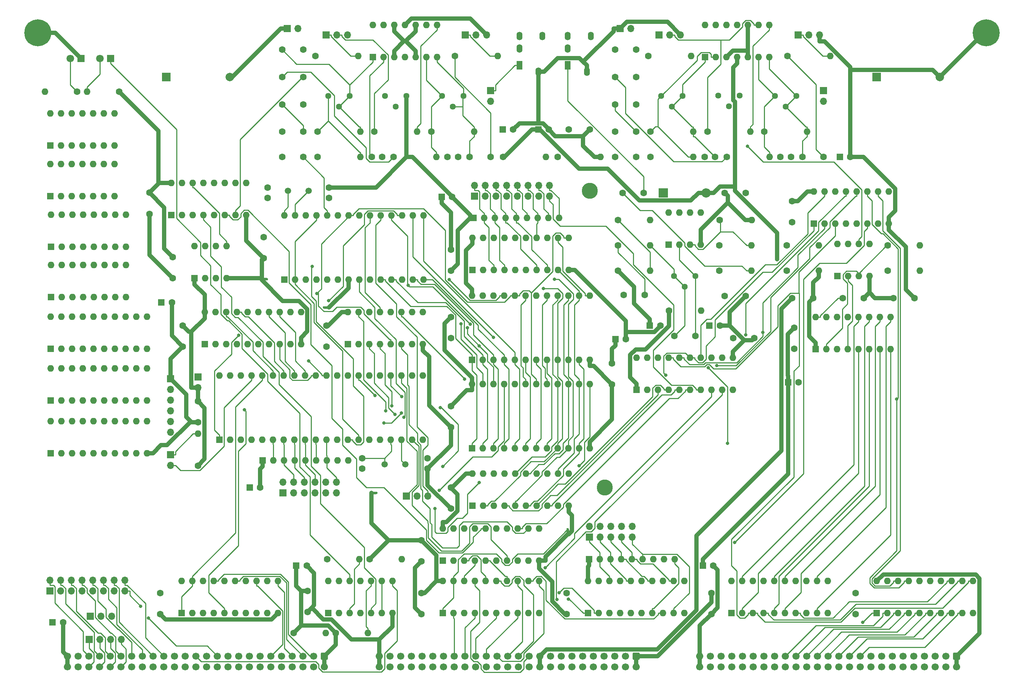
<source format=gbr>
%TF.GenerationSoftware,KiCad,Pcbnew,(6.0.11)*%
%TF.CreationDate,2023-12-29T11:32:02-05:00*%
%TF.ProjectId,input-output.Voice,696e7075-742d-46f7-9574-7075742e566f,rev?*%
%TF.SameCoordinates,Original*%
%TF.FileFunction,Copper,L2,Bot*%
%TF.FilePolarity,Positive*%
%FSLAX46Y46*%
G04 Gerber Fmt 4.6, Leading zero omitted, Abs format (unit mm)*
G04 Created by KiCad (PCBNEW (6.0.11)) date 2023-12-29 11:32:02*
%MOMM*%
%LPD*%
G01*
G04 APERTURE LIST*
G04 Aperture macros list*
%AMRoundRect*
0 Rectangle with rounded corners*
0 $1 Rounding radius*
0 $2 $3 $4 $5 $6 $7 $8 $9 X,Y pos of 4 corners*
0 Add a 4 corners polygon primitive as box body*
4,1,4,$2,$3,$4,$5,$6,$7,$8,$9,$2,$3,0*
0 Add four circle primitives for the rounded corners*
1,1,$1+$1,$2,$3*
1,1,$1+$1,$4,$5*
1,1,$1+$1,$6,$7*
1,1,$1+$1,$8,$9*
0 Add four rect primitives between the rounded corners*
20,1,$1+$1,$2,$3,$4,$5,0*
20,1,$1+$1,$4,$5,$6,$7,0*
20,1,$1+$1,$6,$7,$8,$9,0*
20,1,$1+$1,$8,$9,$2,$3,0*%
G04 Aperture macros list end*
%TA.AperFunction,ComponentPad*%
%ADD10C,6.400000*%
%TD*%
%TA.AperFunction,ComponentPad*%
%ADD11RoundRect,0.250000X-0.600000X0.600000X-0.600000X-0.600000X0.600000X-0.600000X0.600000X0.600000X0*%
%TD*%
%TA.AperFunction,ComponentPad*%
%ADD12C,1.700000*%
%TD*%
%TA.AperFunction,ComponentPad*%
%ADD13C,1.500000*%
%TD*%
%TA.AperFunction,ComponentPad*%
%ADD14C,1.600000*%
%TD*%
%TA.AperFunction,ComponentPad*%
%ADD15C,1.440000*%
%TD*%
%TA.AperFunction,ComponentPad*%
%ADD16C,3.800000*%
%TD*%
%TA.AperFunction,ComponentPad*%
%ADD17O,1.600000X1.600000*%
%TD*%
%TA.AperFunction,ComponentPad*%
%ADD18R,1.600000X1.600000*%
%TD*%
%TA.AperFunction,ComponentPad*%
%ADD19R,1.700000X1.700000*%
%TD*%
%TA.AperFunction,ComponentPad*%
%ADD20O,1.700000X1.700000*%
%TD*%
%TA.AperFunction,ComponentPad*%
%ADD21C,0.600000*%
%TD*%
%TA.AperFunction,ComponentPad*%
%ADD22O,1.400000X2.000000*%
%TD*%
%TA.AperFunction,ComponentPad*%
%ADD23R,1.400000X2.000000*%
%TD*%
%TA.AperFunction,ComponentPad*%
%ADD24R,2.000000X2.000000*%
%TD*%
%TA.AperFunction,ComponentPad*%
%ADD25C,2.000000*%
%TD*%
%TA.AperFunction,ComponentPad*%
%ADD26R,1.800000X1.800000*%
%TD*%
%TA.AperFunction,ComponentPad*%
%ADD27C,1.800000*%
%TD*%
%TA.AperFunction,ComponentPad*%
%ADD28R,2.200000X2.200000*%
%TD*%
%TA.AperFunction,ComponentPad*%
%ADD29O,2.200000X2.200000*%
%TD*%
%TA.AperFunction,ViaPad*%
%ADD30C,0.800000*%
%TD*%
%TA.AperFunction,Conductor*%
%ADD31C,1.000000*%
%TD*%
%TA.AperFunction,Conductor*%
%ADD32C,0.250000*%
%TD*%
G04 APERTURE END LIST*
%TO.C,NT2*%
G36*
X166050000Y-194100000D02*
G01*
X165450000Y-194100000D01*
X165450000Y-192900000D01*
X166050000Y-192900000D01*
X166050000Y-194100000D01*
G37*
%TO.C,NT1*%
G36*
X120350000Y-184550000D02*
G01*
X119150000Y-184550000D01*
X119150000Y-183950000D01*
X120350000Y-183950000D01*
X120350000Y-184550000D01*
G37*
%TO.C,NT4*%
G36*
X94350000Y-133800000D02*
G01*
X93150000Y-133800000D01*
X93150000Y-133200000D01*
X94350000Y-133200000D01*
X94350000Y-133800000D01*
G37*
%TO.C,NT3*%
G36*
X109100000Y-140550000D02*
G01*
X107900000Y-140550000D01*
X107900000Y-139950000D01*
X109100000Y-139950000D01*
X109100000Y-140550000D01*
G37*
%TD*%
D10*
%TO.P,H2,1,1*%
%TO.N,GND*%
X265000000Y-75000000D03*
%TD*%
%TO.P,H1,1,1*%
%TO.N,GND*%
X40000000Y-75000000D03*
%TD*%
D11*
%TO.P,P2,1,Pin_1*%
%TO.N,VCC*%
X182000000Y-223000000D03*
D12*
%TO.P,P2,2,Pin_2*%
X182000000Y-225540000D03*
%TO.P,P2,3,Pin_3*%
%TO.N,/bus/A15*%
X179460000Y-223000000D03*
%TO.P,P2,4,Pin_4*%
%TO.N,/bus/A31*%
X179460000Y-225540000D03*
%TO.P,P2,5,Pin_5*%
%TO.N,/bus/A14*%
X176920000Y-223000000D03*
%TO.P,P2,6,Pin_6*%
%TO.N,/bus/A30*%
X176920000Y-225540000D03*
%TO.P,P2,7,Pin_7*%
%TO.N,/bus/A13*%
X174380000Y-223000000D03*
%TO.P,P2,8,Pin_8*%
%TO.N,/bus/A29*%
X174380000Y-225540000D03*
%TO.P,P2,9,Pin_9*%
%TO.N,/bus/A12*%
X171840000Y-223000000D03*
%TO.P,P2,10,Pin_10*%
%TO.N,/bus/A28*%
X171840000Y-225540000D03*
%TO.P,P2,11,Pin_11*%
%TO.N,/bus/A11*%
X169300000Y-223000000D03*
%TO.P,P2,12,Pin_12*%
%TO.N,/bus/A27*%
X169300000Y-225540000D03*
%TO.P,P2,13,Pin_13*%
%TO.N,/bus/A10*%
X166760000Y-223000000D03*
%TO.P,P2,14,Pin_14*%
%TO.N,/bus/A26*%
X166760000Y-225540000D03*
%TO.P,P2,15,Pin_15*%
%TO.N,/bus/A9*%
X164220000Y-223000000D03*
%TO.P,P2,16,Pin_16*%
%TO.N,/bus/A25*%
X164220000Y-225540000D03*
%TO.P,P2,17,Pin_17*%
%TO.N,/bus/A8*%
X161680000Y-223000000D03*
%TO.P,P2,18,Pin_18*%
%TO.N,/bus/A24*%
X161680000Y-225540000D03*
%TO.P,P2,19,Pin_19*%
%TO.N,+12V*%
X159140000Y-223000000D03*
%TO.P,P2,20,Pin_20*%
X159140000Y-225540000D03*
%TO.P,P2,21,Pin_21*%
%TO.N,A7*%
X156600000Y-223000000D03*
%TO.P,P2,22,Pin_22*%
%TO.N,/bus/A23*%
X156600000Y-225540000D03*
%TO.P,P2,23,Pin_23*%
%TO.N,A6*%
X154060000Y-223000000D03*
%TO.P,P2,24,Pin_24*%
%TO.N,/bus/A22*%
X154060000Y-225540000D03*
%TO.P,P2,25,Pin_25*%
%TO.N,A5*%
X151520000Y-223000000D03*
%TO.P,P2,26,Pin_26*%
%TO.N,/bus/A21*%
X151520000Y-225540000D03*
%TO.P,P2,27,Pin_27*%
%TO.N,A4*%
X148980000Y-223000000D03*
%TO.P,P2,28,Pin_28*%
%TO.N,/bus/A20*%
X148980000Y-225540000D03*
%TO.P,P2,29,Pin_29*%
%TO.N,A3*%
X146440000Y-223000000D03*
%TO.P,P2,30,Pin_30*%
%TO.N,/bus/A19*%
X146440000Y-225540000D03*
%TO.P,P2,31,Pin_31*%
%TO.N,A2*%
X143900000Y-223000000D03*
%TO.P,P2,32,Pin_32*%
%TO.N,/bus/A18*%
X143900000Y-225540000D03*
%TO.P,P2,33,Pin_33*%
%TO.N,A1*%
X141360000Y-223000000D03*
%TO.P,P2,34,Pin_34*%
%TO.N,/bus/A17*%
X141360000Y-225540000D03*
%TO.P,P2,35,Pin_35*%
%TO.N,A0*%
X138820000Y-223000000D03*
%TO.P,P2,36,Pin_36*%
%TO.N,/bus/A16*%
X138820000Y-225540000D03*
%TO.P,P2,37,Pin_37*%
%TO.N,-12V*%
X136280000Y-223000000D03*
%TO.P,P2,38,Pin_38*%
X136280000Y-225540000D03*
%TO.P,P2,39,Pin_39*%
%TO.N,/bus/IC3*%
X133740000Y-223000000D03*
%TO.P,P2,40,Pin_40*%
%TO.N,/bus/~{TEND1}*%
X133740000Y-225540000D03*
%TO.P,P2,41,Pin_41*%
%TO.N,/bus/IC2*%
X131200000Y-223000000D03*
%TO.P,P2,42,Pin_42*%
%TO.N,/bus/~{DREQ1}*%
X131200000Y-225540000D03*
%TO.P,P2,43,Pin_43*%
%TO.N,/bus/IC1*%
X128660000Y-223000000D03*
%TO.P,P2,44,Pin_44*%
%TO.N,/bus/~{TEND0}*%
X128660000Y-225540000D03*
%TO.P,P2,45,Pin_45*%
%TO.N,/bus/IC0*%
X126120000Y-223000000D03*
%TO.P,P2,46,Pin_46*%
%TO.N,/bus/~{DREQ0}*%
X126120000Y-225540000D03*
%TO.P,P2,47,Pin_47*%
%TO.N,/bus/AUXCLK1*%
X123580000Y-223000000D03*
%TO.P,P2,48,Pin_48*%
%TO.N,/bus/AUXCLK0*%
X123580000Y-225540000D03*
%TO.P,P2,49,Pin_49*%
%TO.N,GND*%
X121040000Y-223000000D03*
%TO.P,P2,50,Pin_50*%
X121040000Y-225540000D03*
%TD*%
D11*
%TO.P,P3,1,Pin_1*%
%TO.N,VCC*%
X258000000Y-223000000D03*
D12*
%TO.P,P3,2,Pin_2*%
X258000000Y-225540000D03*
%TO.P,P3,3,Pin_3*%
%TO.N,/bus/D15*%
X255460000Y-223000000D03*
%TO.P,P3,4,Pin_4*%
%TO.N,/bus/D31*%
X255460000Y-225540000D03*
%TO.P,P3,5,Pin_5*%
%TO.N,/bus/D14*%
X252920000Y-223000000D03*
%TO.P,P3,6,Pin_6*%
%TO.N,/bus/D30*%
X252920000Y-225540000D03*
%TO.P,P3,7,Pin_7*%
%TO.N,/bus/D13*%
X250380000Y-223000000D03*
%TO.P,P3,8,Pin_8*%
%TO.N,/bus/D29*%
X250380000Y-225540000D03*
%TO.P,P3,9,Pin_9*%
%TO.N,/bus/D12*%
X247840000Y-223000000D03*
%TO.P,P3,10,Pin_10*%
%TO.N,/bus/D28*%
X247840000Y-225540000D03*
%TO.P,P3,11,Pin_11*%
%TO.N,/bus/D11*%
X245300000Y-223000000D03*
%TO.P,P3,12,Pin_12*%
%TO.N,/bus/D27*%
X245300000Y-225540000D03*
%TO.P,P3,13,Pin_13*%
%TO.N,/bus/D10*%
X242760000Y-223000000D03*
%TO.P,P3,14,Pin_14*%
%TO.N,/bus/D26*%
X242760000Y-225540000D03*
%TO.P,P3,15,Pin_15*%
%TO.N,/bus/D9*%
X240220000Y-223000000D03*
%TO.P,P3,16,Pin_16*%
%TO.N,/bus/D25*%
X240220000Y-225540000D03*
%TO.P,P3,17,Pin_17*%
%TO.N,/bus/D8*%
X237680000Y-223000000D03*
%TO.P,P3,18,Pin_18*%
%TO.N,/bus/D24*%
X237680000Y-225540000D03*
%TO.P,P3,19,Pin_19*%
%TO.N,D7*%
X235140000Y-223000000D03*
%TO.P,P3,20,Pin_20*%
%TO.N,/bus/D23*%
X235140000Y-225540000D03*
%TO.P,P3,21,Pin_21*%
%TO.N,D6*%
X232600000Y-223000000D03*
%TO.P,P3,22,Pin_22*%
%TO.N,/bus/D22*%
X232600000Y-225540000D03*
%TO.P,P3,23,Pin_23*%
%TO.N,D5*%
X230060000Y-223000000D03*
%TO.P,P3,24,Pin_24*%
%TO.N,/bus/D21*%
X230060000Y-225540000D03*
%TO.P,P3,25,Pin_25*%
%TO.N,D4*%
X227520000Y-223000000D03*
%TO.P,P3,26,Pin_26*%
%TO.N,/bus/D20*%
X227520000Y-225540000D03*
%TO.P,P3,27,Pin_27*%
%TO.N,D3*%
X224980000Y-223000000D03*
%TO.P,P3,28,Pin_28*%
%TO.N,/bus/D19*%
X224980000Y-225540000D03*
%TO.P,P3,29,Pin_29*%
%TO.N,D2*%
X222440000Y-223000000D03*
%TO.P,P3,30,Pin_30*%
%TO.N,/bus/D18*%
X222440000Y-225540000D03*
%TO.P,P3,31,Pin_31*%
%TO.N,D1*%
X219900000Y-223000000D03*
%TO.P,P3,32,Pin_32*%
%TO.N,/bus/D17*%
X219900000Y-225540000D03*
%TO.P,P3,33,Pin_33*%
%TO.N,D0*%
X217360000Y-223000000D03*
%TO.P,P3,34,Pin_34*%
%TO.N,/bus/D16*%
X217360000Y-225540000D03*
%TO.P,P3,35,Pin_35*%
%TO.N,/bus/~{BUSERR}*%
X214820000Y-223000000D03*
%TO.P,P3,36,Pin_36*%
%TO.N,/bus/UDS*%
X214820000Y-225540000D03*
%TO.P,P3,37,Pin_37*%
%TO.N,/bus/~{VPA}*%
X212280000Y-223000000D03*
%TO.P,P3,38,Pin_38*%
%TO.N,/bus/LDS*%
X212280000Y-225540000D03*
%TO.P,P3,39,Pin_39*%
%TO.N,/bus/~{VMA}*%
X209740000Y-223000000D03*
%TO.P,P3,40,Pin_40*%
%TO.N,/bus/S2*%
X209740000Y-225540000D03*
%TO.P,P3,41,Pin_41*%
%TO.N,/bus/~{BHE}*%
X207200000Y-223000000D03*
%TO.P,P3,42,Pin_42*%
%TO.N,/bus/S1*%
X207200000Y-225540000D03*
%TO.P,P3,43,Pin_43*%
%TO.N,/bus/IPL2*%
X204660000Y-223000000D03*
%TO.P,P3,44,Pin_44*%
%TO.N,/bus/S0*%
X204660000Y-225540000D03*
%TO.P,P3,45,Pin_45*%
%TO.N,/bus/IPL1*%
X202120000Y-223000000D03*
%TO.P,P3,46,Pin_46*%
%TO.N,/bus/AUXCLK3*%
X202120000Y-225540000D03*
%TO.P,P3,47,Pin_47*%
%TO.N,/bus/IPL0*%
X199580000Y-223000000D03*
%TO.P,P3,48,Pin_48*%
%TO.N,/bus/AUXCLK2*%
X199580000Y-225540000D03*
%TO.P,P3,49,Pin_49*%
%TO.N,GND*%
X197040000Y-223000000D03*
%TO.P,P3,50,Pin_50*%
X197040000Y-225540000D03*
%TD*%
D11*
%TO.P,P1,1,Pin_1*%
%TO.N,VCC*%
X108000000Y-223000000D03*
D12*
%TO.P,P1,2,Pin_2*%
X108000000Y-225540000D03*
%TO.P,P1,3,Pin_3*%
%TO.N,~{RD}*%
X105460000Y-223000000D03*
%TO.P,P1,4,Pin_4*%
%TO.N,/bus/E*%
X105460000Y-225540000D03*
%TO.P,P1,5,Pin_5*%
%TO.N,~{WR}*%
X102920000Y-223000000D03*
%TO.P,P1,6,Pin_6*%
%TO.N,/bus/ST*%
X102920000Y-225540000D03*
%TO.P,P1,7,Pin_7*%
%TO.N,~{IORQ}*%
X100380000Y-223000000D03*
%TO.P,P1,8,Pin_8*%
%TO.N,/bus/PHI*%
X100380000Y-225540000D03*
%TO.P,P1,9,Pin_9*%
%TO.N,/bus/~{MREQ}*%
X97840000Y-223000000D03*
%TO.P,P1,10,Pin_10*%
%TO.N,/bus/~{INT2}*%
X97840000Y-225540000D03*
%TO.P,P1,11,Pin_11*%
%TO.N,~{M1}*%
X95300000Y-223000000D03*
%TO.P,P1,12,Pin_12*%
%TO.N,/bus/~{INT1}*%
X95300000Y-225540000D03*
%TO.P,P1,13,Pin_13*%
%TO.N,/bus/~{BUSACK}*%
X92760000Y-223000000D03*
%TO.P,P1,14,Pin_14*%
%TO.N,/bus/CRUCLK*%
X92760000Y-225540000D03*
%TO.P,P1,15,Pin_15*%
%TO.N,/bus/CLK*%
X90220000Y-223000000D03*
%TO.P,P1,16,Pin_16*%
%TO.N,/bus/CRUOUT*%
X90220000Y-225540000D03*
%TO.P,P1,17,Pin_17*%
%TO.N,/bus/~{INT0}*%
X87680000Y-223000000D03*
%TO.P,P1,18,Pin_18*%
%TO.N,/bus/CRUIN*%
X87680000Y-225540000D03*
%TO.P,P1,19,Pin_19*%
%TO.N,/bus/~{NMI}*%
X85140000Y-223000000D03*
%TO.P,P1,20,Pin_20*%
%TO.N,~{RES_IN}*%
X85140000Y-225540000D03*
%TO.P,P1,21,Pin_21*%
%TO.N,~{RES_OUT}*%
X82600000Y-223000000D03*
%TO.P,P1,22,Pin_22*%
%TO.N,/bus/USER8*%
X82600000Y-225540000D03*
%TO.P,P1,23,Pin_23*%
%TO.N,/bus/~{BUSRQ}*%
X80060000Y-223000000D03*
%TO.P,P1,24,Pin_24*%
%TO.N,/bus/USER7*%
X80060000Y-225540000D03*
%TO.P,P1,25,Pin_25*%
%TO.N,~{WAIT}*%
X77520000Y-223000000D03*
%TO.P,P1,26,Pin_26*%
%TO.N,/bus/USER6*%
X77520000Y-225540000D03*
%TO.P,P1,27,Pin_27*%
%TO.N,/bus/~{HALT}*%
X74980000Y-223000000D03*
%TO.P,P1,28,Pin_28*%
%TO.N,/bus/USER5*%
X74980000Y-225540000D03*
%TO.P,P1,29,Pin_29*%
%TO.N,/bus/~{RFSH}*%
X72440000Y-223000000D03*
%TO.P,P1,30,Pin_30*%
%TO.N,/bus/USER4*%
X72440000Y-225540000D03*
%TO.P,P1,31,Pin_31*%
%TO.N,~{EIRQ7}*%
X69900000Y-223000000D03*
%TO.P,P1,32,Pin_32*%
%TO.N,/bus/USER3*%
X69900000Y-225540000D03*
%TO.P,P1,33,Pin_33*%
%TO.N,~{EIRQ6}*%
X67360000Y-223000000D03*
%TO.P,P1,34,Pin_34*%
%TO.N,/bus/USER2*%
X67360000Y-225540000D03*
%TO.P,P1,35,Pin_35*%
%TO.N,~{EIRQ5}*%
X64820000Y-223000000D03*
%TO.P,P1,36,Pin_36*%
%TO.N,/bus/USER1*%
X64820000Y-225540000D03*
%TO.P,P1,37,Pin_37*%
%TO.N,~{EIRQ4}*%
X62280000Y-223000000D03*
%TO.P,P1,38,Pin_38*%
%TO.N,/bus/USER0*%
X62280000Y-225540000D03*
%TO.P,P1,39,Pin_39*%
%TO.N,~{EIRQ3}*%
X59740000Y-223000000D03*
%TO.P,P1,40,Pin_40*%
%TO.N,~{BAI}*%
X59740000Y-225540000D03*
%TO.P,P1,41,Pin_41*%
%TO.N,~{EIRQ2}*%
X57200000Y-223000000D03*
%TO.P,P1,42,Pin_42*%
%TO.N,~{BAO}*%
X57200000Y-225540000D03*
%TO.P,P1,43,Pin_43*%
%TO.N,~{EIRQ1}*%
X54660000Y-223000000D03*
%TO.P,P1,44,Pin_44*%
%TO.N,~{IEI}*%
X54660000Y-225540000D03*
%TO.P,P1,45,Pin_45*%
%TO.N,~{EIRQ0}*%
X52120000Y-223000000D03*
%TO.P,P1,46,Pin_46*%
%TO.N,~{IEO}*%
X52120000Y-225540000D03*
%TO.P,P1,47,Pin_47*%
%TO.N,/bus/I2C_SCL*%
X49580000Y-223000000D03*
%TO.P,P1,48,Pin_48*%
%TO.N,/bus/I2C_SDA*%
X49580000Y-225540000D03*
%TO.P,P1,49,Pin_49*%
%TO.N,GND*%
X47040000Y-223000000D03*
%TO.P,P1,50,Pin_50*%
X47040000Y-225540000D03*
%TD*%
D13*
%TO.P,Y1,1,1*%
%TO.N,Net-(C37-Pad1)*%
X122275000Y-177500000D03*
%TO.P,Y1,2,2*%
%TO.N,Net-(C38-Pad1)*%
X127155000Y-177500000D03*
%TD*%
D14*
%TO.P,C70,1*%
%TO.N,Net-(C70-Pad1)*%
X97948900Y-85500000D03*
%TO.P,C70,2*%
%TO.N,AUDIO_SNL*%
X102948900Y-85500000D03*
%TD*%
D15*
%TO.P,RV3,1,1*%
%TO.N,Net-(C66-Pad1)*%
X135908900Y-90015000D03*
%TO.P,RV3,2,2*%
%TO.N,Net-(C66-Pad2)*%
X138448900Y-92555000D03*
%TO.P,RV3,3,3*%
X140988900Y-90015000D03*
%TD*%
D14*
%TO.P,C80,1*%
%TO.N,Net-(C80-Pad1)*%
X97948900Y-98500000D03*
%TO.P,C80,2*%
%TO.N,Net-(C80-Pad2)*%
X102948900Y-98500000D03*
%TD*%
%TO.P,C73,1*%
%TO.N,Net-(C65-Pad2)*%
X97948900Y-79000000D03*
%TO.P,C73,2*%
%TO.N,Net-(C73-Pad2)*%
X102948900Y-79000000D03*
%TD*%
%TO.P,C37,1*%
%TO.N,Net-(C37-Pad1)*%
X116975000Y-176000000D03*
%TO.P,C37,2*%
%TO.N,GND*%
X116975000Y-178500000D03*
%TD*%
%TO.P,C61,1*%
%TO.N,-12V*%
X243000000Y-138000000D03*
%TO.P,C61,2*%
%TO.N,GND*%
X248000000Y-138000000D03*
%TD*%
D16*
%TO.P,H3,1*%
%TO.N,N/C*%
X171000000Y-112500000D03*
%TD*%
D14*
%TO.P,R37,1*%
%TO.N,Net-(C76-Pad2)*%
X217868900Y-80500000D03*
D17*
%TO.P,R37,2*%
%TO.N,Net-(JP6-Pad1)*%
X228028900Y-80500000D03*
%TD*%
D14*
%TO.P,R40,1*%
%TO.N,Net-(C80-Pad1)*%
X119868900Y-98500000D03*
D17*
%TO.P,R40,2*%
%TO.N,Net-(C80-Pad2)*%
X130028900Y-98500000D03*
%TD*%
D14*
%TO.P,C48,1*%
%TO.N,Net-(C48-Pad1)*%
X178750000Y-113000000D03*
%TO.P,C48,2*%
%TO.N,Net-(C48-Pad2)*%
X183750000Y-113000000D03*
%TD*%
%TO.P,C29,1*%
%TO.N,GND*%
X210000000Y-147500000D03*
%TO.P,C29,2*%
%TO.N,VCC*%
X205000000Y-147500000D03*
%TD*%
%TO.P,C18,1*%
%TO.N,VCC*%
X108500000Y-144500000D03*
%TO.P,C18,2*%
%TO.N,GND*%
X108500000Y-149500000D03*
%TD*%
%TO.P,R35,1*%
%TO.N,Net-(C74-Pad2)*%
X138948900Y-80500000D03*
D17*
%TO.P,R35,2*%
%TO.N,Net-(JP4-Pad1)*%
X149108900Y-80500000D03*
%TD*%
D14*
%TO.P,R1,1*%
%TO.N,Net-(D1-Pad2)*%
X49310000Y-89000000D03*
D17*
%TO.P,R1,2*%
%TO.N,VCC*%
X41690000Y-89000000D03*
%TD*%
D14*
%TO.P,C10,1*%
%TO.N,VCC*%
X138000000Y-163625000D03*
%TO.P,C10,2*%
%TO.N,GND*%
X138000000Y-168625000D03*
%TD*%
D18*
%TO.P,U21,1,A->B*%
%TO.N,~{RD}*%
X239075000Y-212800000D03*
D17*
%TO.P,U21,2,A0*%
%TO.N,D0*%
X241615000Y-212800000D03*
%TO.P,U21,3,A1*%
%TO.N,D1*%
X244155000Y-212800000D03*
%TO.P,U21,4,A2*%
%TO.N,D2*%
X246695000Y-212800000D03*
%TO.P,U21,5,A3*%
%TO.N,D3*%
X249235000Y-212800000D03*
%TO.P,U21,6,A4*%
%TO.N,D4*%
X251775000Y-212800000D03*
%TO.P,U21,7,A5*%
%TO.N,D5*%
X254315000Y-212800000D03*
%TO.P,U21,8,A6*%
%TO.N,D6*%
X256855000Y-212800000D03*
%TO.P,U21,9,A7*%
%TO.N,D7*%
X259395000Y-212800000D03*
%TO.P,U21,10,GND*%
%TO.N,GND*%
X261935000Y-212800000D03*
%TO.P,U21,11,B7*%
%TO.N,bD7*%
X261935000Y-205180000D03*
%TO.P,U21,12,B6*%
%TO.N,bD6*%
X259395000Y-205180000D03*
%TO.P,U21,13,B5*%
%TO.N,bD5*%
X256855000Y-205180000D03*
%TO.P,U21,14,B4*%
%TO.N,bD4*%
X254315000Y-205180000D03*
%TO.P,U21,15,B3*%
%TO.N,bD3*%
X251775000Y-205180000D03*
%TO.P,U21,16,B2*%
%TO.N,bD2*%
X249235000Y-205180000D03*
%TO.P,U21,17,B1*%
%TO.N,bD1*%
X246695000Y-205180000D03*
%TO.P,U21,18,B0*%
%TO.N,bD0*%
X244155000Y-205180000D03*
%TO.P,U21,19,CE*%
%TO.N,~{CS_TTS}*%
X241615000Y-205180000D03*
%TO.P,U21,20,VCC*%
%TO.N,VCC*%
X239075000Y-205180000D03*
%TD*%
D14*
%TO.P,C13,1*%
%TO.N,VCC*%
X77975000Y-162500000D03*
%TO.P,C13,2*%
%TO.N,GND*%
X77975000Y-167500000D03*
%TD*%
D18*
%TO.P,J2,1,Pin_1*%
%TO.N,unconnected-(J2-Pad1)*%
X43100000Y-137800000D03*
D17*
%TO.P,J2,2,Pin_2*%
%TO.N,unconnected-(J2-Pad2)*%
X45640000Y-137800000D03*
%TO.P,J2,3,Pin_3*%
%TO.N,unconnected-(J2-Pad3)*%
X48180000Y-137800000D03*
%TO.P,J2,4,Pin_4*%
%TO.N,unconnected-(J2-Pad4)*%
X50720000Y-137800000D03*
%TO.P,J2,5,Pin_5*%
%TO.N,unconnected-(J2-Pad5)*%
X53260000Y-137800000D03*
%TO.P,J2,6,Pin_6*%
%TO.N,unconnected-(J2-Pad6)*%
X55800000Y-137800000D03*
%TO.P,J2,7,Pin_7*%
%TO.N,unconnected-(J2-Pad7)*%
X58340000Y-137800000D03*
%TO.P,J2,8,Pin_8*%
%TO.N,unconnected-(J2-Pad8)*%
X60880000Y-137800000D03*
%TO.P,J2,9,Pin_9*%
%TO.N,unconnected-(J2-Pad9)*%
X60880000Y-130180000D03*
%TO.P,J2,10,Pin_10*%
%TO.N,unconnected-(J2-Pad10)*%
X58340000Y-130180000D03*
%TO.P,J2,11,Pin_11*%
%TO.N,unconnected-(J2-Pad11)*%
X55800000Y-130180000D03*
%TO.P,J2,12,Pin_12*%
%TO.N,unconnected-(J2-Pad12)*%
X53260000Y-130180000D03*
%TO.P,J2,13,Pin_13*%
%TO.N,unconnected-(J2-Pad13)*%
X50720000Y-130180000D03*
%TO.P,J2,14,Pin_14*%
%TO.N,unconnected-(J2-Pad14)*%
X48180000Y-130180000D03*
%TO.P,J2,15,Pin_15*%
%TO.N,unconnected-(J2-Pad15)*%
X45640000Y-130180000D03*
%TO.P,J2,16,Pin_16*%
%TO.N,unconnected-(J2-Pad16)*%
X43100000Y-130180000D03*
%TD*%
D19*
%TO.P,JP3,1,A*%
%TO.N,Net-(JP3-Pad1)*%
X108423900Y-75500000D03*
D20*
%TO.P,JP3,2,C*%
%TO.N,Net-(C80-Pad1)*%
X110963900Y-75500000D03*
%TO.P,JP3,3,B*%
%TO.N,GND*%
X113503900Y-75500000D03*
%TD*%
D14*
%TO.P,C11,1*%
%TO.N,VCC*%
X72000000Y-128250000D03*
%TO.P,C11,2*%
%TO.N,GND*%
X72000000Y-133250000D03*
%TD*%
%TO.P,R29,1*%
%TO.N,Net-(C68-Pad1)*%
X212368900Y-98500000D03*
D17*
%TO.P,R29,2*%
%TO.N,Net-(C68-Pad2)*%
X222528900Y-98500000D03*
%TD*%
D14*
%TO.P,R38,1*%
%TO.N,+12V*%
X150420000Y-104500000D03*
D17*
%TO.P,R38,2*%
%TO.N,VB*%
X160580000Y-104500000D03*
%TD*%
D18*
%TO.P,C21,1*%
%TO.N,VCC*%
X69294900Y-139000000D03*
D14*
%TO.P,C21,2*%
%TO.N,GND*%
X71794900Y-139000000D03*
%TD*%
%TO.P,C39,1*%
%TO.N,Net-(C39-Pad1)*%
X109045000Y-114250000D03*
%TO.P,C39,2*%
%TO.N,GND*%
X109045000Y-111750000D03*
%TD*%
%TO.P,R19,1*%
%TO.N,Net-(R19-Pad1)*%
X241690000Y-125500000D03*
D17*
%TO.P,R19,2*%
%TO.N,AUDIO_DAC*%
X249310000Y-125500000D03*
%TD*%
D21*
%TO.P,NT2,1,1*%
%TO.N,GND*%
X165750000Y-194100000D03*
%TO.P,NT2,2,2*%
%TO.N,ZERO*%
X165750000Y-192900000D03*
%TD*%
D14*
%TO.P,C65,1*%
%TO.N,Net-(C65-Pad1)*%
X119198900Y-104500000D03*
%TO.P,C65,2*%
%TO.N,Net-(C65-Pad2)*%
X121698900Y-104500000D03*
%TD*%
D18*
%TO.P,J4,1,Pin_1*%
%TO.N,unconnected-(J4-Pad1)*%
X42940000Y-101810000D03*
D17*
%TO.P,J4,2,Pin_2*%
%TO.N,unconnected-(J4-Pad2)*%
X45480000Y-101810000D03*
%TO.P,J4,3,Pin_3*%
%TO.N,unconnected-(J4-Pad3)*%
X48020000Y-101810000D03*
%TO.P,J4,4,Pin_4*%
%TO.N,unconnected-(J4-Pad4)*%
X50560000Y-101810000D03*
%TO.P,J4,5,Pin_5*%
%TO.N,unconnected-(J4-Pad5)*%
X53100000Y-101810000D03*
%TO.P,J4,6,Pin_6*%
%TO.N,unconnected-(J4-Pad6)*%
X55640000Y-101810000D03*
%TO.P,J4,7,Pin_7*%
%TO.N,unconnected-(J4-Pad7)*%
X58180000Y-101810000D03*
%TO.P,J4,8,Pin_8*%
%TO.N,unconnected-(J4-Pad8)*%
X58180000Y-94190000D03*
%TO.P,J4,9,Pin_9*%
%TO.N,unconnected-(J4-Pad9)*%
X55640000Y-94190000D03*
%TO.P,J4,10,Pin_10*%
%TO.N,unconnected-(J4-Pad10)*%
X53100000Y-94190000D03*
%TO.P,J4,11,Pin_11*%
%TO.N,unconnected-(J4-Pad11)*%
X50560000Y-94190000D03*
%TO.P,J4,12,Pin_12*%
%TO.N,unconnected-(J4-Pad12)*%
X48020000Y-94190000D03*
%TO.P,J4,13,Pin_13*%
%TO.N,unconnected-(J4-Pad13)*%
X45480000Y-94190000D03*
%TO.P,J4,14,Pin_14*%
%TO.N,unconnected-(J4-Pad14)*%
X42940000Y-94190000D03*
%TD*%
D19*
%TO.P,J11,1,Pin_1*%
%TO.N,~{RES_IN}*%
X52475000Y-213500000D03*
D20*
%TO.P,J11,2,Pin_2*%
%TO.N,Net-(J11-Pad2)*%
X55015000Y-213500000D03*
%TO.P,J11,3,Pin_3*%
%TO.N,~{RES_OUT}*%
X57555000Y-213500000D03*
%TD*%
D14*
%TO.P,C40,1*%
%TO.N,Net-(C40-Pad1)*%
X94545000Y-114250000D03*
%TO.P,C40,2*%
%TO.N,GND*%
X94545000Y-111750000D03*
%TD*%
%TO.P,C59,1*%
%TO.N,+12V*%
X219000000Y-138000000D03*
%TO.P,C59,2*%
%TO.N,GND*%
X224000000Y-138000000D03*
%TD*%
D18*
%TO.P,U4,1,A7*%
%TO.N,/TTS/A7*%
X143025000Y-152625000D03*
D17*
%TO.P,U4,2,A6*%
%TO.N,/TTS/A6*%
X145565000Y-152625000D03*
%TO.P,U4,3,A5*%
%TO.N,/TTS/A5*%
X148105000Y-152625000D03*
%TO.P,U4,4,A4*%
%TO.N,/TTS/A4*%
X150645000Y-152625000D03*
%TO.P,U4,5,A3*%
%TO.N,/TTS/A3*%
X153185000Y-152625000D03*
%TO.P,U4,6,A2*%
%TO.N,/TTS/A2*%
X155725000Y-152625000D03*
%TO.P,U4,7,A1*%
%TO.N,/TTS/A1*%
X158265000Y-152625000D03*
%TO.P,U4,8,A0*%
%TO.N,/TTS/A0*%
X160805000Y-152625000D03*
%TO.P,U4,9,Q0*%
%TO.N,/TTS/D0*%
X163345000Y-152625000D03*
%TO.P,U4,10,Q1*%
%TO.N,/TTS/D1*%
X165885000Y-152625000D03*
%TO.P,U4,11,Q2*%
%TO.N,/TTS/D2*%
X168425000Y-152625000D03*
%TO.P,U4,12,GND*%
%TO.N,GND*%
X170965000Y-152625000D03*
%TO.P,U4,13,Q3*%
%TO.N,/TTS/D3*%
X170965000Y-137385000D03*
%TO.P,U4,14,Q4*%
%TO.N,/TTS/D4*%
X168425000Y-137385000D03*
%TO.P,U4,15,Q5*%
%TO.N,/TTS/D5*%
X165885000Y-137385000D03*
%TO.P,U4,16,Q6*%
%TO.N,/TTS/D6*%
X163345000Y-137385000D03*
%TO.P,U4,17,Q7*%
%TO.N,/TTS/D7*%
X160805000Y-137385000D03*
%TO.P,U4,18,~{CS}*%
%TO.N,/TTS/~{CS_RAM}*%
X158265000Y-137385000D03*
%TO.P,U4,19,A10*%
%TO.N,/TTS/A10*%
X155725000Y-137385000D03*
%TO.P,U4,20,~{OE}*%
%TO.N,ZERO*%
X153185000Y-137385000D03*
%TO.P,U4,21,~{WE}*%
%TO.N,/TTS/~{WE}*%
X150645000Y-137385000D03*
%TO.P,U4,22,A9*%
%TO.N,/TTS/A9*%
X148105000Y-137385000D03*
%TO.P,U4,23,A8*%
%TO.N,/TTS/A8*%
X145565000Y-137385000D03*
%TO.P,U4,24,VCC*%
%TO.N,VCC*%
X143025000Y-137385000D03*
%TD*%
D19*
%TO.P,JP6,1,A*%
%TO.N,Net-(JP6-Pad1)*%
X220423900Y-75500000D03*
D20*
%TO.P,JP6,2,C*%
%TO.N,Net-(C81-Pad1)*%
X222963900Y-75500000D03*
%TO.P,JP6,3,B*%
%TO.N,GND*%
X225503900Y-75500000D03*
%TD*%
D14*
%TO.P,C2,1*%
%TO.N,VCC*%
X69000000Y-208000000D03*
%TO.P,C2,2*%
%TO.N,GND*%
X69000000Y-213000000D03*
%TD*%
D18*
%TO.P,U25,1,G*%
%TO.N,~{bIORQ}*%
X170575000Y-212800000D03*
D17*
%TO.P,U25,2,P0*%
%TO.N,~{bM1}*%
X173115000Y-212800000D03*
%TO.P,U25,3,R0*%
%TO.N,Net-(RN3-Pad9)*%
X175655000Y-212800000D03*
%TO.P,U25,4,P1*%
X178195000Y-212800000D03*
%TO.P,U25,5,R1*%
X180735000Y-212800000D03*
%TO.P,U25,6,P2*%
X183275000Y-212800000D03*
%TO.P,U25,7,R2*%
X185815000Y-212800000D03*
%TO.P,U25,8,P3*%
%TO.N,bA3*%
X188355000Y-212800000D03*
%TO.P,U25,9,R3*%
%TO.N,Net-(RN3-Pad6)*%
X190895000Y-212800000D03*
%TO.P,U25,10,GND*%
%TO.N,GND*%
X193435000Y-212800000D03*
%TO.P,U25,11,P4*%
%TO.N,bA4*%
X193435000Y-205180000D03*
%TO.P,U25,12,R4*%
%TO.N,Net-(RN3-Pad5)*%
X190895000Y-205180000D03*
%TO.P,U25,13,P5*%
%TO.N,bA5*%
X188355000Y-205180000D03*
%TO.P,U25,14,R5*%
%TO.N,Net-(RN3-Pad4)*%
X185815000Y-205180000D03*
%TO.P,U25,15,P6*%
%TO.N,bA6*%
X183275000Y-205180000D03*
%TO.P,U25,16,R6*%
%TO.N,Net-(RN3-Pad3)*%
X180735000Y-205180000D03*
%TO.P,U25,17,P7*%
%TO.N,bA7*%
X178195000Y-205180000D03*
%TO.P,U25,18,R7*%
%TO.N,Net-(RN3-Pad2)*%
X175655000Y-205180000D03*
%TO.P,U25,19,P=R*%
%TO.N,~{BRD_SEL}*%
X173115000Y-205180000D03*
%TO.P,U25,20,VCC*%
%TO.N,VCC*%
X170575000Y-205180000D03*
%TD*%
D18*
%TO.P,U1,1,I1/CLK*%
%TO.N,unconnected-(U1-Pad1)*%
X136075000Y-200300000D03*
D17*
%TO.P,U1,2,I2*%
%TO.N,~{BRD_SEL}*%
X138615000Y-200300000D03*
%TO.P,U1,3,I3*%
%TO.N,bA1*%
X141155000Y-200300000D03*
%TO.P,U1,4,I4*%
%TO.N,bA0*%
X143695000Y-200300000D03*
%TO.P,U1,5,I5*%
%TO.N,bA2*%
X146235000Y-200300000D03*
%TO.P,U1,6,I6*%
%TO.N,~{bWR}*%
X148775000Y-200300000D03*
%TO.P,U1,7,I7*%
%TO.N,A15-TTS*%
X151315000Y-200300000D03*
%TO.P,U1,8,I8*%
%TO.N,unconnected-(U1-Pad8)*%
X153855000Y-200300000D03*
%TO.P,U1,9,I9*%
%TO.N,unconnected-(U1-Pad9)*%
X156395000Y-200300000D03*
%TO.P,U1,10,GND*%
%TO.N,GND*%
X158935000Y-200300000D03*
%TO.P,U1,11,I10/~{OE}*%
%TO.N,unconnected-(U1-Pad11)*%
X158935000Y-192680000D03*
%TO.P,U1,12,IO8*%
%TO.N,~{A15}*%
X156395000Y-192680000D03*
%TO.P,U1,13,IO7*%
%TO.N,~{CS_ADC_WR}*%
X153855000Y-192680000D03*
%TO.P,U1,14,IO6*%
%TO.N,CS_TTS*%
X151315000Y-192680000D03*
%TO.P,U1,15,IO5*%
%TO.N,~{CS_SN2}*%
X148775000Y-192680000D03*
%TO.P,U1,16,IO4*%
%TO.N,~{CS_SN1}*%
X146235000Y-192680000D03*
%TO.P,U1,17,I03*%
%TO.N,~{CS_DAC_WR}*%
X143695000Y-192680000D03*
%TO.P,U1,18,IO2*%
%TO.N,~{CS_ADC}*%
X141155000Y-192680000D03*
%TO.P,U1,19,IO1*%
%TO.N,~{CS_TTS}*%
X138615000Y-192680000D03*
%TO.P,U1,20,VCC*%
%TO.N,VCC*%
X136075000Y-192680000D03*
%TD*%
D14*
%TO.P,R16,1*%
%TO.N,Net-(R16-Pad1)*%
X241690000Y-131500000D03*
D17*
%TO.P,R16,2*%
%TO.N,+12V*%
X249310000Y-131500000D03*
%TD*%
D14*
%TO.P,C1,1*%
%TO.N,VCC*%
X66500000Y-112990000D03*
%TO.P,C1,2*%
%TO.N,GND*%
X66500000Y-117990000D03*
%TD*%
D18*
%TO.P,RN3,1,common*%
%TO.N,VCC*%
X170825000Y-200000000D03*
D17*
%TO.P,RN3,2,R1*%
%TO.N,Net-(RN3-Pad2)*%
X173365000Y-200000000D03*
%TO.P,RN3,3,R2*%
%TO.N,Net-(RN3-Pad3)*%
X175905000Y-200000000D03*
%TO.P,RN3,4,R3*%
%TO.N,Net-(RN3-Pad4)*%
X178445000Y-200000000D03*
%TO.P,RN3,5,R4*%
%TO.N,Net-(RN3-Pad5)*%
X180985000Y-200000000D03*
%TO.P,RN3,6,R5*%
%TO.N,Net-(RN3-Pad6)*%
X183525000Y-200000000D03*
%TO.P,RN3,7,R6*%
%TO.N,unconnected-(RN3-Pad7)*%
X186065000Y-200000000D03*
%TO.P,RN3,8,R7*%
%TO.N,unconnected-(RN3-Pad8)*%
X188605000Y-200000000D03*
%TO.P,RN3,9,R8*%
%TO.N,Net-(RN3-Pad9)*%
X191145000Y-200000000D03*
%TD*%
D19*
%TO.P,SW1,1,Pin_1*%
%TO.N,ONE*%
X98125000Y-184275000D03*
D20*
%TO.P,SW1,2,Pin_2*%
%TO.N,Net-(RN1-Pad2)*%
X98125000Y-181735000D03*
%TO.P,SW1,3,Pin_3*%
%TO.N,ONE*%
X100665000Y-184275000D03*
%TO.P,SW1,4,Pin_4*%
%TO.N,Net-(RN1-Pad3)*%
X100665000Y-181735000D03*
%TO.P,SW1,5,Pin_5*%
%TO.N,ONE*%
X103205000Y-184275000D03*
%TO.P,SW1,6,Pin_6*%
%TO.N,Net-(RN1-Pad4)*%
X103205000Y-181735000D03*
%TO.P,SW1,7,Pin_7*%
%TO.N,ONE*%
X105745000Y-184275000D03*
%TO.P,SW1,8,Pin_8*%
%TO.N,Net-(RN1-Pad5)*%
X105745000Y-181735000D03*
%TO.P,SW1,9,Pin_9*%
%TO.N,ONE*%
X108285000Y-184275000D03*
%TO.P,SW1,10,Pin_10*%
%TO.N,Net-(RN1-Pad6)*%
X108285000Y-181735000D03*
%TO.P,SW1,11,Pin_11*%
%TO.N,ONE*%
X110825000Y-184275000D03*
%TO.P,SW1,12,Pin_12*%
%TO.N,Net-(RN1-Pad7)*%
X110825000Y-181735000D03*
%TD*%
D15*
%TO.P,RV5,1,1*%
%TO.N,Net-(C68-Pad1)*%
X214908900Y-90015000D03*
%TO.P,RV5,2,2*%
%TO.N,Net-(C68-Pad2)*%
X217448900Y-92555000D03*
%TO.P,RV5,3,3*%
X219988900Y-90015000D03*
%TD*%
D14*
%TO.P,C6,1*%
%TO.N,VCC*%
X138000000Y-126500000D03*
%TO.P,C6,2*%
%TO.N,GND*%
X138000000Y-131500000D03*
%TD*%
%TO.P,C71,1*%
%TO.N,Net-(C71-Pad1)*%
X176948900Y-104500000D03*
%TO.P,C71,2*%
%TO.N,AUDIO_DAC*%
X181948900Y-104500000D03*
%TD*%
%TO.P,C81,1*%
%TO.N,Net-(C81-Pad1)*%
X176948900Y-98500000D03*
%TO.P,C81,2*%
%TO.N,Net-(C81-Pad2)*%
X181948900Y-98500000D03*
%TD*%
%TO.P,C67,1*%
%TO.N,Net-(C67-Pad1)*%
X198198900Y-104500000D03*
%TO.P,C67,2*%
%TO.N,Net-(C67-Pad2)*%
X200698900Y-104500000D03*
%TD*%
D18*
%TO.P,C57,1*%
%TO.N,/ADC-DAC/VPRE*%
X185234000Y-144500000D03*
D14*
%TO.P,C57,2*%
%TO.N,GND*%
X187734000Y-144500000D03*
%TD*%
D19*
%TO.P,JP4,1,A*%
%TO.N,Net-(JP4-Pad1)*%
X141423900Y-75500000D03*
D20*
%TO.P,JP4,2,C*%
%TO.N,Net-(C80-Pad1)*%
X143963900Y-75500000D03*
%TO.P,JP4,3,B*%
%TO.N,GND*%
X146503900Y-75500000D03*
%TD*%
D18*
%TO.P,U28,1*%
%TO.N,Net-(C67-Pad2)*%
X198323900Y-80800000D03*
D17*
%TO.P,U28,2,-*%
%TO.N,Net-(C67-Pad1)*%
X200863900Y-80800000D03*
%TO.P,U28,3,+*%
%TO.N,VB*%
X203403900Y-80800000D03*
%TO.P,U28,4,V+*%
%TO.N,+12V*%
X205943900Y-80800000D03*
%TO.P,U28,5,+*%
%TO.N,VB*%
X208483900Y-80800000D03*
%TO.P,U28,6,-*%
%TO.N,Net-(C68-Pad1)*%
X211023900Y-80800000D03*
%TO.P,U28,7*%
%TO.N,Net-(C68-Pad2)*%
X213563900Y-80800000D03*
%TO.P,U28,8*%
%TO.N,Net-(C81-Pad2)*%
X213563900Y-73180000D03*
%TO.P,U28,9,-*%
%TO.N,Net-(C81-Pad1)*%
X211023900Y-73180000D03*
%TO.P,U28,10,+*%
%TO.N,VB*%
X208483900Y-73180000D03*
%TO.P,U28,11,V-*%
%TO.N,GND*%
X205943900Y-73180000D03*
%TO.P,U28,12,+*%
%TO.N,VB*%
X203403900Y-73180000D03*
%TO.P,U28,13,-*%
%TO.N,Net-(JP10-Pad2)*%
X200863900Y-73180000D03*
%TO.P,U28,14*%
%TO.N,unconnected-(U28-Pad14)*%
X198323900Y-73180000D03*
%TD*%
D14*
%TO.P,C28,1*%
%TO.N,GND*%
X176250000Y-158500000D03*
%TO.P,C28,2*%
%TO.N,VCC*%
X176250000Y-153500000D03*
%TD*%
D18*
%TO.P,J1,1,Pin_1*%
%TO.N,unconnected-(J1-Pad1)*%
X42940000Y-113800000D03*
D17*
%TO.P,J1,2,Pin_2*%
%TO.N,unconnected-(J1-Pad2)*%
X45480000Y-113800000D03*
%TO.P,J1,3,Pin_3*%
%TO.N,unconnected-(J1-Pad3)*%
X48020000Y-113800000D03*
%TO.P,J1,4,Pin_4*%
%TO.N,unconnected-(J1-Pad4)*%
X50560000Y-113800000D03*
%TO.P,J1,5,Pin_5*%
%TO.N,unconnected-(J1-Pad5)*%
X53100000Y-113800000D03*
%TO.P,J1,6,Pin_6*%
%TO.N,unconnected-(J1-Pad6)*%
X55640000Y-113800000D03*
%TO.P,J1,7,Pin_7*%
%TO.N,unconnected-(J1-Pad7)*%
X58180000Y-113800000D03*
%TO.P,J1,8,Pin_8*%
%TO.N,unconnected-(J1-Pad8)*%
X58180000Y-106180000D03*
%TO.P,J1,9,Pin_9*%
%TO.N,unconnected-(J1-Pad9)*%
X55640000Y-106180000D03*
%TO.P,J1,10,Pin_10*%
%TO.N,unconnected-(J1-Pad10)*%
X53100000Y-106180000D03*
%TO.P,J1,11,Pin_11*%
%TO.N,unconnected-(J1-Pad11)*%
X50560000Y-106180000D03*
%TO.P,J1,12,Pin_12*%
%TO.N,unconnected-(J1-Pad12)*%
X48020000Y-106180000D03*
%TO.P,J1,13,Pin_13*%
%TO.N,unconnected-(J1-Pad13)*%
X45480000Y-106180000D03*
%TO.P,J1,14,Pin_14*%
%TO.N,unconnected-(J1-Pad14)*%
X42940000Y-106180000D03*
%TD*%
D14*
%TO.P,R41,1*%
%TO.N,Net-(C81-Pad1)*%
X198868900Y-98500000D03*
D17*
%TO.P,R41,2*%
%TO.N,Net-(C81-Pad2)*%
X209028900Y-98500000D03*
%TD*%
D14*
%TO.P,C66,1*%
%TO.N,Net-(C66-Pad1)*%
X137198900Y-104500000D03*
%TO.P,C66,2*%
%TO.N,Net-(C66-Pad2)*%
X139698900Y-104500000D03*
%TD*%
%TO.P,C17,1*%
%TO.N,VCC*%
X93545000Y-123500000D03*
%TO.P,C17,2*%
%TO.N,GND*%
X93545000Y-128500000D03*
%TD*%
D18*
%TO.P,C25,1*%
%TO.N,VCC*%
X135794900Y-114000000D03*
D14*
%TO.P,C25,2*%
%TO.N,GND*%
X138294900Y-114000000D03*
%TD*%
D18*
%TO.P,U11,1,NULL*%
%TO.N,unconnected-(U11-Pad1)*%
X189700000Y-125300000D03*
D17*
%TO.P,U11,2,-*%
%TO.N,Net-(C54-Pad2)*%
X192240000Y-125300000D03*
%TO.P,U11,3,+*%
%TO.N,Net-(R12-Pad2)*%
X194780000Y-125300000D03*
%TO.P,U11,4,V-*%
%TO.N,GND*%
X197320000Y-125300000D03*
%TO.P,U11,5,NULL*%
%TO.N,unconnected-(U11-Pad5)*%
X197320000Y-117680000D03*
%TO.P,U11,6*%
%TO.N,Net-(C58-Pad2)*%
X194780000Y-117680000D03*
%TO.P,U11,7,V+*%
%TO.N,/ADC-DAC/VPRE*%
X192240000Y-117680000D03*
%TO.P,U11,8,NC*%
%TO.N,unconnected-(U11-Pad8)*%
X189700000Y-117680000D03*
%TD*%
D21*
%TO.P,NT1,1,1*%
%TO.N,VCC*%
X119150000Y-184250000D03*
%TO.P,NT1,2,2*%
%TO.N,ONE*%
X120350000Y-184250000D03*
%TD*%
D18*
%TO.P,U13,1,~{Mr}*%
%TO.N,~{bRESET}*%
X204575000Y-212800000D03*
D17*
%TO.P,U13,2,Q0*%
%TO.N,/ADC-DAC/MSB*%
X207115000Y-212800000D03*
%TO.P,U13,3,D0*%
%TO.N,bD7*%
X209655000Y-212800000D03*
%TO.P,U13,4,D1*%
%TO.N,bD6*%
X212195000Y-212800000D03*
%TO.P,U13,5,Q1*%
%TO.N,Net-(U13-Pad5)*%
X214735000Y-212800000D03*
%TO.P,U13,6,Q2*%
%TO.N,Net-(U13-Pad6)*%
X217275000Y-212800000D03*
%TO.P,U13,7,D2*%
%TO.N,bD5*%
X219815000Y-212800000D03*
%TO.P,U13,8,D3*%
%TO.N,bD4*%
X222355000Y-212800000D03*
%TO.P,U13,9,Q3*%
%TO.N,Net-(U13-Pad9)*%
X224895000Y-212800000D03*
%TO.P,U13,10,GND*%
%TO.N,GND*%
X227435000Y-212800000D03*
%TO.P,U13,11,Cp*%
%TO.N,~{CS_DAC_WR}*%
X227435000Y-205180000D03*
%TO.P,U13,12,Q4*%
%TO.N,Net-(U13-Pad12)*%
X224895000Y-205180000D03*
%TO.P,U13,13,D4*%
%TO.N,bD3*%
X222355000Y-205180000D03*
%TO.P,U13,14,D5*%
%TO.N,bD2*%
X219815000Y-205180000D03*
%TO.P,U13,15,Q5*%
%TO.N,Net-(U13-Pad15)*%
X217275000Y-205180000D03*
%TO.P,U13,16,Q6*%
%TO.N,Net-(U13-Pad16)*%
X214735000Y-205180000D03*
%TO.P,U13,17,D6*%
%TO.N,bD1*%
X212195000Y-205180000D03*
%TO.P,U13,18,D7*%
%TO.N,bD0*%
X209655000Y-205180000D03*
%TO.P,U13,19,Q7*%
%TO.N,/ADC-DAC/LSB*%
X207115000Y-205180000D03*
%TO.P,U13,20,VCC*%
%TO.N,VCC*%
X204575000Y-205180000D03*
%TD*%
D18*
%TO.P,U23,1,D5*%
%TO.N,bD5*%
X71625000Y-118300000D03*
D17*
%TO.P,U23,2,D6*%
%TO.N,bD6*%
X74165000Y-118300000D03*
%TO.P,U23,3,D7*%
%TO.N,bD7*%
X76705000Y-118300000D03*
%TO.P,U23,4,READY*%
%TO.N,/Sound/~{SN_WAIT}*%
X79245000Y-118300000D03*
%TO.P,U23,5,~{WE}*%
%TO.N,~{bWR}*%
X81785000Y-118300000D03*
%TO.P,U23,6,~{OE}*%
%TO.N,~{CS_SN1}*%
X84325000Y-118300000D03*
%TO.P,U23,7,AUDIO*%
%TO.N,AUDIO_SNL*%
X86865000Y-118300000D03*
%TO.P,U23,8,GND*%
%TO.N,GND*%
X89405000Y-118300000D03*
%TO.P,U23,9,N.C.*%
%TO.N,unconnected-(U23-Pad9)*%
X89405000Y-110680000D03*
%TO.P,U23,10,D0*%
%TO.N,bD0*%
X86865000Y-110680000D03*
%TO.P,U23,11,D1*%
%TO.N,bD1*%
X84325000Y-110680000D03*
%TO.P,U23,12,D2*%
%TO.N,bD2*%
X81785000Y-110680000D03*
%TO.P,U23,13,D3*%
%TO.N,bD3*%
X79245000Y-110680000D03*
%TO.P,U23,14,CLOCK*%
%TO.N,/Sound/SN_CLK*%
X76705000Y-110680000D03*
%TO.P,U23,15,D4*%
%TO.N,bD4*%
X74165000Y-110680000D03*
%TO.P,U23,16,VCC*%
%TO.N,VCC*%
X71625000Y-110680000D03*
%TD*%
D15*
%TO.P,RV2,1,1*%
%TO.N,Net-(C65-Pad1)*%
X108908900Y-90015000D03*
%TO.P,RV2,2,2*%
%TO.N,Net-(C65-Pad2)*%
X111448900Y-92555000D03*
%TO.P,RV2,3,3*%
X113988900Y-90015000D03*
%TD*%
D22*
%TO.P,J9,*%
%TO.N,*%
X171250000Y-75750000D03*
%TO.P,J9,R1*%
%TO.N,unconnected-(J9-PadR1)*%
X165750000Y-78750000D03*
%TO.P,J9,R2*%
%TO.N,unconnected-(J9-PadR2)*%
X165750000Y-75750000D03*
%TO.P,J9,S*%
%TO.N,GND*%
X170250000Y-84250000D03*
D23*
%TO.P,J9,T*%
%TO.N,Net-(C48-Pad2)*%
X165750000Y-82750000D03*
%TD*%
D15*
%TO.P,RV7,1,1*%
%TO.N,Net-(C83-Pad2)*%
X201408900Y-89913000D03*
%TO.P,RV7,2,2*%
%TO.N,Net-(J12-PadR1)*%
X203948900Y-92453000D03*
%TO.P,RV7,3,3*%
%TO.N,GND*%
X206488900Y-89913000D03*
%TD*%
D14*
%TO.P,R13,1*%
%TO.N,Net-(R12-Pad2)*%
X201750000Y-119500000D03*
D17*
%TO.P,R13,2*%
%TO.N,GND*%
X209370000Y-119500000D03*
%TD*%
D18*
%TO.P,C22,1*%
%TO.N,VCC*%
X43500000Y-215000000D03*
D14*
%TO.P,C22,2*%
%TO.N,GND*%
X46000000Y-215000000D03*
%TD*%
%TO.P,C9,1*%
%TO.N,VCC*%
X104000000Y-207500000D03*
%TO.P,C9,2*%
%TO.N,GND*%
X104000000Y-212500000D03*
%TD*%
D18*
%TO.P,J5,1,Pin_1*%
%TO.N,unconnected-(J5-Pad1)*%
X43100000Y-125800000D03*
D17*
%TO.P,J5,2,Pin_2*%
%TO.N,unconnected-(J5-Pad2)*%
X45640000Y-125800000D03*
%TO.P,J5,3,Pin_3*%
%TO.N,unconnected-(J5-Pad3)*%
X48180000Y-125800000D03*
%TO.P,J5,4,Pin_4*%
%TO.N,unconnected-(J5-Pad4)*%
X50720000Y-125800000D03*
%TO.P,J5,5,Pin_5*%
%TO.N,unconnected-(J5-Pad5)*%
X53260000Y-125800000D03*
%TO.P,J5,6,Pin_6*%
%TO.N,unconnected-(J5-Pad6)*%
X55800000Y-125800000D03*
%TO.P,J5,7,Pin_7*%
%TO.N,unconnected-(J5-Pad7)*%
X58340000Y-125800000D03*
%TO.P,J5,8,Pin_8*%
%TO.N,unconnected-(J5-Pad8)*%
X60880000Y-125800000D03*
%TO.P,J5,9,Pin_9*%
%TO.N,unconnected-(J5-Pad9)*%
X60880000Y-118180000D03*
%TO.P,J5,10,Pin_10*%
%TO.N,unconnected-(J5-Pad10)*%
X58340000Y-118180000D03*
%TO.P,J5,11,Pin_11*%
%TO.N,unconnected-(J5-Pad11)*%
X55800000Y-118180000D03*
%TO.P,J5,12,Pin_12*%
%TO.N,unconnected-(J5-Pad12)*%
X53260000Y-118180000D03*
%TO.P,J5,13,Pin_13*%
%TO.N,unconnected-(J5-Pad13)*%
X50720000Y-118180000D03*
%TO.P,J5,14,Pin_14*%
%TO.N,unconnected-(J5-Pad14)*%
X48180000Y-118180000D03*
%TO.P,J5,15,Pin_15*%
%TO.N,unconnected-(J5-Pad15)*%
X45640000Y-118180000D03*
%TO.P,J5,16,Pin_16*%
%TO.N,unconnected-(J5-Pad16)*%
X43100000Y-118180000D03*
%TD*%
D18*
%TO.P,C27,1*%
%TO.N,VCC*%
X90269900Y-183000000D03*
D14*
%TO.P,C27,2*%
%TO.N,GND*%
X92769900Y-183000000D03*
%TD*%
%TO.P,C7,1*%
%TO.N,VCC*%
X138000000Y-142500000D03*
%TO.P,C7,2*%
%TO.N,GND*%
X138000000Y-147500000D03*
%TD*%
%TO.P,C56,1*%
%TO.N,Net-(C56-Pad1)*%
X231000000Y-138000000D03*
%TO.P,C56,2*%
%TO.N,-12V*%
X236000000Y-138000000D03*
%TD*%
%TO.P,R20,1*%
%TO.N,VCC*%
X108690000Y-200000000D03*
D17*
%TO.P,R20,2*%
%TO.N,Net-(R20-Pad2)*%
X116310000Y-200000000D03*
%TD*%
D14*
%TO.P,C38,1*%
%TO.N,Net-(C38-Pad1)*%
X132475000Y-176000000D03*
%TO.P,C38,2*%
%TO.N,GND*%
X132475000Y-178500000D03*
%TD*%
%TO.P,C12,1*%
%TO.N,VCC*%
X219500000Y-145000000D03*
%TO.P,C12,2*%
%TO.N,GND*%
X219500000Y-150000000D03*
%TD*%
%TO.P,C69,1*%
%TO.N,Net-(C69-Pad1)*%
X97948900Y-104500000D03*
%TO.P,C69,2*%
%TO.N,AUDIO_TTS*%
X102948900Y-104500000D03*
%TD*%
D22*
%TO.P,J12,*%
%TO.N,*%
X159750000Y-75750000D03*
%TO.P,J12,R1*%
%TO.N,Net-(J12-PadR1)*%
X154250000Y-78750000D03*
%TO.P,J12,R2*%
%TO.N,unconnected-(J12-PadR2)*%
X154250000Y-75750000D03*
%TO.P,J12,S*%
%TO.N,GND*%
X158750000Y-84250000D03*
D23*
%TO.P,J12,T*%
%TO.N,Net-(J12-PadT)*%
X154250000Y-82750000D03*
%TD*%
D14*
%TO.P,R34,1*%
%TO.N,Net-(C73-Pad2)*%
X105868900Y-80500000D03*
D17*
%TO.P,R34,2*%
%TO.N,Net-(JP3-Pad1)*%
X116028900Y-80500000D03*
%TD*%
D14*
%TO.P,R30,1*%
%TO.N,Net-(C69-Pad1)*%
X106368900Y-104500000D03*
D17*
%TO.P,R30,2*%
%TO.N,Net-(C65-Pad1)*%
X116528900Y-104500000D03*
%TD*%
D24*
%TO.P,LS1,1,1*%
%TO.N,Net-(JP7-Pad2)*%
X70510000Y-85500000D03*
D25*
%TO.P,LS1,2,2*%
%TO.N,GND*%
X85510000Y-85500000D03*
%TD*%
D14*
%TO.P,R15,1*%
%TO.N,/ADC-DAC/VIN+*%
X189734900Y-141000000D03*
D17*
%TO.P,R15,2*%
%TO.N,Net-(C58-Pad1)*%
X197354900Y-141000000D03*
%TD*%
D18*
%TO.P,U7,1,A7*%
%TO.N,/TTS/A7*%
X143000000Y-173625000D03*
D17*
%TO.P,U7,2,A6*%
%TO.N,/TTS/A6*%
X145540000Y-173625000D03*
%TO.P,U7,3,A5*%
%TO.N,/TTS/A5*%
X148080000Y-173625000D03*
%TO.P,U7,4,A4*%
%TO.N,/TTS/A4*%
X150620000Y-173625000D03*
%TO.P,U7,5,A3*%
%TO.N,/TTS/A3*%
X153160000Y-173625000D03*
%TO.P,U7,6,A2*%
%TO.N,/TTS/A2*%
X155700000Y-173625000D03*
%TO.P,U7,7,A1*%
%TO.N,/TTS/A1*%
X158240000Y-173625000D03*
%TO.P,U7,8,A0*%
%TO.N,/TTS/A0*%
X160780000Y-173625000D03*
%TO.P,U7,9,Q0*%
%TO.N,/TTS/D0*%
X163320000Y-173625000D03*
%TO.P,U7,10,Q1*%
%TO.N,/TTS/D1*%
X165860000Y-173625000D03*
%TO.P,U7,11,Q2*%
%TO.N,/TTS/D2*%
X168400000Y-173625000D03*
%TO.P,U7,12,GND*%
%TO.N,GND*%
X170940000Y-173625000D03*
%TO.P,U7,13,Q3*%
%TO.N,/TTS/D3*%
X170940000Y-158385000D03*
%TO.P,U7,14,Q4*%
%TO.N,/TTS/D4*%
X168400000Y-158385000D03*
%TO.P,U7,15,Q5*%
%TO.N,/TTS/D5*%
X165860000Y-158385000D03*
%TO.P,U7,16,Q6*%
%TO.N,/TTS/D6*%
X163320000Y-158385000D03*
%TO.P,U7,17,Q7*%
%TO.N,/TTS/D7*%
X160780000Y-158385000D03*
%TO.P,U7,18,~{E}*%
%TO.N,ZERO*%
X158240000Y-158385000D03*
%TO.P,U7,19,A10*%
%TO.N,/TTS/A10*%
X155700000Y-158385000D03*
%TO.P,U7,20,~{G}*%
%TO.N,/TTS/~{CS_ROM}*%
X153160000Y-158385000D03*
%TO.P,U7,21,A11*%
%TO.N,Net-(J8-Pad2)*%
X150620000Y-158385000D03*
%TO.P,U7,22,A9*%
%TO.N,/TTS/A9*%
X148080000Y-158385000D03*
%TO.P,U7,23,A8*%
%TO.N,/TTS/A8*%
X145540000Y-158385000D03*
%TO.P,U7,24,VCC*%
%TO.N,VCC*%
X143000000Y-158385000D03*
%TD*%
D14*
%TO.P,C68,1*%
%TO.N,Net-(C68-Pad1)*%
X216198900Y-104500000D03*
%TO.P,C68,2*%
%TO.N,Net-(C68-Pad2)*%
X218698900Y-104500000D03*
%TD*%
D18*
%TO.P,C24,1*%
%TO.N,VCC*%
X101294900Y-201500000D03*
D14*
%TO.P,C24,2*%
%TO.N,GND*%
X103794900Y-201500000D03*
%TD*%
%TO.P,R36,1*%
%TO.N,Net-(C75-Pad2)*%
X184868900Y-80500000D03*
D17*
%TO.P,R36,2*%
%TO.N,Net-(JP5-Pad1)*%
X195028900Y-80500000D03*
%TD*%
D16*
%TO.P,H4,1*%
%TO.N,N/C*%
X174500000Y-183000000D03*
%TD*%
D14*
%TO.P,R12,1*%
%TO.N,/ADC-DAC/VPRE*%
X201690000Y-125500000D03*
D17*
%TO.P,R12,2*%
%TO.N,Net-(R12-Pad2)*%
X209310000Y-125500000D03*
%TD*%
D26*
%TO.P,D1,1,K*%
%TO.N,GND*%
X50250000Y-81130000D03*
D27*
%TO.P,D1,2,A*%
%TO.N,Net-(D1-Pad2)*%
X47710000Y-81130000D03*
%TD*%
D14*
%TO.P,R8,1*%
%TO.N,VCC*%
X59310000Y-89000000D03*
D17*
%TO.P,R8,2*%
%TO.N,Net-(D2-Pad2)*%
X51690000Y-89000000D03*
%TD*%
D14*
%TO.P,R39,1*%
%TO.N,VB*%
X163368900Y-104500000D03*
D17*
%TO.P,R39,2*%
%TO.N,GND*%
X173528900Y-104500000D03*
%TD*%
D18*
%TO.P,U22,1,OEa*%
%TO.N,ZERO*%
X74075000Y-212800000D03*
D17*
%TO.P,U22,2,I0a*%
%TO.N,Net-(J11-Pad2)*%
X76615000Y-212800000D03*
%TO.P,U22,3,O3b*%
%TO.N,~{bRD}*%
X79155000Y-212800000D03*
%TO.P,U22,4,I1a*%
%TO.N,unconnected-(U22-Pad4)*%
X81695000Y-212800000D03*
%TO.P,U22,5,O2b*%
%TO.N,~{bWR}*%
X84235000Y-212800000D03*
%TO.P,U22,6,I2a*%
%TO.N,unconnected-(U22-Pad6)*%
X86775000Y-212800000D03*
%TO.P,U22,7,O1b*%
%TO.N,~{bM1}*%
X89315000Y-212800000D03*
%TO.P,U22,8,I3a*%
%TO.N,unconnected-(U22-Pad8)*%
X91855000Y-212800000D03*
%TO.P,U22,9,O0b*%
%TO.N,~{bIORQ}*%
X94395000Y-212800000D03*
%TO.P,U22,10,GND*%
%TO.N,GND*%
X96935000Y-212800000D03*
%TO.P,U22,11,I0b*%
%TO.N,~{IORQ}*%
X96935000Y-205180000D03*
%TO.P,U22,12,O3a*%
%TO.N,unconnected-(U22-Pad12)*%
X94395000Y-205180000D03*
%TO.P,U22,13,I1b*%
%TO.N,~{M1}*%
X91855000Y-205180000D03*
%TO.P,U22,14,O2a*%
%TO.N,unconnected-(U22-Pad14)*%
X89315000Y-205180000D03*
%TO.P,U22,15,I2b*%
%TO.N,~{WR}*%
X86775000Y-205180000D03*
%TO.P,U22,16,O1a*%
%TO.N,unconnected-(U22-Pad16)*%
X84235000Y-205180000D03*
%TO.P,U22,17,I3b*%
%TO.N,~{RD}*%
X81695000Y-205180000D03*
%TO.P,U22,18,O0a*%
%TO.N,~{bRESET}*%
X79155000Y-205180000D03*
%TO.P,U22,19,OEb*%
%TO.N,ZERO*%
X76615000Y-205180000D03*
%TO.P,U22,20,VCC*%
%TO.N,VCC*%
X74075000Y-205180000D03*
%TD*%
D15*
%TO.P,RV6,1,1*%
%TO.N,Net-(C82-Pad2)*%
X122408900Y-90015000D03*
%TO.P,RV6,2,2*%
%TO.N,Net-(J12-PadT)*%
X124948900Y-92555000D03*
%TO.P,RV6,3,3*%
%TO.N,GND*%
X127488900Y-90015000D03*
%TD*%
D19*
%TO.P,SW2,1,Pin_1*%
%TO.N,ONE*%
X143625000Y-113775000D03*
D20*
%TO.P,SW2,2,Pin_2*%
%TO.N,Net-(RN2-Pad2)*%
X143625000Y-111235000D03*
%TO.P,SW2,3,Pin_3*%
%TO.N,ONE*%
X146165000Y-113775000D03*
%TO.P,SW2,4,Pin_4*%
%TO.N,Net-(RN2-Pad3)*%
X146165000Y-111235000D03*
%TO.P,SW2,5,Pin_5*%
%TO.N,ONE*%
X148705000Y-113775000D03*
%TO.P,SW2,6,Pin_6*%
%TO.N,Net-(RN2-Pad4)*%
X148705000Y-111235000D03*
%TO.P,SW2,7,Pin_7*%
%TO.N,ONE*%
X151245000Y-113775000D03*
%TO.P,SW2,8,Pin_8*%
%TO.N,Net-(RN2-Pad5)*%
X151245000Y-111235000D03*
%TO.P,SW2,9,Pin_9*%
%TO.N,ONE*%
X153785000Y-113775000D03*
%TO.P,SW2,10,Pin_10*%
%TO.N,Net-(RN2-Pad6)*%
X153785000Y-111235000D03*
%TO.P,SW2,11,Pin_11*%
%TO.N,ONE*%
X156325000Y-113775000D03*
%TO.P,SW2,12,Pin_12*%
%TO.N,Net-(RN2-Pad7)*%
X156325000Y-111235000D03*
%TO.P,SW2,13,Pin_13*%
%TO.N,ONE*%
X158865000Y-113775000D03*
%TO.P,SW2,14,Pin_14*%
%TO.N,Net-(RN2-Pad8)*%
X158865000Y-111235000D03*
%TO.P,SW2,15,Pin_15*%
%TO.N,ONE*%
X161405000Y-113775000D03*
%TO.P,SW2,16,Pin_16*%
%TO.N,Net-(RN2-Pad9)*%
X161405000Y-111235000D03*
%TD*%
D28*
%TO.P,D3,1,K*%
%TO.N,/ADC-DAC/VPRE*%
X188420000Y-113000000D03*
D29*
%TO.P,D3,2,A*%
%TO.N,+12V*%
X198580000Y-113000000D03*
%TD*%
D14*
%TO.P,C83,1*%
%TO.N,Net-(C81-Pad2)*%
X176948900Y-92000000D03*
%TO.P,C83,2*%
%TO.N,Net-(C83-Pad2)*%
X181948900Y-92000000D03*
%TD*%
D18*
%TO.P,RN1,1,common*%
%TO.N,GND*%
X93300000Y-176500000D03*
D17*
%TO.P,RN1,2,R1*%
%TO.N,Net-(RN1-Pad2)*%
X95840000Y-176500000D03*
%TO.P,RN1,3,R2*%
%TO.N,Net-(RN1-Pad3)*%
X98380000Y-176500000D03*
%TO.P,RN1,4,R3*%
%TO.N,Net-(RN1-Pad4)*%
X100920000Y-176500000D03*
%TO.P,RN1,5,R4*%
%TO.N,Net-(RN1-Pad5)*%
X103460000Y-176500000D03*
%TO.P,RN1,6,R5*%
%TO.N,Net-(RN1-Pad6)*%
X106000000Y-176500000D03*
%TO.P,RN1,7,R6*%
%TO.N,Net-(RN1-Pad7)*%
X108540000Y-176500000D03*
%TO.P,RN1,8,R7*%
%TO.N,unconnected-(RN1-Pad8)*%
X111080000Y-176500000D03*
%TO.P,RN1,9,R8*%
%TO.N,unconnected-(RN1-Pad9)*%
X113620000Y-176500000D03*
%TD*%
D14*
%TO.P,R14,1*%
%TO.N,Net-(C58-Pad2)*%
X177690000Y-125500000D03*
D17*
%TO.P,R14,2*%
%TO.N,Net-(C54-Pad1)*%
X185310000Y-125500000D03*
%TD*%
D14*
%TO.P,C8,1*%
%TO.N,VCC*%
X219000000Y-115000000D03*
%TO.P,C8,2*%
%TO.N,GND*%
X219000000Y-120000000D03*
%TD*%
D18*
%TO.P,U16,1,VIN*%
%TO.N,/ADC-DAC/VIN+*%
X182075000Y-159800000D03*
D17*
%TO.P,U16,2,DB0*%
%TO.N,bD0*%
X184615000Y-159800000D03*
%TO.P,U16,3,DB1*%
%TO.N,bD1*%
X187155000Y-159800000D03*
%TO.P,U16,4,DB2*%
%TO.N,bD2*%
X189695000Y-159800000D03*
%TO.P,U16,5,DB3*%
%TO.N,bD3*%
X192235000Y-159800000D03*
%TO.P,U16,6,~{WR}/RDY*%
%TO.N,~{CS_ADC_WR}*%
X194775000Y-159800000D03*
%TO.P,U16,7,MODE*%
%TO.N,ONE*%
X197315000Y-159800000D03*
%TO.P,U16,8,~{RD}*%
%TO.N,~{bRD}*%
X199855000Y-159800000D03*
%TO.P,U16,9,~{INTR}*%
%TO.N,/ADC-DAC/~{INTR}*%
X202395000Y-159800000D03*
%TO.P,U16,10,GND*%
%TO.N,GND*%
X204935000Y-159800000D03*
%TO.P,U16,11,VREF-*%
X204935000Y-152180000D03*
%TO.P,U16,12,VREF+*%
%TO.N,VCC*%
X202395000Y-152180000D03*
%TO.P,U16,13,~{CS}*%
%TO.N,~{CS_ADC}*%
X199855000Y-152180000D03*
%TO.P,U16,14,DB4*%
%TO.N,bD4*%
X197315000Y-152180000D03*
%TO.P,U16,15,DB5*%
%TO.N,bD5*%
X194775000Y-152180000D03*
%TO.P,U16,16,DB6*%
%TO.N,bD6*%
X192235000Y-152180000D03*
%TO.P,U16,17,DB7*%
%TO.N,bD7*%
X189695000Y-152180000D03*
%TO.P,U16,18,~{OFL}*%
%TO.N,unconnected-(U16-Pad18)*%
X187155000Y-152180000D03*
%TO.P,U16,19,NC*%
%TO.N,unconnected-(U16-Pad19)*%
X184615000Y-152180000D03*
%TO.P,U16,20,VCC*%
%TO.N,VCC*%
X182075000Y-152180000D03*
%TD*%
D18*
%TO.P,U27,1*%
%TO.N,Net-(C65-Pad2)*%
X119448900Y-80800000D03*
D17*
%TO.P,U27,2,-*%
%TO.N,Net-(C65-Pad1)*%
X121988900Y-80800000D03*
%TO.P,U27,3,+*%
%TO.N,VB*%
X124528900Y-80800000D03*
%TO.P,U27,4,V+*%
%TO.N,+12V*%
X127068900Y-80800000D03*
%TO.P,U27,5,+*%
%TO.N,VB*%
X129608900Y-80800000D03*
%TO.P,U27,6,-*%
%TO.N,Net-(C66-Pad1)*%
X132148900Y-80800000D03*
%TO.P,U27,7*%
%TO.N,Net-(C66-Pad2)*%
X134688900Y-80800000D03*
%TO.P,U27,8*%
%TO.N,Net-(C80-Pad2)*%
X134688900Y-73180000D03*
%TO.P,U27,9,-*%
%TO.N,Net-(C80-Pad1)*%
X132148900Y-73180000D03*
%TO.P,U27,10,+*%
%TO.N,VB*%
X129608900Y-73180000D03*
%TO.P,U27,11,V-*%
%TO.N,GND*%
X127068900Y-73180000D03*
%TO.P,U27,12,+*%
%TO.N,VB*%
X124528900Y-73180000D03*
%TO.P,U27,13,-*%
%TO.N,Net-(JP9-Pad2)*%
X121988900Y-73180000D03*
%TO.P,U27,14*%
%TO.N,unconnected-(U27-Pad14)*%
X119448900Y-73180000D03*
%TD*%
D18*
%TO.P,J3,1,Pin_1*%
%TO.N,unconnected-(J3-Pad1)*%
X43000000Y-150000000D03*
D17*
%TO.P,J3,2,Pin_2*%
%TO.N,unconnected-(J3-Pad2)*%
X45540000Y-150000000D03*
%TO.P,J3,3,Pin_3*%
%TO.N,unconnected-(J3-Pad3)*%
X48080000Y-150000000D03*
%TO.P,J3,4,Pin_4*%
%TO.N,unconnected-(J3-Pad4)*%
X50620000Y-150000000D03*
%TO.P,J3,5,Pin_5*%
%TO.N,unconnected-(J3-Pad5)*%
X53160000Y-150000000D03*
%TO.P,J3,6,Pin_6*%
%TO.N,unconnected-(J3-Pad6)*%
X55700000Y-150000000D03*
%TO.P,J3,7,Pin_7*%
%TO.N,unconnected-(J3-Pad7)*%
X58240000Y-150000000D03*
%TO.P,J3,8,Pin_8*%
%TO.N,unconnected-(J3-Pad8)*%
X60780000Y-150000000D03*
%TO.P,J3,9,Pin_9*%
%TO.N,unconnected-(J3-Pad9)*%
X63320000Y-150000000D03*
%TO.P,J3,10,Pin_10*%
%TO.N,unconnected-(J3-Pad10)*%
X65860000Y-150000000D03*
%TO.P,J3,11,Pin_11*%
%TO.N,unconnected-(J3-Pad11)*%
X65860000Y-142380000D03*
%TO.P,J3,12,Pin_12*%
%TO.N,unconnected-(J3-Pad12)*%
X63320000Y-142380000D03*
%TO.P,J3,13,Pin_13*%
%TO.N,unconnected-(J3-Pad13)*%
X60780000Y-142380000D03*
%TO.P,J3,14,Pin_14*%
%TO.N,unconnected-(J3-Pad14)*%
X58240000Y-142380000D03*
%TO.P,J3,15,Pin_15*%
%TO.N,unconnected-(J3-Pad15)*%
X55700000Y-142380000D03*
%TO.P,J3,16,Pin_16*%
%TO.N,unconnected-(J3-Pad16)*%
X53160000Y-142380000D03*
%TO.P,J3,17,Pin_17*%
%TO.N,unconnected-(J3-Pad17)*%
X50620000Y-142380000D03*
%TO.P,J3,18,Pin_18*%
%TO.N,unconnected-(J3-Pad18)*%
X48080000Y-142380000D03*
%TO.P,J3,19,Pin_19*%
%TO.N,unconnected-(J3-Pad19)*%
X45540000Y-142380000D03*
%TO.P,J3,20,Pin_20*%
%TO.N,unconnected-(J3-Pad20)*%
X43000000Y-142380000D03*
%TD*%
D19*
%TO.P,P4,1,Pin_1*%
%TO.N,~{IEO}*%
X52200000Y-219000000D03*
D20*
%TO.P,P4,2,Pin_2*%
%TO.N,~{IEI}*%
X54740000Y-219000000D03*
%TO.P,P4,3,Pin_3*%
%TO.N,~{BAO}*%
X57280000Y-219000000D03*
%TO.P,P4,4,Pin_4*%
%TO.N,~{BAI}*%
X59820000Y-219000000D03*
%TD*%
D14*
%TO.P,R10,1*%
%TO.N,Net-(C49-Pad1)*%
X177690000Y-119500000D03*
D17*
%TO.P,R10,2*%
%TO.N,Net-(C48-Pad2)*%
X185310000Y-119500000D03*
%TD*%
D14*
%TO.P,C75,1*%
%TO.N,Net-(C67-Pad2)*%
X176948900Y-79000000D03*
%TO.P,C75,2*%
%TO.N,Net-(C75-Pad2)*%
X181948900Y-79000000D03*
%TD*%
D18*
%TO.P,C26,1*%
%TO.N,VCC*%
X218019300Y-158000000D03*
D14*
%TO.P,C26,2*%
%TO.N,GND*%
X220519300Y-158000000D03*
%TD*%
%TO.P,R17,1*%
%TO.N,Net-(R17-Pad1)*%
X217690000Y-125500000D03*
D17*
%TO.P,R17,2*%
%TO.N,GND*%
X225310000Y-125500000D03*
%TD*%
D14*
%TO.P,R42,1*%
%TO.N,VCC*%
X110690000Y-217500000D03*
D17*
%TO.P,R42,2*%
%TO.N,/TTS/BUSY*%
X118310000Y-217500000D03*
%TD*%
D18*
%TO.P,U15,1,NULL*%
%TO.N,unconnected-(U15-Pad1)*%
X229700000Y-132800000D03*
D17*
%TO.P,U15,2,-*%
%TO.N,Net-(R18-Pad1)*%
X232240000Y-132800000D03*
%TO.P,U15,3,+*%
%TO.N,Net-(R19-Pad1)*%
X234780000Y-132800000D03*
%TO.P,U15,4,V-*%
%TO.N,-12V*%
X237320000Y-132800000D03*
%TO.P,U15,5,NULL*%
%TO.N,unconnected-(U15-Pad5)*%
X237320000Y-125180000D03*
%TO.P,U15,6*%
%TO.N,AUDIO_DAC*%
X234780000Y-125180000D03*
%TO.P,U15,7,V+*%
%TO.N,+12V*%
X232240000Y-125180000D03*
%TO.P,U15,8,NC*%
%TO.N,unconnected-(U15-Pad8)*%
X229700000Y-125180000D03*
%TD*%
D19*
%TO.P,SW3,1,Pin_1*%
%TO.N,Net-(RN3-Pad2)*%
X170925000Y-194775000D03*
D20*
%TO.P,SW3,2,Pin_2*%
%TO.N,ZERO*%
X170925000Y-192235000D03*
%TO.P,SW3,3,Pin_3*%
%TO.N,Net-(RN3-Pad3)*%
X173465000Y-194775000D03*
%TO.P,SW3,4,Pin_4*%
%TO.N,ZERO*%
X173465000Y-192235000D03*
%TO.P,SW3,5,Pin_5*%
%TO.N,Net-(RN3-Pad4)*%
X176005000Y-194775000D03*
%TO.P,SW3,6,Pin_6*%
%TO.N,ZERO*%
X176005000Y-192235000D03*
%TO.P,SW3,7,Pin_7*%
%TO.N,Net-(RN3-Pad5)*%
X178545000Y-194775000D03*
%TO.P,SW3,8,Pin_8*%
%TO.N,ZERO*%
X178545000Y-192235000D03*
%TO.P,SW3,9,Pin_9*%
%TO.N,Net-(RN3-Pad6)*%
X181085000Y-194775000D03*
%TO.P,SW3,10,Pin_10*%
%TO.N,ZERO*%
X181085000Y-192235000D03*
%TD*%
D18*
%TO.P,U20,1,OEa*%
%TO.N,ZERO*%
X136075000Y-212800000D03*
D17*
%TO.P,U20,2,I0a*%
%TO.N,A0*%
X138615000Y-212800000D03*
%TO.P,U20,3,O3b*%
%TO.N,bA7*%
X141155000Y-212800000D03*
%TO.P,U20,4,I1a*%
%TO.N,A1*%
X143695000Y-212800000D03*
%TO.P,U20,5,O2b*%
%TO.N,bA6*%
X146235000Y-212800000D03*
%TO.P,U20,6,I2a*%
%TO.N,A2*%
X148775000Y-212800000D03*
%TO.P,U20,7,O1b*%
%TO.N,bA5*%
X151315000Y-212800000D03*
%TO.P,U20,8,I3a*%
%TO.N,A3*%
X153855000Y-212800000D03*
%TO.P,U20,9,O0b*%
%TO.N,bA4*%
X156395000Y-212800000D03*
%TO.P,U20,10,GND*%
%TO.N,GND*%
X158935000Y-212800000D03*
%TO.P,U20,11,I0b*%
%TO.N,A4*%
X158935000Y-205180000D03*
%TO.P,U20,12,O3a*%
%TO.N,bA3*%
X156395000Y-205180000D03*
%TO.P,U20,13,I1b*%
%TO.N,A5*%
X153855000Y-205180000D03*
%TO.P,U20,14,O2a*%
%TO.N,bA2*%
X151315000Y-205180000D03*
%TO.P,U20,15,I2b*%
%TO.N,A6*%
X148775000Y-205180000D03*
%TO.P,U20,16,O1a*%
%TO.N,bA1*%
X146235000Y-205180000D03*
%TO.P,U20,17,I3b*%
%TO.N,A7*%
X143695000Y-205180000D03*
%TO.P,U20,18,O0a*%
%TO.N,bA0*%
X141155000Y-205180000D03*
%TO.P,U20,19,OEb*%
%TO.N,ZERO*%
X138615000Y-205180000D03*
%TO.P,U20,20,VCC*%
%TO.N,VCC*%
X136075000Y-205180000D03*
%TD*%
D14*
%TO.P,R9,1*%
%TO.N,/ADC-DAC/VPRE*%
X177690000Y-131500000D03*
D17*
%TO.P,R9,2*%
%TO.N,Net-(C49-Pad1)*%
X185310000Y-131500000D03*
%TD*%
D13*
%TO.P,Y2,1,1*%
%TO.N,Net-(C39-Pad1)*%
X104245000Y-112500000D03*
%TO.P,Y2,2,2*%
%TO.N,Net-(C40-Pad1)*%
X99365000Y-112500000D03*
%TD*%
D18*
%TO.P,C78,1*%
%TO.N,VB*%
X150294900Y-98000000D03*
D14*
%TO.P,C78,2*%
%TO.N,GND*%
X152794900Y-98000000D03*
%TD*%
D19*
%TO.P,J8,1,Pin_1*%
%TO.N,/TTS/A11*%
X127475000Y-185000000D03*
D20*
%TO.P,J8,2,Pin_2*%
%TO.N,Net-(J8-Pad2)*%
X130015000Y-185000000D03*
%TO.P,J8,3,Pin_3*%
%TO.N,ONE*%
X132555000Y-185000000D03*
%TD*%
D14*
%TO.P,R27,1*%
%TO.N,Net-(C66-Pad1)*%
X133368900Y-98500000D03*
D17*
%TO.P,R27,2*%
%TO.N,Net-(C66-Pad2)*%
X143528900Y-98500000D03*
%TD*%
D18*
%TO.P,U14,1,VLC*%
%TO.N,GND*%
X224560000Y-150100000D03*
D17*
%TO.P,U14,2,I+*%
%TO.N,Net-(R19-Pad1)*%
X227100000Y-150100000D03*
%TO.P,U14,3,V-*%
%TO.N,-12V*%
X229640000Y-150100000D03*
%TO.P,U14,4,I-*%
%TO.N,Net-(R18-Pad1)*%
X232180000Y-150100000D03*
%TO.P,U14,5,B0*%
%TO.N,/ADC-DAC/MSB*%
X234720000Y-150100000D03*
%TO.P,U14,6,B1*%
%TO.N,Net-(U13-Pad5)*%
X237260000Y-150100000D03*
%TO.P,U14,7,B2*%
%TO.N,Net-(U13-Pad6)*%
X239800000Y-150100000D03*
%TO.P,U14,8,B3*%
%TO.N,Net-(U13-Pad9)*%
X242340000Y-150100000D03*
%TO.P,U14,9,B4*%
%TO.N,Net-(U13-Pad12)*%
X242340000Y-142480000D03*
%TO.P,U14,10,B5*%
%TO.N,Net-(U13-Pad15)*%
X239800000Y-142480000D03*
%TO.P,U14,11,B6*%
%TO.N,Net-(U13-Pad16)*%
X237260000Y-142480000D03*
%TO.P,U14,12,B7*%
%TO.N,/ADC-DAC/LSB*%
X234720000Y-142480000D03*
%TO.P,U14,13,V+*%
%TO.N,+12V*%
X232180000Y-142480000D03*
%TO.P,U14,14,R+*%
%TO.N,Net-(R16-Pad1)*%
X229640000Y-142480000D03*
%TO.P,U14,15,R-*%
%TO.N,Net-(R17-Pad1)*%
X227100000Y-142480000D03*
%TO.P,U14,16,CMP*%
%TO.N,Net-(C56-Pad1)*%
X224560000Y-142480000D03*
%TD*%
D14*
%TO.P,R26,1*%
%TO.N,Net-(C65-Pad1)*%
X106368900Y-98500000D03*
D17*
%TO.P,R26,2*%
%TO.N,Net-(C65-Pad2)*%
X116528900Y-98500000D03*
%TD*%
D14*
%TO.P,C72,1*%
%TO.N,Net-(C72-Pad1)*%
X176948900Y-85500000D03*
%TO.P,C72,2*%
%TO.N,AUDIO_SNR*%
X181948900Y-85500000D03*
%TD*%
D18*
%TO.P,X1,1,Pin_1*%
%TO.N,VCC*%
X77190000Y-133300000D03*
D17*
%TO.P,X1,2,Pin_2*%
%TO.N,unconnected-(X1-Pad2)*%
X79730000Y-133300000D03*
%TO.P,X1,3,Pin_3*%
%TO.N,unconnected-(X1-Pad3)*%
X82270000Y-133300000D03*
%TO.P,X1,4,Pin_4*%
%TO.N,GND*%
X84810000Y-133300000D03*
%TO.P,X1,5,Pin_5*%
%TO.N,/Sound/SN_CLK*%
X84810000Y-125680000D03*
%TO.P,X1,6,Pin_6*%
%TO.N,unconnected-(X1-Pad6)*%
X82270000Y-125680000D03*
%TO.P,X1,7,Pin_7*%
%TO.N,unconnected-(X1-Pad7)*%
X79730000Y-125680000D03*
%TO.P,X1,8,Pin_8*%
%TO.N,VCC*%
X77190000Y-125680000D03*
%TD*%
D14*
%TO.P,R18,1*%
%TO.N,Net-(R18-Pad1)*%
X217690000Y-131500000D03*
D17*
%TO.P,R18,2*%
%TO.N,GND*%
X225310000Y-131500000D03*
%TD*%
D19*
%TO.P,J10,1,Pin_1*%
%TO.N,Net-(J10-Pad1)*%
X42875000Y-207525000D03*
D20*
%TO.P,J10,2,Pin_2*%
%TO.N,~{EIRQ0}*%
X42875000Y-204985000D03*
%TO.P,J10,3,Pin_3*%
%TO.N,Net-(J10-Pad1)*%
X45415000Y-207525000D03*
%TO.P,J10,4,Pin_4*%
%TO.N,~{EIRQ1}*%
X45415000Y-204985000D03*
%TO.P,J10,5,Pin_5*%
%TO.N,Net-(J10-Pad1)*%
X47955000Y-207525000D03*
%TO.P,J10,6,Pin_6*%
%TO.N,~{EIRQ2}*%
X47955000Y-204985000D03*
%TO.P,J10,7,Pin_7*%
%TO.N,Net-(J10-Pad1)*%
X50495000Y-207525000D03*
%TO.P,J10,8,Pin_8*%
%TO.N,~{EIRQ3}*%
X50495000Y-204985000D03*
%TO.P,J10,9,Pin_9*%
%TO.N,Net-(J10-Pad1)*%
X53035000Y-207525000D03*
%TO.P,J10,10,Pin_10*%
%TO.N,~{EIRQ4}*%
X53035000Y-204985000D03*
%TO.P,J10,11,Pin_11*%
%TO.N,Net-(J10-Pad1)*%
X55575000Y-207525000D03*
%TO.P,J10,12,Pin_12*%
%TO.N,~{EIRQ5}*%
X55575000Y-204985000D03*
%TO.P,J10,13,Pin_13*%
%TO.N,Net-(J10-Pad1)*%
X58115000Y-207525000D03*
%TO.P,J10,14,Pin_14*%
%TO.N,~{EIRQ6}*%
X58115000Y-204985000D03*
%TO.P,J10,15,Pin_15*%
%TO.N,Net-(J10-Pad1)*%
X60655000Y-207525000D03*
%TO.P,J10,16,Pin_16*%
%TO.N,~{EIRQ7}*%
X60655000Y-204985000D03*
%TD*%
D18*
%TO.P,U6,1,A0*%
%TO.N,/TTS/A12*%
X113600000Y-148925000D03*
D17*
%TO.P,U6,2,A1*%
%TO.N,/TTS/A13*%
X116140000Y-148925000D03*
%TO.P,U6,3,A2*%
%TO.N,/TTS/A14*%
X118680000Y-148925000D03*
%TO.P,U6,4,E1*%
%TO.N,/TTS/~{ENABLE}*%
X121220000Y-148925000D03*
%TO.P,U6,5,E2*%
%TO.N,ZERO*%
X123760000Y-148925000D03*
%TO.P,U6,6,E3*%
%TO.N,~{A15}*%
X126300000Y-148925000D03*
%TO.P,U6,7,O7*%
%TO.N,unconnected-(U6-Pad7)*%
X128840000Y-148925000D03*
%TO.P,U6,8,GND*%
%TO.N,GND*%
X131380000Y-148925000D03*
%TO.P,U6,9,O6*%
%TO.N,unconnected-(U6-Pad9)*%
X131380000Y-141305000D03*
%TO.P,U6,10,O5*%
%TO.N,unconnected-(U6-Pad10)*%
X128840000Y-141305000D03*
%TO.P,U6,11,O4*%
%TO.N,/TTS/~{CS_ROM}*%
X126300000Y-141305000D03*
%TO.P,U6,12,O3*%
%TO.N,/TTS/~{CS_RAM}*%
X123760000Y-141305000D03*
%TO.P,U6,13,O2*%
%TO.N,/TTS/~{ALD}*%
X121220000Y-141305000D03*
%TO.P,U6,14,O1*%
%TO.N,/TTS/~{UART_PAR}*%
X118680000Y-141305000D03*
%TO.P,U6,15,O0*%
%TO.N,/TTS/~{LOE}*%
X116140000Y-141305000D03*
%TO.P,U6,16,VCC*%
%TO.N,VCC*%
X113600000Y-141305000D03*
%TD*%
D19*
%TO.P,JP5,1,A*%
%TO.N,Net-(JP5-Pad1)*%
X187423900Y-75500000D03*
D20*
%TO.P,JP5,2,C*%
%TO.N,Net-(C81-Pad1)*%
X189963900Y-75500000D03*
%TO.P,JP5,3,B*%
%TO.N,GND*%
X192503900Y-75500000D03*
%TD*%
D14*
%TO.P,R7,1*%
%TO.N,VCC*%
X77975000Y-177810000D03*
D17*
%TO.P,R7,2*%
%TO.N,/TTS/TXD*%
X77975000Y-170190000D03*
%TD*%
D18*
%TO.P,U3,1,~{R/W}*%
%TO.N,/TTS/~{WE}*%
X83100000Y-171625000D03*
D17*
%TO.P,U3,2,NC*%
%TO.N,unconnected-(U3-Pad2)*%
X85640000Y-171625000D03*
%TO.P,U3,3,~{BUSY}*%
%TO.N,/TTS/~{BUSY}*%
X88180000Y-171625000D03*
%TO.P,U3,4,NC*%
%TO.N,unconnected-(U3-Pad4)*%
X90720000Y-171625000D03*
%TO.P,U3,5,NC*%
%TO.N,unconnected-(U3-Pad5)*%
X93260000Y-171625000D03*
%TO.P,U3,6,OPT6*%
%TO.N,Net-(RN1-Pad2)*%
X95800000Y-171625000D03*
%TO.P,U3,7,OPT7*%
%TO.N,Net-(RN1-Pad3)*%
X98340000Y-171625000D03*
%TO.P,U3,8,OPT8*%
%TO.N,Net-(RN1-Pad4)*%
X100880000Y-171625000D03*
%TO.P,U3,9,OPT9*%
%TO.N,Net-(RN1-Pad5)*%
X103420000Y-171625000D03*
%TO.P,U3,10,OPT10*%
%TO.N,Net-(RN1-Pad6)*%
X105960000Y-171625000D03*
%TO.P,U3,11,OPT11*%
%TO.N,Net-(RN1-Pad7)*%
X108500000Y-171625000D03*
%TO.P,U3,12,~{INT3}*%
%TO.N,~{CS_TTS}*%
X111040000Y-171625000D03*
%TO.P,U3,13,~{INT1}*%
%TO.N,/TTS/~{LRQ}*%
X113580000Y-171625000D03*
%TO.P,U3,14,~{RESET}*%
%TO.N,~{bRESET}*%
X116120000Y-171625000D03*
%TO.P,U3,15,NC*%
%TO.N,unconnected-(U3-Pad15)*%
X118660000Y-171625000D03*
%TO.P,U3,16,RXD*%
%TO.N,/TTS/RXD*%
X121200000Y-171625000D03*
%TO.P,U3,17,X2*%
%TO.N,Net-(C37-Pad1)*%
X123740000Y-171625000D03*
%TO.P,U3,18,X1*%
%TO.N,Net-(C38-Pad1)*%
X126280000Y-171625000D03*
%TO.P,U3,19,A15*%
%TO.N,A15-TTS*%
X128820000Y-171625000D03*
%TO.P,U3,20,A14*%
%TO.N,/TTS/A14*%
X131360000Y-171625000D03*
%TO.P,U3,21,A13*%
%TO.N,/TTS/A13*%
X131360000Y-156385000D03*
%TO.P,U3,22,A12*%
%TO.N,/TTS/A12*%
X128820000Y-156385000D03*
%TO.P,U3,23,A11*%
%TO.N,/TTS/A11*%
X126280000Y-156385000D03*
%TO.P,U3,24,A10*%
%TO.N,/TTS/A10*%
X123740000Y-156385000D03*
%TO.P,U3,25,VDD*%
%TO.N,VDD*%
X121200000Y-156385000D03*
%TO.P,U3,26,A9*%
%TO.N,/TTS/A9*%
X118660000Y-156385000D03*
%TO.P,U3,27,A8*%
%TO.N,/TTS/A8*%
X116120000Y-156385000D03*
%TO.P,U3,28,D0*%
%TO.N,/TTS/D0*%
X113580000Y-156385000D03*
%TO.P,U3,29,D1*%
%TO.N,/TTS/D1*%
X111040000Y-156385000D03*
%TO.P,U3,30,D2*%
%TO.N,/TTS/D2*%
X108500000Y-156385000D03*
%TO.P,U3,31,D3*%
%TO.N,/TTS/D3*%
X105960000Y-156385000D03*
%TO.P,U3,32,D4*%
%TO.N,/TTS/D4*%
X103420000Y-156385000D03*
%TO.P,U3,33,D5*%
%TO.N,/TTS/D5*%
X100880000Y-156385000D03*
%TO.P,U3,34,D6*%
%TO.N,/TTS/D6*%
X98340000Y-156385000D03*
%TO.P,U3,35,D7*%
%TO.N,/TTS/D7*%
X95800000Y-156385000D03*
%TO.P,U3,36,~{MC}*%
%TO.N,ZERO*%
X93260000Y-156385000D03*
%TO.P,U3,37,TXD*%
%TO.N,Net-(JP2-Pad2)*%
X90720000Y-156385000D03*
%TO.P,U3,38,ALATCH*%
%TO.N,/TTS/LE*%
X88180000Y-156385000D03*
%TO.P,U3,39,~{ENABLE}*%
%TO.N,/TTS/~{ENABLE}*%
X85640000Y-156385000D03*
%TO.P,U3,40,VSS*%
%TO.N,VSS*%
X83100000Y-156385000D03*
%TD*%
D14*
%TO.P,R24,1*%
%TO.N,VCC*%
X100690000Y-217500000D03*
D17*
%TO.P,R24,2*%
%TO.N,/Sound/~{SN_WAIT}*%
X108310000Y-217500000D03*
%TD*%
D18*
%TO.P,C30,1*%
%TO.N,VCC*%
X177044900Y-147750000D03*
D14*
%TO.P,C30,2*%
%TO.N,GND*%
X179544900Y-147750000D03*
%TD*%
%TO.P,R32,1*%
%TO.N,Net-(C71-Pad1)*%
X185368900Y-104500000D03*
D17*
%TO.P,R32,2*%
%TO.N,Net-(C67-Pad1)*%
X195528900Y-104500000D03*
%TD*%
D14*
%TO.P,C77,1*%
%TO.N,VB*%
X165948900Y-98000000D03*
%TO.P,C77,2*%
%TO.N,GND*%
X170948900Y-98000000D03*
%TD*%
D15*
%TO.P,RV1,1,1*%
%TO.N,Net-(C54-Pad1)*%
X190960000Y-132765000D03*
%TO.P,RV1,2,2*%
X193500000Y-135305000D03*
%TO.P,RV1,3,3*%
%TO.N,Net-(C54-Pad2)*%
X196040000Y-132765000D03*
%TD*%
D19*
%TO.P,J7,1,Pin_1*%
%TO.N,GND*%
X71475000Y-157150000D03*
D20*
%TO.P,J7,2,Pin_2*%
%TO.N,/TTS/~{BUSY}*%
X71475000Y-159690000D03*
%TO.P,J7,3,Pin_3*%
%TO.N,Net-(J7-Pad3)*%
X71475000Y-162230000D03*
%TO.P,J7,4,Pin_4*%
%TO.N,/TTS/RXD*%
X71475000Y-164770000D03*
%TO.P,J7,5,Pin_5*%
%TO.N,/TTS/TXD*%
X71475000Y-167310000D03*
%TO.P,J7,6,Pin_6*%
%TO.N,unconnected-(J7-Pad6)*%
X71475000Y-169850000D03*
%TD*%
D18*
%TO.P,U5,1,OE*%
%TO.N,ZERO*%
X79575000Y-148925000D03*
D17*
%TO.P,U5,2,O0*%
%TO.N,/TTS/A0*%
X82115000Y-148925000D03*
%TO.P,U5,3,D0*%
%TO.N,/TTS/D0*%
X84655000Y-148925000D03*
%TO.P,U5,4,D1*%
%TO.N,/TTS/D1*%
X87195000Y-148925000D03*
%TO.P,U5,5,O1*%
%TO.N,/TTS/A1*%
X89735000Y-148925000D03*
%TO.P,U5,6,O2*%
%TO.N,/TTS/A2*%
X92275000Y-148925000D03*
%TO.P,U5,7,D2*%
%TO.N,/TTS/D2*%
X94815000Y-148925000D03*
%TO.P,U5,8,D3*%
%TO.N,/TTS/D3*%
X97355000Y-148925000D03*
%TO.P,U5,9,O3*%
%TO.N,/TTS/A3*%
X99895000Y-148925000D03*
%TO.P,U5,10,GND*%
%TO.N,GND*%
X102435000Y-148925000D03*
%TO.P,U5,11,LE*%
%TO.N,/TTS/LE*%
X102435000Y-141305000D03*
%TO.P,U5,12,O4*%
%TO.N,/TTS/A4*%
X99895000Y-141305000D03*
%TO.P,U5,13,D4*%
%TO.N,/TTS/D4*%
X97355000Y-141305000D03*
%TO.P,U5,14,D5*%
%TO.N,/TTS/D5*%
X94815000Y-141305000D03*
%TO.P,U5,15,O5*%
%TO.N,/TTS/A5*%
X92275000Y-141305000D03*
%TO.P,U5,16,O6*%
%TO.N,/TTS/A6*%
X89735000Y-141305000D03*
%TO.P,U5,17,D6*%
%TO.N,/TTS/D6*%
X87195000Y-141305000D03*
%TO.P,U5,18,D7*%
%TO.N,/TTS/D7*%
X84655000Y-141305000D03*
%TO.P,U5,19,O7*%
%TO.N,/TTS/A7*%
X82115000Y-141305000D03*
%TO.P,U5,20,VCC*%
%TO.N,VCC*%
X79575000Y-141305000D03*
%TD*%
D18*
%TO.P,U8,1,VSS*%
%TO.N,VSS*%
X98475000Y-133625000D03*
D17*
%TO.P,U8,2,~{RESET}*%
%TO.N,~{bRESET}*%
X101015000Y-133625000D03*
%TO.P,U8,3,NC*%
%TO.N,unconnected-(U8-Pad3)*%
X103555000Y-133625000D03*
%TO.P,U8,4,NC*%
%TO.N,unconnected-(U8-Pad4)*%
X106095000Y-133625000D03*
%TO.P,U8,5,NC*%
%TO.N,unconnected-(U8-Pad5)*%
X108635000Y-133625000D03*
%TO.P,U8,6,NC*%
%TO.N,unconnected-(U8-Pad6)*%
X111175000Y-133625000D03*
%TO.P,U8,7,VDD*%
%TO.N,VDD*%
X113715000Y-133625000D03*
%TO.P,U8,8,SBY*%
%TO.N,/TTS/SBY*%
X116255000Y-133625000D03*
%TO.P,U8,9,~{LRQ}*%
%TO.N,/TTS/~{LRQ}*%
X118795000Y-133625000D03*
%TO.P,U8,10,A8*%
%TO.N,/TTS/A7*%
X121335000Y-133625000D03*
%TO.P,U8,11,A7*%
%TO.N,/TTS/A6*%
X123875000Y-133625000D03*
%TO.P,U8,12,NC*%
%TO.N,unconnected-(U8-Pad12)*%
X126415000Y-133625000D03*
%TO.P,U8,13,A6*%
%TO.N,/TTS/A5*%
X128955000Y-133625000D03*
%TO.P,U8,14,A5*%
%TO.N,/TTS/A4*%
X131495000Y-133625000D03*
%TO.P,U8,15,A4*%
%TO.N,/TTS/A3*%
X131495000Y-118385000D03*
%TO.P,U8,16,A3*%
%TO.N,/TTS/A2*%
X128955000Y-118385000D03*
%TO.P,U8,17,A2*%
%TO.N,/TTS/A1*%
X126415000Y-118385000D03*
%TO.P,U8,18,A1*%
%TO.N,/TTS/A0*%
X123875000Y-118385000D03*
%TO.P,U8,19,SE*%
%TO.N,ONE*%
X121335000Y-118385000D03*
%TO.P,U8,20,~{ALD}*%
%TO.N,/TTS/~{ALD}*%
X118795000Y-118385000D03*
%TO.P,U8,21,NC*%
%TO.N,unconnected-(U8-Pad21)*%
X116255000Y-118385000D03*
%TO.P,U8,22,TEST*%
%TO.N,ZERO*%
X113715000Y-118385000D03*
%TO.P,U8,23,VD1*%
%TO.N,ONE*%
X111175000Y-118385000D03*
%TO.P,U8,24,OUT*%
%TO.N,AUDIO_TTS*%
X108635000Y-118385000D03*
%TO.P,U8,25,~{SBY_RESET}*%
%TO.N,~{bRESET}*%
X106095000Y-118385000D03*
%TO.P,U8,26,NC*%
%TO.N,unconnected-(U8-Pad26)*%
X103555000Y-118385000D03*
%TO.P,U8,27,OSC1*%
%TO.N,Net-(C39-Pad1)*%
X101015000Y-118385000D03*
%TO.P,U8,28,OSC2*%
%TO.N,Net-(C40-Pad1)*%
X98475000Y-118385000D03*
%TD*%
D14*
%TO.P,C74,1*%
%TO.N,Net-(C66-Pad2)*%
X142448900Y-104500000D03*
%TO.P,C74,2*%
%TO.N,Net-(C74-Pad2)*%
X147448900Y-104500000D03*
%TD*%
D21*
%TO.P,NT4,1,1*%
%TO.N,GND*%
X93150000Y-133500000D03*
%TO.P,NT4,2,2*%
%TO.N,VSS*%
X94350000Y-133500000D03*
%TD*%
D14*
%TO.P,C16,1*%
%TO.N,VCC*%
X165500000Y-208000000D03*
%TO.P,C16,2*%
%TO.N,GND*%
X165500000Y-213000000D03*
%TD*%
%TO.P,C55,1*%
%TO.N,GND*%
X203000000Y-113000000D03*
%TO.P,C55,2*%
%TO.N,/ADC-DAC/VPRE*%
X208000000Y-113000000D03*
%TD*%
%TO.P,R25,1*%
%TO.N,VCC*%
X118690000Y-200000000D03*
D17*
%TO.P,R25,2*%
%TO.N,Net-(R25-Pad2)*%
X126310000Y-200000000D03*
%TD*%
D14*
%TO.P,C82,1*%
%TO.N,Net-(C80-Pad2)*%
X97948900Y-92000000D03*
%TO.P,C82,2*%
%TO.N,Net-(C82-Pad2)*%
X102948900Y-92000000D03*
%TD*%
D19*
%TO.P,JP1,1,A*%
%TO.N,Net-(J7-Pad3)*%
X77975000Y-156725000D03*
D20*
%TO.P,JP1,2,B*%
%TO.N,VCC*%
X77975000Y-159265000D03*
%TD*%
D14*
%TO.P,C19,1*%
%TO.N,VCC*%
X234075000Y-208000000D03*
%TO.P,C19,2*%
%TO.N,GND*%
X234075000Y-213000000D03*
%TD*%
%TO.P,C54,1*%
%TO.N,Net-(C54-Pad1)*%
X191044900Y-147000000D03*
%TO.P,C54,2*%
%TO.N,Net-(C54-Pad2)*%
X196044900Y-147000000D03*
%TD*%
D18*
%TO.P,U19,1,I1/CLK*%
%TO.N,unconnected-(U19-Pad1)*%
X43000000Y-174800000D03*
D17*
%TO.P,U19,2,I2*%
%TO.N,unconnected-(U19-Pad2)*%
X45540000Y-174800000D03*
%TO.P,U19,3,I3*%
%TO.N,unconnected-(U19-Pad3)*%
X48080000Y-174800000D03*
%TO.P,U19,4,I4*%
%TO.N,unconnected-(U19-Pad4)*%
X50620000Y-174800000D03*
%TO.P,U19,5,I5*%
%TO.N,unconnected-(U19-Pad5)*%
X53160000Y-174800000D03*
%TO.P,U19,6,I6*%
%TO.N,unconnected-(U19-Pad6)*%
X55700000Y-174800000D03*
%TO.P,U19,7,I7*%
%TO.N,unconnected-(U19-Pad7)*%
X58240000Y-174800000D03*
%TO.P,U19,8,I8*%
%TO.N,unconnected-(U19-Pad8)*%
X60780000Y-174800000D03*
%TO.P,U19,9,I9*%
%TO.N,unconnected-(U19-Pad9)*%
X63320000Y-174800000D03*
%TO.P,U19,10,GND*%
%TO.N,GND*%
X65860000Y-174800000D03*
%TO.P,U19,11,I10/~{OE}*%
%TO.N,unconnected-(U19-Pad11)*%
X65860000Y-167180000D03*
%TO.P,U19,12,IO8*%
%TO.N,unconnected-(U19-Pad12)*%
X63320000Y-167180000D03*
%TO.P,U19,13,IO7*%
%TO.N,unconnected-(U19-Pad13)*%
X60780000Y-167180000D03*
%TO.P,U19,14,IO6*%
%TO.N,unconnected-(U19-Pad14)*%
X58240000Y-167180000D03*
%TO.P,U19,15,IO5*%
%TO.N,unconnected-(U19-Pad15)*%
X55700000Y-167180000D03*
%TO.P,U19,16,IO4*%
%TO.N,unconnected-(U19-Pad16)*%
X53160000Y-167180000D03*
%TO.P,U19,17,I03*%
%TO.N,unconnected-(U19-Pad17)*%
X50620000Y-167180000D03*
%TO.P,U19,18,IO2*%
%TO.N,unconnected-(U19-Pad18)*%
X48080000Y-167180000D03*
%TO.P,U19,19,IO1*%
%TO.N,unconnected-(U19-Pad19)*%
X45540000Y-167180000D03*
%TO.P,U19,20,VCC*%
%TO.N,VCC*%
X43000000Y-167180000D03*
%TD*%
D18*
%TO.P,C20,1*%
%TO.N,VCC*%
X197794900Y-201500000D03*
D14*
%TO.P,C20,2*%
%TO.N,GND*%
X200294900Y-201500000D03*
%TD*%
D19*
%TO.P,JP8,1,A*%
%TO.N,Net-(J12-PadR1)*%
X226448900Y-88720000D03*
D20*
%TO.P,JP8,2,B*%
%TO.N,Net-(JP8-Pad2)*%
X226448900Y-91260000D03*
%TD*%
D19*
%TO.P,JP10,1,A*%
%TO.N,GND*%
X178173900Y-74000000D03*
D20*
%TO.P,JP10,2,B*%
%TO.N,Net-(JP10-Pad2)*%
X180713900Y-74000000D03*
%TD*%
D18*
%TO.P,U24,1,D5*%
%TO.N,bD5*%
X224125000Y-120300000D03*
D17*
%TO.P,U24,2,D6*%
%TO.N,bD6*%
X226665000Y-120300000D03*
%TO.P,U24,3,D7*%
%TO.N,bD7*%
X229205000Y-120300000D03*
%TO.P,U24,4,READY*%
%TO.N,/Sound/~{SN_WAIT}*%
X231745000Y-120300000D03*
%TO.P,U24,5,~{WE}*%
%TO.N,~{bWR}*%
X234285000Y-120300000D03*
%TO.P,U24,6,~{OE}*%
%TO.N,~{CS_SN2}*%
X236825000Y-120300000D03*
%TO.P,U24,7,AUDIO*%
%TO.N,AUDIO_SNR*%
X239365000Y-120300000D03*
%TO.P,U24,8,GND*%
%TO.N,GND*%
X241905000Y-120300000D03*
%TO.P,U24,9,N.C.*%
%TO.N,unconnected-(U24-Pad9)*%
X241905000Y-112680000D03*
%TO.P,U24,10,D0*%
%TO.N,bD0*%
X239365000Y-112680000D03*
%TO.P,U24,11,D1*%
%TO.N,bD1*%
X236825000Y-112680000D03*
%TO.P,U24,12,D2*%
%TO.N,bD2*%
X234285000Y-112680000D03*
%TO.P,U24,13,D3*%
%TO.N,bD3*%
X231745000Y-112680000D03*
%TO.P,U24,14,CLOCK*%
%TO.N,/Sound/SN_CLK*%
X229205000Y-112680000D03*
%TO.P,U24,15,D4*%
%TO.N,bD4*%
X226665000Y-112680000D03*
%TO.P,U24,16,VCC*%
%TO.N,VCC*%
X224125000Y-112680000D03*
%TD*%
D19*
%TO.P,JP2,1,A*%
%TO.N,/TTS/TXD*%
X71475000Y-175150000D03*
D20*
%TO.P,JP2,2,B*%
%TO.N,Net-(JP2-Pad2)*%
X71475000Y-177690000D03*
%TD*%
D14*
%TO.P,C4,1*%
%TO.N,VCC*%
X74375000Y-144500000D03*
%TO.P,C4,2*%
%TO.N,GND*%
X74375000Y-149500000D03*
%TD*%
D18*
%TO.P,U9,1,OE*%
%TO.N,/TTS/~{UART_PAR}*%
X143075000Y-131300000D03*
D17*
%TO.P,U9,2,O0*%
%TO.N,/TTS/D7*%
X145615000Y-131300000D03*
%TO.P,U9,3,D0*%
%TO.N,Net-(RN2-Pad2)*%
X148155000Y-131300000D03*
%TO.P,U9,4,D1*%
%TO.N,Net-(RN2-Pad3)*%
X150695000Y-131300000D03*
%TO.P,U9,5,O1*%
%TO.N,/TTS/D6*%
X153235000Y-131300000D03*
%TO.P,U9,6,O2*%
%TO.N,/TTS/D5*%
X155775000Y-131300000D03*
%TO.P,U9,7,D2*%
%TO.N,Net-(RN2-Pad4)*%
X158315000Y-131300000D03*
%TO.P,U9,8,D3*%
%TO.N,Net-(RN2-Pad5)*%
X160855000Y-131300000D03*
%TO.P,U9,9,O3*%
%TO.N,/TTS/D4*%
X163395000Y-131300000D03*
%TO.P,U9,10,GND*%
%TO.N,GND*%
X165935000Y-131300000D03*
%TO.P,U9,11,LE*%
%TO.N,ZERO*%
X165935000Y-123680000D03*
%TO.P,U9,12,O4*%
%TO.N,/TTS/D3*%
X163395000Y-123680000D03*
%TO.P,U9,13,D4*%
%TO.N,Net-(RN2-Pad6)*%
X160855000Y-123680000D03*
%TO.P,U9,14,D5*%
%TO.N,Net-(RN2-Pad7)*%
X158315000Y-123680000D03*
%TO.P,U9,15,O5*%
%TO.N,/TTS/D2*%
X155775000Y-123680000D03*
%TO.P,U9,16,O6*%
%TO.N,/TTS/D1*%
X153235000Y-123680000D03*
%TO.P,U9,17,D6*%
%TO.N,Net-(RN2-Pad8)*%
X150695000Y-123680000D03*
%TO.P,U9,18,D7*%
%TO.N,Net-(RN2-Pad9)*%
X148155000Y-123680000D03*
%TO.P,U9,19,O7*%
%TO.N,/TTS/D0*%
X145615000Y-123680000D03*
%TO.P,U9,20,VCC*%
%TO.N,VCC*%
X143075000Y-123680000D03*
%TD*%
D14*
%TO.P,R28,1*%
%TO.N,Net-(C67-Pad1)*%
X185368900Y-98500000D03*
D17*
%TO.P,R28,2*%
%TO.N,Net-(C67-Pad2)*%
X195528900Y-98500000D03*
%TD*%
D14*
%TO.P,C14,1*%
%TO.N,VCC*%
X199800000Y-208000000D03*
%TO.P,C14,2*%
%TO.N,GND*%
X199800000Y-213000000D03*
%TD*%
%TO.P,R33,1*%
%TO.N,Net-(C72-Pad1)*%
X203448900Y-104500000D03*
D17*
%TO.P,R33,2*%
%TO.N,Net-(C68-Pad1)*%
X213608900Y-104500000D03*
%TD*%
D14*
%TO.P,C60,1*%
%TO.N,/ADC-DAC/VIN+*%
X203000000Y-137500000D03*
%TO.P,C60,2*%
%TO.N,GND*%
X208000000Y-137500000D03*
%TD*%
%TO.P,R31,1*%
%TO.N,Net-(C70-Pad1)*%
X124368900Y-104500000D03*
D17*
%TO.P,R31,2*%
%TO.N,Net-(C66-Pad1)*%
X134528900Y-104500000D03*
%TD*%
D18*
%TO.P,C49,1*%
%TO.N,Net-(C49-Pad1)*%
X199339800Y-144500000D03*
D14*
%TO.P,C49,2*%
%TO.N,GND*%
X201839800Y-144500000D03*
%TD*%
%TO.P,R11,1*%
%TO.N,Net-(C54-Pad2)*%
X201690000Y-131500000D03*
D17*
%TO.P,R11,2*%
%TO.N,Net-(C48-Pad1)*%
X209310000Y-131500000D03*
%TD*%
D18*
%TO.P,C23,1*%
%TO.N,VCC*%
X230294900Y-104500000D03*
D14*
%TO.P,C23,2*%
%TO.N,GND*%
X232794900Y-104500000D03*
%TD*%
D18*
%TO.P,J6,1,Pin_1*%
%TO.N,unconnected-(J6-Pad1)*%
X43000000Y-162300000D03*
D17*
%TO.P,J6,2,Pin_2*%
%TO.N,unconnected-(J6-Pad2)*%
X45540000Y-162300000D03*
%TO.P,J6,3,Pin_3*%
%TO.N,unconnected-(J6-Pad3)*%
X48080000Y-162300000D03*
%TO.P,J6,4,Pin_4*%
%TO.N,unconnected-(J6-Pad4)*%
X50620000Y-162300000D03*
%TO.P,J6,5,Pin_5*%
%TO.N,unconnected-(J6-Pad5)*%
X53160000Y-162300000D03*
%TO.P,J6,6,Pin_6*%
%TO.N,unconnected-(J6-Pad6)*%
X55700000Y-162300000D03*
%TO.P,J6,7,Pin_7*%
%TO.N,unconnected-(J6-Pad7)*%
X58240000Y-162300000D03*
%TO.P,J6,8,Pin_8*%
%TO.N,unconnected-(J6-Pad8)*%
X60780000Y-162300000D03*
%TO.P,J6,9,Pin_9*%
%TO.N,unconnected-(J6-Pad9)*%
X63320000Y-162300000D03*
%TO.P,J6,10,Pin_10*%
%TO.N,unconnected-(J6-Pad10)*%
X65860000Y-162300000D03*
%TO.P,J6,11,Pin_11*%
%TO.N,unconnected-(J6-Pad11)*%
X65860000Y-154680000D03*
%TO.P,J6,12,Pin_12*%
%TO.N,unconnected-(J6-Pad12)*%
X63320000Y-154680000D03*
%TO.P,J6,13,Pin_13*%
%TO.N,unconnected-(J6-Pad13)*%
X60780000Y-154680000D03*
%TO.P,J6,14,Pin_14*%
%TO.N,unconnected-(J6-Pad14)*%
X58240000Y-154680000D03*
%TO.P,J6,15,Pin_15*%
%TO.N,unconnected-(J6-Pad15)*%
X55700000Y-154680000D03*
%TO.P,J6,16,Pin_16*%
%TO.N,unconnected-(J6-Pad16)*%
X53160000Y-154680000D03*
%TO.P,J6,17,Pin_17*%
%TO.N,unconnected-(J6-Pad17)*%
X50620000Y-154680000D03*
%TO.P,J6,18,Pin_18*%
%TO.N,unconnected-(J6-Pad18)*%
X48080000Y-154680000D03*
%TO.P,J6,19,Pin_19*%
%TO.N,unconnected-(J6-Pad19)*%
X45540000Y-154680000D03*
%TO.P,J6,20,Pin_20*%
%TO.N,unconnected-(J6-Pad20)*%
X43000000Y-154680000D03*
%TD*%
D14*
%TO.P,C58,1*%
%TO.N,Net-(C58-Pad1)*%
X179000000Y-137250000D03*
%TO.P,C58,2*%
%TO.N,Net-(C58-Pad2)*%
X184000000Y-137250000D03*
%TD*%
D24*
%TO.P,LS2,1,1*%
%TO.N,Net-(JP8-Pad2)*%
X239010000Y-85500000D03*
D25*
%TO.P,LS2,2,2*%
%TO.N,GND*%
X254010000Y-85500000D03*
%TD*%
D26*
%TO.P,D2,1,K*%
%TO.N,Net-(D2-Pad1)*%
X57250000Y-81100000D03*
D27*
%TO.P,D2,2,A*%
%TO.N,Net-(D2-Pad2)*%
X54710000Y-81100000D03*
%TD*%
D14*
%TO.P,C76,1*%
%TO.N,Net-(C68-Pad2)*%
X221448900Y-104500000D03*
%TO.P,C76,2*%
%TO.N,Net-(C76-Pad2)*%
X226448900Y-104500000D03*
%TD*%
D18*
%TO.P,U2,1,OE*%
%TO.N,/TTS/~{LOE}*%
X143075000Y-187300000D03*
D17*
%TO.P,U2,2,O0*%
%TO.N,/TTS/D0*%
X145615000Y-187300000D03*
%TO.P,U2,3,D0*%
%TO.N,bD0*%
X148155000Y-187300000D03*
%TO.P,U2,4,D1*%
%TO.N,bD1*%
X150695000Y-187300000D03*
%TO.P,U2,5,O1*%
%TO.N,/TTS/D1*%
X153235000Y-187300000D03*
%TO.P,U2,6,O2*%
%TO.N,/TTS/D2*%
X155775000Y-187300000D03*
%TO.P,U2,7,D2*%
%TO.N,bD2*%
X158315000Y-187300000D03*
%TO.P,U2,8,D3*%
%TO.N,bD3*%
X160855000Y-187300000D03*
%TO.P,U2,9,O3*%
%TO.N,/TTS/D3*%
X163395000Y-187300000D03*
%TO.P,U2,10,GND*%
%TO.N,GND*%
X165935000Y-187300000D03*
%TO.P,U2,11,Cp*%
%TO.N,CS_TTS*%
X165935000Y-179680000D03*
%TO.P,U2,12,O4*%
%TO.N,/TTS/D4*%
X163395000Y-179680000D03*
%TO.P,U2,13,D4*%
%TO.N,bD4*%
X160855000Y-179680000D03*
%TO.P,U2,14,D5*%
%TO.N,bD5*%
X158315000Y-179680000D03*
%TO.P,U2,15,O5*%
%TO.N,/TTS/D5*%
X155775000Y-179680000D03*
%TO.P,U2,16,O6*%
%TO.N,/TTS/D6*%
X153235000Y-179680000D03*
%TO.P,U2,17,D6*%
%TO.N,bD6*%
X150695000Y-179680000D03*
%TO.P,U2,18,D7*%
%TO.N,bD7*%
X148155000Y-179680000D03*
%TO.P,U2,19,O7*%
%TO.N,/TTS/D7*%
X145615000Y-179680000D03*
%TO.P,U2,20,VCC*%
%TO.N,VCC*%
X143075000Y-179680000D03*
%TD*%
D19*
%TO.P,JP9,1,A*%
%TO.N,GND*%
X99173900Y-74000000D03*
D20*
%TO.P,JP9,2,B*%
%TO.N,Net-(JP9-Pad2)*%
X101713900Y-74000000D03*
%TD*%
D14*
%TO.P,C15,1*%
%TO.N,VCC*%
X138000000Y-183000000D03*
%TO.P,C15,2*%
%TO.N,GND*%
X138000000Y-188000000D03*
%TD*%
D18*
%TO.P,U12,1*%
%TO.N,/ADC-DAC/~{INTR}*%
X108875000Y-212800000D03*
D17*
%TO.P,U12,2*%
%TO.N,Net-(R20-Pad2)*%
X111415000Y-212800000D03*
%TO.P,U12,3*%
X113955000Y-212800000D03*
%TO.P,U12,4*%
%TO.N,Net-(J10-Pad1)*%
X116495000Y-212800000D03*
%TO.P,U12,5*%
%TO.N,/Sound/~{SN_WAIT}*%
X119035000Y-212800000D03*
%TO.P,U12,6*%
%TO.N,Net-(R25-Pad2)*%
X121575000Y-212800000D03*
%TO.P,U12,7,GND*%
%TO.N,GND*%
X124115000Y-212800000D03*
%TO.P,U12,8*%
%TO.N,~{WAIT}*%
X124115000Y-205180000D03*
%TO.P,U12,9*%
%TO.N,Net-(R25-Pad2)*%
X121575000Y-205180000D03*
%TO.P,U12,10*%
%TO.N,/TTS/BUSY*%
X119035000Y-205180000D03*
%TO.P,U12,11*%
%TO.N,/TTS/SBY*%
X116495000Y-205180000D03*
%TO.P,U12,12*%
%TO.N,Net-(D2-Pad1)*%
X113955000Y-205180000D03*
%TO.P,U12,13*%
%TO.N,/TTS/BUSY*%
X111415000Y-205180000D03*
%TO.P,U12,14,VCC*%
%TO.N,VCC*%
X108875000Y-205180000D03*
%TD*%
D14*
%TO.P,C3,1*%
%TO.N,VCC*%
X131000000Y-195500000D03*
%TO.P,C3,2*%
%TO.N,GND*%
X131000000Y-200500000D03*
%TD*%
D18*
%TO.P,RN2,1,common*%
%TO.N,GND*%
X143325000Y-119000000D03*
D17*
%TO.P,RN2,2,R1*%
%TO.N,Net-(RN2-Pad2)*%
X145865000Y-119000000D03*
%TO.P,RN2,3,R2*%
%TO.N,Net-(RN2-Pad3)*%
X148405000Y-119000000D03*
%TO.P,RN2,4,R3*%
%TO.N,Net-(RN2-Pad4)*%
X150945000Y-119000000D03*
%TO.P,RN2,5,R4*%
%TO.N,Net-(RN2-Pad5)*%
X153485000Y-119000000D03*
%TO.P,RN2,6,R5*%
%TO.N,Net-(RN2-Pad6)*%
X156025000Y-119000000D03*
%TO.P,RN2,7,R6*%
%TO.N,Net-(RN2-Pad7)*%
X158565000Y-119000000D03*
%TO.P,RN2,8,R7*%
%TO.N,Net-(RN2-Pad8)*%
X161105000Y-119000000D03*
%TO.P,RN2,9,R8*%
%TO.N,Net-(RN2-Pad9)*%
X163645000Y-119000000D03*
%TD*%
D19*
%TO.P,JP7,1,A*%
%TO.N,Net-(J12-PadT)*%
X147448900Y-88725000D03*
D20*
%TO.P,JP7,2,B*%
%TO.N,Net-(JP7-Pad2)*%
X147448900Y-91265000D03*
%TD*%
D21*
%TO.P,NT3,1,1*%
%TO.N,VCC*%
X107900000Y-140250000D03*
%TO.P,NT3,2,2*%
%TO.N,VDD*%
X109100000Y-140250000D03*
%TD*%
D18*
%TO.P,C79,1*%
%TO.N,+12V*%
X158743800Y-98000000D03*
D14*
%TO.P,C79,2*%
%TO.N,GND*%
X161243800Y-98000000D03*
%TD*%
D15*
%TO.P,RV4,1,1*%
%TO.N,Net-(C67-Pad1)*%
X187908900Y-90015000D03*
%TO.P,RV4,2,2*%
%TO.N,Net-(C67-Pad2)*%
X190448900Y-92555000D03*
%TO.P,RV4,3,3*%
X192988900Y-90015000D03*
%TD*%
D14*
%TO.P,C5,1*%
%TO.N,VCC*%
X131000000Y-208000000D03*
%TO.P,C5,2*%
%TO.N,GND*%
X131000000Y-213000000D03*
%TD*%
D30*
%TO.N,~{RD}*%
X235774900Y-214974800D03*
%TO.N,+12V*%
X215424900Y-128818500D03*
%TO.N,~{RES_OUT}*%
X66263200Y-213988000D03*
%TO.N,Net-(J8-Pad2)*%
X135207500Y-183638900D03*
%TO.N,ZERO*%
X106172400Y-136911500D03*
%TO.N,/TTS/SBY*%
X134250000Y-188000000D03*
X126825400Y-166250000D03*
X144750000Y-181750000D03*
%TO.N,/TTS/~{LOE}*%
X135500000Y-164000000D03*
X122500000Y-164750000D03*
X136065100Y-177934900D03*
%TO.N,/TTS/D0*%
X159923300Y-135764000D03*
%TO.N,bD1*%
X243820300Y-161984400D03*
%TO.N,/TTS/D1*%
X162588500Y-133523600D03*
%TO.N,/TTS/D2*%
X104218300Y-152947300D03*
%TO.N,bD2*%
X201106800Y-154052700D03*
%TO.N,bD3*%
X207973900Y-146739000D03*
%TO.N,/TTS/D3*%
X168388000Y-177833700D03*
%TO.N,bD4*%
X199037400Y-154487700D03*
X203665000Y-172440900D03*
%TO.N,bD5*%
X189028700Y-156313100D03*
%TO.N,bD6*%
X212035200Y-146107200D03*
X122117000Y-167617000D03*
X126250000Y-165250000D03*
%TO.N,/TTS/~{WE}*%
X137612300Y-133629900D03*
X87672100Y-146803900D03*
%TO.N,/TTS/~{LRQ}*%
X105113200Y-130438900D03*
%TO.N,/TTS/A14*%
X124764100Y-165595000D03*
%TO.N,/TTS/A10*%
X126319400Y-161401100D03*
%TO.N,/TTS/A9*%
X144731200Y-149350500D03*
X141895200Y-145001800D03*
%TO.N,/TTS/A8*%
X140416100Y-144080900D03*
X119959900Y-161131500D03*
%TO.N,/TTS/~{ENABLE}*%
X123977200Y-163568000D03*
%TO.N,/TTS/A2*%
X148076900Y-147286200D03*
%TO.N,/TTS/A1*%
X109000300Y-138639600D03*
%TO.N,/TTS/A0*%
X127857200Y-135004000D03*
X142563300Y-144233400D03*
%TO.N,/TTS/~{CS_ROM}*%
X141235900Y-157259700D03*
%TO.N,AUDIO_DAC*%
X208360700Y-101936700D03*
%TO.N,Net-(J10-Pad1)*%
X64406100Y-211124000D03*
%TO.N,~{bRD}*%
X160361500Y-202020300D03*
%TO.N,~{bWR}*%
X89013400Y-164531600D03*
%TO.N,~{bM1}*%
X163726000Y-207947600D03*
%TO.N,~{bIORQ}*%
X165879800Y-209445200D03*
%TO.N,/ADC-DAC/~{INTR}*%
X163182900Y-209551000D03*
%TO.N,~{CS_SN2}*%
X205363300Y-195992600D03*
%TD*%
D31*
%TO.N,GND*%
X204173700Y-144500000D02*
X204173700Y-141326300D01*
X165750000Y-194100000D02*
X160435300Y-199414700D01*
X103937000Y-145922700D02*
X103937000Y-140672000D01*
X176250000Y-166814700D02*
X176250000Y-158500000D01*
X203731100Y-113731100D02*
X203731100Y-115361400D01*
X225310000Y-131500000D02*
X225310000Y-133000300D01*
X104970900Y-211529100D02*
X104000000Y-212500000D01*
X102435000Y-147424700D02*
X103937000Y-145922700D01*
X72000000Y-133250000D02*
X66500000Y-127750000D01*
X93150000Y-133300000D02*
X93150000Y-128895000D01*
X65860000Y-174800000D02*
X67360300Y-174800000D01*
X223059700Y-147099400D02*
X223059700Y-138940300D01*
X93300000Y-176500000D02*
X93300000Y-178000300D01*
X252305800Y-83795800D02*
X254010000Y-85500000D01*
X169399400Y-99549500D02*
X169399400Y-101870800D01*
X187734000Y-144500000D02*
X187734000Y-144606500D01*
X92769900Y-183000000D02*
X92769900Y-178530400D01*
X132475000Y-182475000D02*
X132475000Y-178500000D01*
X74375000Y-149500000D02*
X71794900Y-146919900D01*
X75224300Y-160899300D02*
X75224300Y-166209300D01*
X167435300Y-131300000D02*
X179544900Y-143409600D01*
X104970900Y-211529100D02*
X107742100Y-214300400D01*
X76283200Y-167268100D02*
X76515000Y-167500000D01*
X103937000Y-140672000D02*
X101923500Y-138658500D01*
X264510000Y-75000000D02*
X254010000Y-85500000D01*
X93150000Y-133724000D02*
X93150000Y-133500000D01*
X169399400Y-99549500D02*
X170948900Y-98000000D01*
X102435000Y-148925000D02*
X102435000Y-147424700D01*
X204173700Y-144500000D02*
X201839800Y-144500000D01*
X142630200Y-71626300D02*
X146503900Y-75500000D01*
X159867100Y-96488700D02*
X161243800Y-97865400D01*
X179544900Y-146028300D02*
X179544900Y-147750000D01*
X138294900Y-113882200D02*
X138294900Y-114000000D01*
X165935000Y-187300000D02*
X165935000Y-188800300D01*
X232794900Y-83795800D02*
X252305800Y-83795800D01*
X201304100Y-211495900D02*
X199800000Y-213000000D01*
X165750000Y-194100000D02*
X165964700Y-194100000D01*
X176623600Y-74676000D02*
X176623600Y-74000000D01*
X224560000Y-148599700D02*
X223059700Y-147099400D01*
X170940000Y-173625000D02*
X170940000Y-172124700D01*
X162079200Y-210011300D02*
X165067900Y-213000000D01*
X225503900Y-75500000D02*
X225503900Y-77050300D01*
X158750000Y-84250000D02*
X158750000Y-96488700D01*
X142574900Y-119000000D02*
X139648000Y-121926900D01*
X71475000Y-152400000D02*
X71475000Y-157150000D01*
X47040000Y-223000000D02*
X47040000Y-225540000D01*
X170250000Y-82949800D02*
X170250000Y-82749600D01*
X169400000Y-81899600D02*
X176623600Y-74676000D01*
X232794900Y-83795800D02*
X232794900Y-104500000D01*
X200294900Y-201500000D02*
X201304100Y-202509200D01*
X160435300Y-199414700D02*
X160435300Y-200300000D01*
X158935000Y-200300000D02*
X158935000Y-201800300D01*
X204935000Y-150679700D02*
X207634500Y-147980200D01*
X158750000Y-84250000D02*
X160150300Y-84250000D01*
X209370000Y-119500000D02*
X207869700Y-119500000D01*
X241905000Y-120300000D02*
X241905000Y-118799700D01*
X170965000Y-152625000D02*
X170965000Y-154125300D01*
X46000000Y-221960000D02*
X47040000Y-223000000D01*
X204173700Y-144519400D02*
X207634500Y-147980200D01*
X161243800Y-98000000D02*
X162793300Y-99549500D01*
X179544900Y-143409600D02*
X179544900Y-146028300D01*
X165935000Y-131300000D02*
X167435300Y-131300000D01*
X142574900Y-118280000D02*
X142574900Y-119000000D01*
X203000000Y-113000000D02*
X203731100Y-113731100D01*
X105562700Y-210937300D02*
X104970900Y-211529100D01*
X187734000Y-144606500D02*
X186312200Y-146028300D01*
X131380000Y-148925000D02*
X131380000Y-150425300D01*
X109045000Y-111750000D02*
X120214600Y-111750000D01*
X163350700Y-81049600D02*
X160150300Y-84250000D01*
X89405000Y-124360000D02*
X93545000Y-128500000D01*
X243434100Y-117270600D02*
X243434100Y-112046600D01*
X170250000Y-82749600D02*
X169400000Y-81899600D01*
X93150000Y-133500000D02*
X93150000Y-133300000D01*
X124115000Y-212800000D02*
X124115000Y-215966000D01*
X131380000Y-150425300D02*
X132880300Y-151925600D01*
X101923500Y-138658500D02*
X98084500Y-138658500D01*
X204173700Y-144500000D02*
X204173700Y-144519400D01*
X169399400Y-101870800D02*
X172028600Y-104500000D01*
X107742100Y-214300400D02*
X109660700Y-214300400D01*
X96935000Y-212800000D02*
X95434600Y-214300400D01*
X158935000Y-201800300D02*
X158935000Y-202149800D01*
X201304100Y-202509200D02*
X201304100Y-211495900D01*
X248000000Y-138000000D02*
X245954900Y-135954900D01*
X70619800Y-172931500D02*
X69228800Y-172931500D01*
X132880300Y-151925600D02*
X132880300Y-163505300D01*
X139648000Y-129852000D02*
X138000000Y-131500000D01*
X98084500Y-138658500D02*
X93150000Y-133724000D01*
X162079200Y-205294000D02*
X162079200Y-210011300D01*
X224000000Y-134310300D02*
X225310000Y-133000300D01*
X124115000Y-215966000D02*
X121040000Y-219041000D01*
X203731100Y-115361400D02*
X197320000Y-121772500D01*
X128622600Y-71626300D02*
X142630200Y-71626300D01*
X165067900Y-213000000D02*
X165500000Y-213000000D01*
X92769900Y-178530400D02*
X93300000Y-178000300D01*
X171875300Y-154125300D02*
X176250000Y-158500000D01*
X114401300Y-219041000D02*
X121040000Y-219041000D01*
X75224300Y-166209300D02*
X76283200Y-167268100D01*
X165964700Y-194100000D02*
X166750300Y-193314400D01*
X109660700Y-214300400D02*
X114401300Y-219041000D01*
X166750300Y-193314400D02*
X166750300Y-189615600D01*
X169400000Y-81899600D02*
X168550000Y-81049600D01*
X166750300Y-189615600D02*
X165935000Y-188800300D01*
X99173900Y-74000000D02*
X97623600Y-74000000D01*
X128888400Y-104475700D02*
X138294900Y-113882200D01*
X209519800Y-147980200D02*
X210000000Y-147500000D01*
X138000000Y-172975000D02*
X138000000Y-168625000D01*
X103794900Y-201500000D02*
X105562700Y-203267800D01*
X120214600Y-111750000D02*
X127488900Y-104475700D01*
X127068900Y-73180000D02*
X128622600Y-71626300D01*
X93150000Y-133300000D02*
X86310300Y-133300000D01*
X197040000Y-223000000D02*
X197040000Y-215760000D01*
X197320000Y-121772500D02*
X197320000Y-125300000D01*
X207634500Y-147980200D02*
X209519800Y-147980200D01*
X127488900Y-104475700D02*
X128888400Y-104475700D01*
X70300400Y-214300400D02*
X69000000Y-213000000D01*
X162793300Y-99549500D02*
X169399400Y-99549500D01*
X197040000Y-225540000D02*
X197040000Y-223000000D01*
X226708800Y-77050300D02*
X232794900Y-83136400D01*
X129494300Y-202005700D02*
X129494300Y-211494300D01*
X46000000Y-215000000D02*
X46000000Y-221960000D01*
X138294900Y-114000000D02*
X142574900Y-118280000D01*
X105562700Y-203267800D02*
X105562700Y-210937300D01*
X243434100Y-112046600D02*
X235887600Y-104500100D01*
X223059700Y-138940300D02*
X224000000Y-138000000D01*
X121040000Y-219041000D02*
X121040000Y-223000000D01*
X241905000Y-118799700D02*
X243434100Y-117270600D01*
X241905000Y-120300000D02*
X241905000Y-121800300D01*
X245954900Y-125850200D02*
X241905000Y-121800300D01*
X40000000Y-75000000D02*
X44120000Y-75000000D01*
X189438800Y-72434900D02*
X179739000Y-72434900D01*
X170965000Y-154125300D02*
X171875300Y-154125300D01*
X44120000Y-75000000D02*
X50250000Y-81130000D01*
X132475000Y-178500000D02*
X138000000Y-172975000D01*
X178173900Y-74000000D02*
X176623600Y-74000000D01*
X143325000Y-119000000D02*
X142574900Y-119000000D01*
X76283200Y-167268100D02*
X70619800Y-172931500D01*
X158750000Y-96488700D02*
X159867100Y-96488700D01*
X97623600Y-74000000D02*
X86123600Y-85500000D01*
X131000000Y-200500000D02*
X129494300Y-202005700D01*
X232794900Y-104500100D02*
X232794900Y-104500000D01*
X95434600Y-214300400D02*
X70300400Y-214300400D01*
X232794900Y-83136400D02*
X232794900Y-83795800D01*
X69228800Y-172931500D02*
X67360300Y-174800000D01*
X74375000Y-149500000D02*
X71475000Y-152400000D01*
X129494300Y-211494300D02*
X131000000Y-213000000D01*
X158935000Y-202149800D02*
X162079200Y-205294000D01*
X265000000Y-75000000D02*
X264510000Y-75000000D01*
X179739000Y-72434900D02*
X178173900Y-74000000D01*
X121040000Y-225540000D02*
X121040000Y-223000000D01*
X197040000Y-215760000D02*
X199800000Y-213000000D01*
X161243800Y-97865400D02*
X161243800Y-98000000D01*
X71794900Y-146919900D02*
X71794900Y-139000000D01*
X168550000Y-81049600D02*
X163350700Y-81049600D01*
X170940000Y-172124700D02*
X176250000Y-166814700D01*
X204935000Y-152180000D02*
X204935000Y-150679700D01*
X76515000Y-167500000D02*
X77975000Y-167500000D01*
X186312200Y-146028300D02*
X179544900Y-146028300D01*
X93150000Y-128895000D02*
X93545000Y-128500000D01*
X132880300Y-163505300D02*
X138000000Y-168625000D01*
X170250000Y-84250000D02*
X170250000Y-82949800D01*
X66500000Y-127750000D02*
X66500000Y-117990000D01*
X86123600Y-85500000D02*
X85510000Y-85500000D01*
X245954900Y-135954900D02*
X245954900Y-125850200D01*
X204173700Y-141326300D02*
X208000000Y-137500000D01*
X139648000Y-121926900D02*
X139648000Y-129852000D01*
X158935000Y-200300000D02*
X160435300Y-200300000D01*
X127488900Y-104475700D02*
X127488900Y-90015000D01*
X225503900Y-77050300D02*
X226708800Y-77050300D01*
X207869700Y-119500000D02*
X203731100Y-115361400D01*
X152794900Y-98000000D02*
X154306200Y-96488700D01*
X84810000Y-133300000D02*
X86310300Y-133300000D01*
X192503900Y-75500000D02*
X189438800Y-72434900D01*
X71475000Y-157150000D02*
X75224300Y-160899300D01*
X224000000Y-138000000D02*
X224000000Y-134310300D01*
X235887600Y-104500100D02*
X232794900Y-104500100D01*
X89405000Y-118300000D02*
X89405000Y-124360000D01*
X138000000Y-188000000D02*
X132475000Y-182475000D01*
X224560000Y-150100000D02*
X224560000Y-148599700D01*
X154306200Y-96488700D02*
X158750000Y-96488700D01*
X173528900Y-104500000D02*
X172028600Y-104500000D01*
%TO.N,VCC*%
X131000000Y-208000000D02*
X131754700Y-208000000D01*
X110690000Y-217500000D02*
X110690000Y-220310000D01*
X79552500Y-176232500D02*
X79552500Y-164077500D01*
X139570400Y-188552600D02*
X139570400Y-184570400D01*
X143000000Y-158385000D02*
X143000000Y-156884700D01*
X136075000Y-192680000D02*
X136075000Y-191179700D01*
X141574700Y-126680600D02*
X143075000Y-125180300D01*
X143025000Y-137385000D02*
X143025000Y-135884700D01*
X138127400Y-183127300D02*
X141574700Y-179680000D01*
X119150000Y-191460000D02*
X119150000Y-184250000D01*
X123190000Y-195500000D02*
X119150000Y-191460000D01*
X141739700Y-159885300D02*
X143000000Y-159885300D01*
X138000000Y-142500000D02*
X136469000Y-144031000D01*
X197794900Y-201500000D02*
X197794900Y-199999700D01*
X170575000Y-205180000D02*
X170575000Y-201750300D01*
X68641000Y-110680000D02*
X68641000Y-98331000D01*
X79575000Y-141305000D02*
X79575000Y-137185300D01*
X77975000Y-159265000D02*
X76424700Y-159265000D01*
X123190000Y-195500000D02*
X131000000Y-195500000D01*
X108904700Y-144500000D02*
X108500000Y-144500000D01*
X77190000Y-133300000D02*
X77190000Y-134800300D01*
X224125000Y-112680000D02*
X222624700Y-112680000D01*
X70124700Y-110680000D02*
X68641000Y-110680000D01*
X136469000Y-144031000D02*
X136469000Y-150353700D01*
X218019300Y-156499700D02*
X217920800Y-156401200D01*
X69999600Y-126249600D02*
X69999600Y-116489600D01*
X69999600Y-116489600D02*
X66500000Y-112990000D01*
X219000000Y-115000000D02*
X220304700Y-115000000D01*
X182000000Y-223000000D02*
X187067600Y-223000000D01*
X134574700Y-199074700D02*
X134574700Y-205180000D01*
X217920800Y-146579200D02*
X219500000Y-145000000D01*
X77975000Y-162500000D02*
X77975000Y-159265000D01*
X68641000Y-110849000D02*
X68641000Y-110680000D01*
X72000000Y-128250000D02*
X69999600Y-126249600D01*
X102448400Y-215741600D02*
X108931600Y-215741600D01*
X187067600Y-223000000D02*
X199800000Y-210267600D01*
X77975000Y-177810000D02*
X79552500Y-176232500D01*
X138000000Y-163625000D02*
X141739700Y-159885300D01*
X118690000Y-200000000D02*
X123190000Y-195500000D01*
X197794900Y-199999700D02*
X218019300Y-179775300D01*
X112099700Y-141305000D02*
X108904700Y-144500000D01*
X136075000Y-205180000D02*
X134574700Y-205180000D01*
X101294900Y-201500000D02*
X101294900Y-206346500D01*
X220304700Y-115000000D02*
X222624700Y-112680000D01*
X176250000Y-150045200D02*
X177044900Y-149250300D01*
X239075000Y-205180000D02*
X240610700Y-203644300D01*
X71625000Y-110680000D02*
X70124700Y-110680000D01*
X79575000Y-141305000D02*
X79575000Y-142805300D01*
X139570400Y-184570400D02*
X138127400Y-183127300D01*
X76424700Y-145955600D02*
X75830600Y-145955600D01*
X141574700Y-134434400D02*
X141574700Y-126680600D01*
X258000000Y-223000000D02*
X258000000Y-225540000D01*
X138000000Y-117705400D02*
X135794900Y-115500300D01*
X131754700Y-208000000D02*
X134574700Y-205180000D01*
X108000000Y-225540000D02*
X108000000Y-223000000D01*
X68641000Y-98331000D02*
X59310000Y-89000000D01*
X66500000Y-112990000D02*
X68641000Y-110849000D01*
X102448400Y-207500000D02*
X104000000Y-207500000D01*
X102448400Y-215741600D02*
X100690000Y-217500000D01*
X135794900Y-114000000D02*
X135794900Y-115500300D01*
X262567800Y-203644300D02*
X263441700Y-204518200D01*
X218019300Y-158000000D02*
X218019300Y-156499700D01*
X138000000Y-126500000D02*
X138000000Y-117705400D01*
X76424700Y-159265000D02*
X76424700Y-145955600D01*
X143025000Y-135884700D02*
X141574700Y-134434400D01*
X143075000Y-123680000D02*
X143075000Y-125180300D01*
X182000000Y-225540000D02*
X182000000Y-223000000D01*
X170825000Y-200000000D02*
X170825000Y-201500300D01*
X217920800Y-156401200D02*
X217920800Y-146579200D01*
X136075000Y-191179700D02*
X136943300Y-191179700D01*
X131000000Y-195500000D02*
X134574700Y-199074700D01*
X176250000Y-153500000D02*
X176250000Y-150045200D01*
X113600000Y-141305000D02*
X112099700Y-141305000D01*
X263441700Y-204518200D02*
X263441700Y-217558300D01*
X110690000Y-220310000D02*
X108000000Y-223000000D01*
X143000000Y-158385000D02*
X143000000Y-159885300D01*
X136943300Y-191179700D02*
X139570400Y-188552600D01*
X76424700Y-145955600D02*
X79575000Y-142805300D01*
X101294900Y-206346500D02*
X102448400Y-207500000D01*
X138127400Y-183127300D02*
X138000000Y-183000000D01*
X199800000Y-210267600D02*
X199800000Y-208000000D01*
X170575000Y-201750300D02*
X170825000Y-201500300D01*
X79575000Y-137185300D02*
X77190000Y-134800300D01*
X143075000Y-179680000D02*
X141574700Y-179680000D01*
X240610700Y-203644300D02*
X262567800Y-203644300D01*
X108931600Y-215741600D02*
X110690000Y-217500000D01*
X218019300Y-179775300D02*
X218019300Y-158000000D01*
X75830600Y-145955600D02*
X74375000Y-144500000D01*
X79552500Y-164077500D02*
X77975000Y-162500000D01*
X136469000Y-150353700D02*
X143000000Y-156884700D01*
X177044900Y-147750000D02*
X177044900Y-149250300D01*
X263441700Y-217558300D02*
X258000000Y-223000000D01*
X102448400Y-207500000D02*
X102448400Y-215741600D01*
D32*
%TO.N,Net-(C37-Pad1)*%
X122275000Y-176000000D02*
X123901400Y-174373600D01*
X123740000Y-171625000D02*
X123740000Y-172750300D01*
X122275000Y-177500000D02*
X122275000Y-176000000D01*
X122275000Y-176000000D02*
X116975000Y-176000000D01*
X123901400Y-174373600D02*
X123901400Y-172911700D01*
X123901400Y-172911700D02*
X123740000Y-172750300D01*
%TO.N,Net-(C38-Pad1)*%
X126280000Y-171625000D02*
X126280000Y-176625000D01*
X126280000Y-176625000D02*
X127155000Y-177500000D01*
%TO.N,Net-(C48-Pad2)*%
X165750000Y-91174000D02*
X165750000Y-82750000D01*
X183750000Y-109174000D02*
X165750000Y-91174000D01*
X183750000Y-113000000D02*
X183750000Y-109174000D01*
D31*
%TO.N,-12V*%
X236000000Y-138000000D02*
X237320000Y-136680000D01*
X238640000Y-138000000D02*
X237320000Y-136680000D01*
X237320000Y-136680000D02*
X237320000Y-132800000D01*
X243000000Y-138000000D02*
X238640000Y-138000000D01*
D32*
%TO.N,AUDIO_TTS*%
X107919600Y-109470700D02*
X102948900Y-104500000D01*
X108635000Y-117259700D02*
X107919600Y-116544300D01*
X107919600Y-116544300D02*
X107919600Y-109470700D01*
X108635000Y-118385000D02*
X108635000Y-117259700D01*
%TO.N,Net-(C56-Pad1)*%
X224560000Y-142480000D02*
X225685300Y-142480000D01*
X225685300Y-142198700D02*
X229884000Y-138000000D01*
X225685300Y-142480000D02*
X225685300Y-142198700D01*
X229884000Y-138000000D02*
X231000000Y-138000000D01*
%TO.N,~{M1}*%
X98060300Y-212229300D02*
X98060300Y-220239700D01*
X91855000Y-205180000D02*
X91855000Y-206305300D01*
X98060300Y-220239700D02*
X95300000Y-223000000D01*
X92136300Y-206305300D02*
X98060300Y-212229300D01*
X91855000Y-206305300D02*
X92136300Y-206305300D01*
%TO.N,~{IORQ}*%
X100380000Y-223000000D02*
X98510600Y-221130600D01*
X98510600Y-207880900D02*
X96935000Y-206305300D01*
X98510600Y-221130600D02*
X98510600Y-207880900D01*
X96935000Y-205180000D02*
X96935000Y-206305300D01*
%TO.N,~{WR}*%
X98960900Y-205605100D02*
X97410500Y-204054700D01*
X102920000Y-223000000D02*
X98960900Y-219040900D01*
X98960900Y-219040900D02*
X98960900Y-205605100D01*
X86775000Y-205180000D02*
X87900300Y-205180000D01*
X87900300Y-204898600D02*
X87900300Y-205180000D01*
X88744200Y-204054700D02*
X87900300Y-204898600D01*
X97410500Y-204054700D02*
X88744200Y-204054700D01*
%TO.N,~{RD}*%
X239075000Y-212800000D02*
X237949700Y-212800000D01*
X99411200Y-205418500D02*
X97567800Y-203575100D01*
X84143900Y-203575100D02*
X82820300Y-204898700D01*
X82820300Y-204898700D02*
X82820300Y-205180000D01*
X105460000Y-223000000D02*
X104582200Y-223000000D01*
X99411200Y-217829000D02*
X99411200Y-205418500D01*
X237949700Y-212800000D02*
X235774900Y-214974800D01*
X97567800Y-203575100D02*
X84143900Y-203575100D01*
X81695000Y-205180000D02*
X82820300Y-205180000D01*
X104582200Y-223000000D02*
X99411200Y-217829000D01*
%TO.N,A0*%
X138615000Y-212800000D02*
X138615000Y-213925300D01*
X138820000Y-214130300D02*
X138820000Y-223000000D01*
X138615000Y-213925300D02*
X138820000Y-214130300D01*
%TO.N,A1*%
X143695000Y-213925300D02*
X141360000Y-216260300D01*
X141360000Y-216260300D02*
X141360000Y-223000000D01*
X143695000Y-212800000D02*
X143695000Y-213925300D01*
%TO.N,A2*%
X148775000Y-212800000D02*
X148775000Y-213925300D01*
X143900000Y-218800300D02*
X143900000Y-223000000D01*
X148775000Y-213925300D02*
X143900000Y-218800300D01*
%TO.N,A3*%
X146440000Y-221340300D02*
X146440000Y-223000000D01*
X153855000Y-212800000D02*
X153855000Y-213925300D01*
X153855000Y-213925300D02*
X146440000Y-221340300D01*
%TO.N,A4*%
X155330000Y-222366900D02*
X155330000Y-223409400D01*
X158935000Y-205180000D02*
X158935000Y-206305300D01*
X160076000Y-207446300D02*
X160076000Y-217620900D01*
X155330000Y-223409400D02*
X154523200Y-224216200D01*
X158935000Y-206305300D02*
X160076000Y-207446300D01*
X150196200Y-224216200D02*
X148980000Y-223000000D01*
X160076000Y-217620900D02*
X155330000Y-222366900D01*
X154523200Y-224216200D02*
X150196200Y-224216200D01*
%TO.N,A5*%
X153855000Y-206305300D02*
X154986900Y-207437200D01*
X154986900Y-219533100D02*
X151520000Y-223000000D01*
X153855000Y-205180000D02*
X153855000Y-206305300D01*
X154986900Y-207437200D02*
X154986900Y-219533100D01*
%TO.N,A6*%
X157558300Y-208426400D02*
X157558300Y-219501700D01*
X149900300Y-205461300D02*
X150744400Y-206305400D01*
X152511100Y-205581400D02*
X152511100Y-204891500D01*
X148775000Y-205180000D02*
X149900300Y-205180000D01*
X154318900Y-204049500D02*
X155263300Y-204993900D01*
X151787100Y-206305400D02*
X152511100Y-205581400D01*
X155263300Y-204993900D02*
X155263300Y-206131400D01*
X150744400Y-206305400D02*
X151787100Y-206305400D01*
X149900300Y-205180000D02*
X149900300Y-205461300D01*
X153353100Y-204049500D02*
X154318900Y-204049500D01*
X155263300Y-206131400D02*
X157558300Y-208426400D01*
X152511100Y-204891500D02*
X153353100Y-204049500D01*
X157558300Y-219501700D02*
X154060000Y-223000000D01*
%TO.N,A7*%
X155330000Y-224270000D02*
X156600000Y-223000000D01*
X142724600Y-217112100D02*
X142724600Y-223525600D01*
X145170000Y-225118000D02*
X145170000Y-226008300D01*
X145948400Y-226786700D02*
X154491500Y-226786700D01*
X154491500Y-226786700D02*
X155330000Y-225948200D01*
X155330000Y-225948200D02*
X155330000Y-224270000D01*
X143695000Y-205180000D02*
X143695000Y-206305300D01*
X143695000Y-206305300D02*
X144844400Y-207454700D01*
X142724600Y-223525600D02*
X143486900Y-224287900D01*
X144339900Y-224287900D02*
X145170000Y-225118000D01*
X144844400Y-207454700D02*
X144844400Y-214992300D01*
X145170000Y-226008300D02*
X145948400Y-226786700D01*
X144844400Y-214992300D02*
X142724600Y-217112100D01*
X143486900Y-224287900D02*
X144339900Y-224287900D01*
D31*
%TO.N,+12V*%
X196779700Y-113000000D02*
X194947200Y-114832500D01*
X182704600Y-114832500D02*
X175184700Y-107312600D01*
X159121900Y-98000000D02*
X158743800Y-98000000D01*
X198580000Y-113000000D02*
X196779700Y-113000000D01*
X160730100Y-221409900D02*
X159140000Y-223000000D01*
X158743800Y-98000000D02*
X157243500Y-98000000D01*
X198580000Y-113000000D02*
X200380300Y-113000000D01*
X159140000Y-225540000D02*
X159140000Y-223000000D01*
X205400500Y-112528100D02*
X215424900Y-122552500D01*
X157243500Y-98000000D02*
X150743500Y-104500000D01*
X205400500Y-91364600D02*
X205400500Y-111486300D01*
X201894000Y-111486300D02*
X200380300Y-113000000D01*
X175184700Y-107312600D02*
X168434500Y-107312600D01*
X196294600Y-212075300D02*
X186960000Y-221409900D01*
X216472100Y-140527900D02*
X216472100Y-174210300D01*
X216472100Y-174210300D02*
X196294600Y-194387800D01*
X194947200Y-114832500D02*
X182704600Y-114832500D01*
X196294600Y-194387800D02*
X196294600Y-212075300D01*
X186960000Y-221409900D02*
X160730100Y-221409900D01*
X205943900Y-80800000D02*
X205943900Y-82300300D01*
X205400500Y-111486300D02*
X201894000Y-111486300D01*
X168434500Y-107312600D02*
X159121900Y-98000000D01*
X205400500Y-111486300D02*
X205400500Y-112528100D01*
X215424900Y-122552500D02*
X215424900Y-128818500D01*
X205943900Y-82300300D02*
X205034200Y-83210000D01*
X205034200Y-90998300D02*
X205400500Y-91364600D01*
X219000000Y-138000000D02*
X216472100Y-140527900D01*
X150743500Y-104500000D02*
X150420000Y-104500000D01*
X205034200Y-83210000D02*
X205034200Y-90998300D01*
D32*
%TO.N,D0*%
X241615000Y-212800000D02*
X240489700Y-212800000D01*
X224659800Y-215700200D02*
X217360000Y-223000000D01*
X240489700Y-213503300D02*
X238292800Y-215700200D01*
X238292800Y-215700200D02*
X224659800Y-215700200D01*
X240489700Y-212800000D02*
X240489700Y-213503300D01*
%TO.N,D1*%
X226749400Y-216150600D02*
X219900000Y-223000000D01*
X244155000Y-212800000D02*
X243029700Y-212800000D01*
X243029700Y-212800000D02*
X243029700Y-213081300D01*
X239960400Y-216150600D02*
X226749400Y-216150600D01*
X243029700Y-213081300D02*
X239960400Y-216150600D01*
%TO.N,D2*%
X246695000Y-212800000D02*
X245569700Y-212800000D01*
X228829000Y-216611000D02*
X222440000Y-223000000D01*
X242040000Y-216611000D02*
X228829000Y-216611000D01*
X245569700Y-213081300D02*
X242040000Y-216611000D01*
X245569700Y-212800000D02*
X245569700Y-213081300D01*
%TO.N,D3*%
X230693500Y-217286500D02*
X224980000Y-223000000D01*
X248109700Y-212800000D02*
X248109700Y-213081300D01*
X243904500Y-217286500D02*
X230693500Y-217286500D01*
X249235000Y-212800000D02*
X248109700Y-212800000D01*
X248109700Y-213081300D02*
X243904500Y-217286500D01*
%TO.N,D4*%
X250649700Y-213081300D02*
X250649700Y-212800000D01*
X251775000Y-212800000D02*
X250649700Y-212800000D01*
X232558100Y-217961900D02*
X245769100Y-217961900D01*
X227520000Y-223000000D02*
X232558100Y-217961900D01*
X245769100Y-217961900D02*
X250649700Y-213081300D01*
%TO.N,D5*%
X254315000Y-212800000D02*
X253189700Y-212800000D01*
X234647800Y-218412200D02*
X247858800Y-218412200D01*
X230060000Y-223000000D02*
X234647800Y-218412200D01*
X253189700Y-213081300D02*
X253189700Y-212800000D01*
X247858800Y-218412200D02*
X253189700Y-213081300D01*
%TO.N,D6*%
X232600000Y-223000000D02*
X236737500Y-218862500D01*
X256855000Y-212800000D02*
X255729700Y-212800000D01*
X255729700Y-213081300D02*
X255729700Y-212800000D01*
X249948500Y-218862500D02*
X255729700Y-213081300D01*
X236737500Y-218862500D02*
X249948500Y-218862500D01*
%TO.N,D7*%
X259395000Y-212800000D02*
X258269700Y-212800000D01*
X250453600Y-220897400D02*
X237242600Y-220897400D01*
X258269700Y-213081300D02*
X250453600Y-220897400D01*
X237242600Y-220897400D02*
X235140000Y-223000000D01*
X258269700Y-212800000D02*
X258269700Y-213081300D01*
%TO.N,~{RES_OUT}*%
X66263200Y-213988000D02*
X72842500Y-220567300D01*
X72842500Y-220567300D02*
X80167300Y-220567300D01*
X80167300Y-220567300D02*
X82600000Y-223000000D01*
%TO.N,Net-(C49-Pad1)*%
X185310000Y-131500000D02*
X185310000Y-130374700D01*
X185310000Y-127120000D02*
X177690000Y-119500000D01*
X185310000Y-130374700D02*
X185310000Y-127120000D01*
%TO.N,~{BAI}*%
X59820000Y-220175300D02*
X60935600Y-221290900D01*
X59820000Y-219000000D02*
X59820000Y-220175300D01*
X60935600Y-224344400D02*
X59740000Y-225540000D01*
X60935600Y-221290900D02*
X60935600Y-224344400D01*
%TO.N,~{BAO}*%
X58395600Y-224344400D02*
X57200000Y-225540000D01*
X57280000Y-221176900D02*
X58395600Y-222292500D01*
X58395600Y-222292500D02*
X58395600Y-224344400D01*
X57280000Y-219000000D02*
X57280000Y-221176900D01*
%TO.N,~{IEI}*%
X54740000Y-219000000D02*
X54740000Y-221176900D01*
X54740000Y-221176900D02*
X55855600Y-222292500D01*
X55855600Y-224344400D02*
X54660000Y-225540000D01*
X55855600Y-222292500D02*
X55855600Y-224344400D01*
%TO.N,~{IEO}*%
X52200000Y-221176900D02*
X53315600Y-222292500D01*
X53315600Y-224344400D02*
X52120000Y-225540000D01*
X53315600Y-222292500D02*
X53315600Y-224344400D01*
X52200000Y-219000000D02*
X52200000Y-221176900D01*
%TO.N,Net-(C39-Pad1)*%
X101015000Y-118385000D02*
X101015000Y-115730000D01*
X101015000Y-115730000D02*
X104245000Y-112500000D01*
%TO.N,Net-(C40-Pad1)*%
X98475000Y-117259700D02*
X99365000Y-116369700D01*
X98475000Y-118385000D02*
X98475000Y-117259700D01*
X99365000Y-116369700D02*
X99365000Y-112500000D01*
%TO.N,Net-(C54-Pad1)*%
X190960000Y-131150000D02*
X190960000Y-132765000D01*
X193500000Y-135305000D02*
X190960000Y-132765000D01*
X193500000Y-144544900D02*
X193500000Y-135305000D01*
X185310000Y-125500000D02*
X190960000Y-131150000D01*
X191044900Y-147000000D02*
X193500000Y-144544900D01*
%TO.N,Net-(C54-Pad2)*%
X196040000Y-132765000D02*
X192240000Y-128965000D01*
X192240000Y-128965000D02*
X192240000Y-125300000D01*
X196040000Y-132765000D02*
X196040000Y-146995100D01*
X196040000Y-146995100D02*
X196044900Y-147000000D01*
D31*
%TO.N,/ADC-DAC/VPRE*%
X185234000Y-142999700D02*
X181495700Y-139261400D01*
X181495700Y-139261400D02*
X181495700Y-135305700D01*
X185234000Y-144500000D02*
X185234000Y-142999700D01*
X181495700Y-135305700D02*
X177690000Y-131500000D01*
D32*
%TO.N,Net-(C48-Pad1)*%
X193510000Y-125662100D02*
X193510000Y-124927100D01*
X207059400Y-130374700D02*
X198222600Y-130374700D01*
X209310000Y-131500000D02*
X208184700Y-131500000D01*
X208184700Y-131500000D02*
X207059400Y-130374700D01*
X198222600Y-130374700D02*
X193510000Y-125662100D01*
X182925500Y-117175500D02*
X178750000Y-113000000D01*
X185758400Y-117175500D02*
X182925500Y-117175500D01*
X193510000Y-124927100D02*
X185758400Y-117175500D01*
%TO.N,Net-(D1-Pad2)*%
X47710000Y-87400000D02*
X49310000Y-89000000D01*
X47710000Y-81130000D02*
X47710000Y-87400000D01*
%TO.N,Net-(D2-Pad1)*%
X113955000Y-205180000D02*
X113955000Y-203587200D01*
X57250000Y-81100000D02*
X57250000Y-82325300D01*
X88437700Y-149923500D02*
X88437700Y-146538300D01*
X104569600Y-194201800D02*
X104569600Y-180469600D01*
X88437700Y-146538300D02*
X85263900Y-143364500D01*
X104569600Y-180469600D02*
X102150000Y-178050000D01*
X78604600Y-124772500D02*
X72895000Y-119062900D01*
X94530000Y-157700000D02*
X94530000Y-156015800D01*
X102150000Y-165320000D02*
X94530000Y-157700000D01*
X83384500Y-141837500D02*
X83384500Y-137182800D01*
X83384500Y-137182800D02*
X81000000Y-134798300D01*
X85263900Y-143364500D02*
X84911500Y-143364500D01*
X78604600Y-127884100D02*
X78604600Y-124772500D01*
X81000000Y-134798300D02*
X81000000Y-130279500D01*
X94530000Y-156015800D02*
X88437700Y-149923500D01*
X81000000Y-130279500D02*
X78604600Y-127884100D01*
X102150000Y-178050000D02*
X102150000Y-165320000D01*
X72895000Y-97970300D02*
X57250000Y-82325300D01*
X113955000Y-203587200D02*
X104569600Y-194201800D01*
X84911500Y-143364500D02*
X83384500Y-141837500D01*
X72895000Y-119062900D02*
X72895000Y-97970300D01*
%TO.N,Net-(D2-Pad2)*%
X54710000Y-81100000D02*
X54710000Y-84854700D01*
X51690000Y-89000000D02*
X51690000Y-87874700D01*
X54710000Y-84854700D02*
X51690000Y-87874700D01*
%TO.N,/TTS/TXD*%
X71475000Y-175150000D02*
X72650300Y-175150000D01*
X72650300Y-175150000D02*
X72650300Y-174389400D01*
X77975000Y-170190000D02*
X76849700Y-170190000D01*
X72650300Y-174389400D02*
X76849700Y-170190000D01*
%TO.N,/TTS/A11*%
X129969900Y-182283704D02*
X127475000Y-184778604D01*
X127475000Y-184778604D02*
X127475000Y-185000000D01*
X126280000Y-158147100D02*
X127549900Y-159417000D01*
X129969900Y-174365892D02*
X129969900Y-182283704D01*
X126280000Y-156385000D02*
X126280000Y-158147100D01*
X127549900Y-171945891D02*
X129969900Y-174365892D01*
X127549900Y-159417000D02*
X127549900Y-171945891D01*
%TO.N,Net-(J8-Pad2)*%
X149205400Y-174151300D02*
X147683600Y-175673100D01*
X150620000Y-158385000D02*
X150620000Y-171862800D01*
X147683600Y-175673100D02*
X143173300Y-175673100D01*
X150620000Y-171862800D02*
X149205400Y-173277400D01*
X149205400Y-173277400D02*
X149205400Y-174151300D01*
X143173300Y-175673100D02*
X135207500Y-183638900D01*
%TO.N,ONE*%
X162236100Y-119209400D02*
X163950500Y-120923800D01*
X197315000Y-159800000D02*
X196189700Y-159800000D01*
X181295700Y-130012200D02*
X190875700Y-139592200D01*
X131319900Y-182589600D02*
X131319900Y-174105800D01*
X129965400Y-168582700D02*
X129965400Y-147256400D01*
X121335000Y-118385000D02*
X121335000Y-119510300D01*
X186017900Y-150391000D02*
X186017900Y-154352400D01*
X196189700Y-159518600D02*
X196189700Y-159800000D01*
X125103900Y-139360400D02*
X120201700Y-134458200D01*
X132555000Y-183824700D02*
X131319900Y-182589600D01*
X190875700Y-145533200D02*
X186017900Y-150391000D01*
X161405000Y-113775000D02*
X161405000Y-114950300D01*
X163950500Y-120923800D02*
X174780600Y-120923800D01*
X132499300Y-171116600D02*
X129965400Y-168582700D01*
X161405000Y-114950300D02*
X162236100Y-115781400D01*
X129965400Y-147256400D02*
X125103900Y-142394900D01*
X132555000Y-185000000D02*
X132555000Y-183824700D01*
X120201700Y-120643600D02*
X121335000Y-119510300D01*
X125103900Y-142394900D02*
X125103900Y-139360400D01*
X190875700Y-139592200D02*
X190875700Y-145533200D01*
X131319900Y-174105800D02*
X132499300Y-172926400D01*
X162236100Y-115781400D02*
X162236100Y-119209400D01*
X174780600Y-120923800D02*
X181295700Y-127438900D01*
X132499300Y-172926400D02*
X132499300Y-171116600D01*
X186017900Y-154352400D02*
X190340200Y-158674700D01*
X120201700Y-134458200D02*
X120201700Y-120643600D01*
X195345800Y-158674700D02*
X196189700Y-159518600D01*
X181295700Y-127438900D02*
X181295700Y-130012200D01*
X190340200Y-158674700D02*
X195345800Y-158674700D01*
D31*
%TO.N,/ADC-DAC/VIN+*%
X181854500Y-150214600D02*
X180574700Y-151494400D01*
X180574700Y-151494400D02*
X180574700Y-156799400D01*
X180574700Y-156799400D02*
X182075000Y-158299700D01*
X182075000Y-159800000D02*
X182075000Y-158299700D01*
X189734900Y-141000000D02*
X189734900Y-144622900D01*
X184143200Y-150214600D02*
X181854500Y-150214600D01*
X189734900Y-144622900D02*
X184143200Y-150214600D01*
D32*
%TO.N,Net-(JP2-Pad2)*%
X84225400Y-164004900D02*
X84225400Y-173151800D01*
X73897800Y-178937500D02*
X72650300Y-177690000D01*
X84225400Y-173151800D02*
X78439700Y-178937500D01*
X78439700Y-178937500D02*
X73897800Y-178937500D01*
X90720000Y-157510300D02*
X84225400Y-164004900D01*
X71475000Y-177690000D02*
X72650300Y-177690000D01*
X90720000Y-156385000D02*
X90720000Y-157510300D01*
%TO.N,ZERO*%
X123760000Y-148925000D02*
X123760000Y-147799700D01*
X116158800Y-116785200D02*
X114840300Y-118103700D01*
X107271000Y-135800800D02*
X106576200Y-136495600D01*
X141163500Y-198683200D02*
X148755700Y-198683200D01*
X158240000Y-158385000D02*
X158240000Y-157259700D01*
X76615000Y-206305300D02*
X74075000Y-208845300D01*
X139740300Y-200106400D02*
X141163500Y-198683200D01*
X136673000Y-121903100D02*
X131555100Y-116785200D01*
X138615000Y-209134700D02*
X136075000Y-211674700D01*
X150695400Y-138962900D02*
X141913700Y-138962900D01*
X159937800Y-198712200D02*
X165750000Y-192900000D01*
X106576200Y-136911500D02*
X106576200Y-139841300D01*
X93260000Y-157510300D02*
X86910000Y-163860300D01*
X131555100Y-116785200D02*
X116158800Y-116785200D01*
X152059700Y-137598600D02*
X150695400Y-138962900D01*
X138615000Y-204054700D02*
X139740300Y-202929400D01*
X164809700Y-123680000D02*
X164809700Y-123398700D01*
X164809700Y-123398700D02*
X163926100Y-122515100D01*
X163926100Y-122515100D02*
X162911300Y-122515100D01*
X110905600Y-140154100D02*
X116645800Y-140154100D01*
X155166200Y-136247800D02*
X154310300Y-137103700D01*
X106576200Y-136911500D02*
X106172400Y-136911500D01*
X150876000Y-201452700D02*
X151762500Y-201452700D01*
X74075000Y-208845300D02*
X74075000Y-212800000D01*
X117410000Y-141731000D02*
X123478700Y-147799700D01*
X157051400Y-156071100D02*
X157051400Y-136719500D01*
X151762500Y-201452700D02*
X152585000Y-200630200D01*
X138615000Y-205180000D02*
X138615000Y-209134700D01*
X152059700Y-137385000D02*
X152059700Y-137598600D01*
X116645800Y-140154100D02*
X117410000Y-140918300D01*
X141913700Y-138962900D02*
X136673000Y-133722200D01*
X123478700Y-147799700D02*
X123760000Y-147799700D01*
X107271000Y-125110400D02*
X107271000Y-135800800D01*
X136673000Y-133722200D02*
X136673000Y-121903100D01*
X165935000Y-123680000D02*
X164809700Y-123680000D01*
X136075000Y-212800000D02*
X136075000Y-211674700D01*
X162125000Y-123301400D02*
X162125000Y-131645900D01*
X153185000Y-137385000D02*
X152059700Y-137385000D01*
X113996400Y-118385000D02*
X114840300Y-118385000D01*
X150045000Y-199972500D02*
X150045000Y-200621700D01*
X93260000Y-156385000D02*
X93260000Y-157510300D01*
X106576200Y-136495600D02*
X106576200Y-136911500D01*
X114840300Y-118103700D02*
X114840300Y-118385000D01*
X152585000Y-200630200D02*
X152585000Y-199972500D01*
X117410000Y-140918300D02*
X117410000Y-141731000D01*
X162911300Y-122515100D02*
X162125000Y-123301400D01*
X106576200Y-139841300D02*
X107859600Y-141124700D01*
X139740300Y-202929400D02*
X139740300Y-200106400D01*
X154310300Y-137103700D02*
X154310300Y-137385000D01*
X156579700Y-136247800D02*
X155166200Y-136247800D01*
X152585000Y-199972500D02*
X153845300Y-198712200D01*
X153845300Y-198712200D02*
X159937800Y-198712200D01*
X86910000Y-163860300D02*
X86910000Y-193759700D01*
X76615000Y-205180000D02*
X76615000Y-206305300D01*
X86910000Y-193759700D02*
X76615000Y-204054700D01*
X107859600Y-141124700D02*
X109935000Y-141124700D01*
X76615000Y-205180000D02*
X76615000Y-204054700D01*
X109935000Y-141124700D02*
X110905600Y-140154100D01*
X153185000Y-137385000D02*
X154310300Y-137385000D01*
X138615000Y-205180000D02*
X138615000Y-204054700D01*
X113996400Y-118385000D02*
X107271000Y-125110400D01*
X150045000Y-200621700D02*
X150876000Y-201452700D01*
X113715000Y-118385000D02*
X113996400Y-118385000D01*
X162125000Y-131645900D02*
X157051400Y-136719500D01*
X157051400Y-136719500D02*
X156579700Y-136247800D01*
X148755700Y-198683200D02*
X150045000Y-199972500D01*
X158240000Y-157259700D02*
X157051400Y-156071100D01*
D31*
%TO.N,VDD*%
X109100000Y-140250000D02*
X113715000Y-135635000D01*
X113715000Y-135635000D02*
X113715000Y-133625000D01*
D32*
%TO.N,Net-(RN1-Pad2)*%
X95840000Y-172790300D02*
X95840000Y-176500000D01*
X95800000Y-171625000D02*
X95800000Y-172750300D01*
X95800000Y-172750300D02*
X95840000Y-172790300D01*
%TO.N,Net-(RN1-Pad3)*%
X98380000Y-177625300D02*
X100665000Y-179910300D01*
X98340000Y-172750300D02*
X98380000Y-172790300D01*
X98380000Y-172790300D02*
X98380000Y-176500000D01*
X100665000Y-179910300D02*
X100665000Y-181735000D01*
X98380000Y-176500000D02*
X98380000Y-177625300D01*
X98340000Y-171625000D02*
X98340000Y-172750300D01*
%TO.N,Net-(RN1-Pad4)*%
X103205000Y-181735000D02*
X103205000Y-180559700D01*
X100920000Y-176500000D02*
X100920000Y-178274700D01*
X100920000Y-172790300D02*
X100920000Y-176500000D01*
X100880000Y-172750300D02*
X100920000Y-172790300D01*
X100880000Y-171625000D02*
X100880000Y-172750300D01*
X100920000Y-178274700D02*
X103205000Y-180559700D01*
%TO.N,Net-(RN1-Pad5)*%
X103460000Y-172790300D02*
X103460000Y-176500000D01*
X103460000Y-176500000D02*
X103460000Y-177625300D01*
X105745000Y-179910300D02*
X105745000Y-181735000D01*
X103420000Y-171625000D02*
X103420000Y-172750300D01*
X103420000Y-172750300D02*
X103460000Y-172790300D01*
X103460000Y-177625300D02*
X105745000Y-179910300D01*
%TO.N,Net-(RN1-Pad6)*%
X106000000Y-172790300D02*
X106000000Y-176500000D01*
X105960000Y-172750300D02*
X106000000Y-172790300D01*
X105960000Y-171625000D02*
X105960000Y-172750300D01*
%TO.N,Net-(RN1-Pad7)*%
X108540000Y-178274700D02*
X110825000Y-180559700D01*
X110825000Y-181735000D02*
X110825000Y-180559700D01*
X108500000Y-175334700D02*
X108540000Y-175374700D01*
X108540000Y-176500000D02*
X108540000Y-175374700D01*
X108500000Y-171625000D02*
X108500000Y-175334700D01*
X108540000Y-176500000D02*
X108540000Y-178274700D01*
%TO.N,Net-(RN2-Pad2)*%
X144800300Y-112777500D02*
X144433100Y-112410300D01*
X145865000Y-119000000D02*
X145865000Y-120125300D01*
X144800300Y-116810000D02*
X144800300Y-112777500D01*
X148155000Y-131300000D02*
X148155000Y-130174700D01*
X146990300Y-121250600D02*
X145865000Y-120125300D01*
X145865000Y-117874700D02*
X144800300Y-116810000D01*
X146990300Y-129010000D02*
X146990300Y-121250600D01*
X143625000Y-111235000D02*
X143625000Y-112410300D01*
X145865000Y-119000000D02*
X145865000Y-117874700D01*
X144433100Y-112410300D02*
X143625000Y-112410300D01*
X148155000Y-130174700D02*
X146990300Y-129010000D01*
%TO.N,Net-(RN2-Pad3)*%
X147340300Y-116810000D02*
X147340300Y-113218200D01*
X146532400Y-112410300D02*
X146165000Y-112410300D01*
X150695000Y-131300000D02*
X150695000Y-130174700D01*
X149530300Y-129010000D02*
X149530300Y-121250600D01*
X149530300Y-121250600D02*
X148405000Y-120125300D01*
X148405000Y-119000000D02*
X148405000Y-120125300D01*
X148405000Y-117874700D02*
X147340300Y-116810000D01*
X150695000Y-130174700D02*
X149530300Y-129010000D01*
X147340300Y-113218200D02*
X146532400Y-112410300D01*
X146165000Y-111235000D02*
X146165000Y-112410300D01*
X148405000Y-119000000D02*
X148405000Y-117874700D01*
%TO.N,Net-(RN2-Pad4)*%
X158315000Y-130174700D02*
X154505000Y-126364700D01*
X150945000Y-117874700D02*
X149880300Y-116810000D01*
X150945000Y-119000000D02*
X150945000Y-120125300D01*
X151367000Y-120125300D02*
X150945000Y-120125300D01*
X149880300Y-116810000D02*
X149880300Y-113218200D01*
X148705000Y-111235000D02*
X148705000Y-112410300D01*
X149072400Y-112410300D02*
X148705000Y-112410300D01*
X158315000Y-131300000D02*
X158315000Y-130174700D01*
X154505000Y-126364700D02*
X154505000Y-123263300D01*
X154505000Y-123263300D02*
X151367000Y-120125300D01*
X150945000Y-119000000D02*
X150945000Y-117874700D01*
X149880300Y-113218200D02*
X149072400Y-112410300D01*
%TO.N,Net-(RN2-Pad5)*%
X153485000Y-117874700D02*
X152420300Y-116810000D01*
X153485000Y-119000000D02*
X153485000Y-117874700D01*
X151612400Y-112410300D02*
X151245000Y-112410300D01*
X152420300Y-116810000D02*
X152420300Y-113218200D01*
X160855000Y-130174700D02*
X157154300Y-126474000D01*
X153485000Y-119000000D02*
X153485000Y-120125300D01*
X157154300Y-123372600D02*
X153907000Y-120125300D01*
X152420300Y-113218200D02*
X151612400Y-112410300D01*
X153907000Y-120125300D02*
X153485000Y-120125300D01*
X151245000Y-111235000D02*
X151245000Y-112410300D01*
X160855000Y-131300000D02*
X160855000Y-130174700D01*
X157154300Y-126474000D02*
X157154300Y-123372600D01*
%TO.N,Net-(RN2-Pad6)*%
X153785000Y-111235000D02*
X153785000Y-112410300D01*
X154152400Y-112410300D02*
X153785000Y-112410300D01*
X156025000Y-119000000D02*
X156025000Y-117874700D01*
X154960300Y-116810000D02*
X154960300Y-113218200D01*
X156025000Y-117874700D02*
X154960300Y-116810000D01*
X154960300Y-113218200D02*
X154152400Y-112410300D01*
%TO.N,Net-(RN2-Pad7)*%
X156325000Y-111235000D02*
X156325000Y-112410300D01*
X158565000Y-119000000D02*
X158565000Y-117874700D01*
X158565000Y-120125300D02*
X158315000Y-120375300D01*
X157500300Y-116810000D02*
X157500300Y-113218200D01*
X158565000Y-119000000D02*
X158565000Y-120125300D01*
X156692400Y-112410300D02*
X156325000Y-112410300D01*
X158565000Y-117874700D02*
X157500300Y-116810000D01*
X157500300Y-113218200D02*
X156692400Y-112410300D01*
X158315000Y-120375300D02*
X158315000Y-123680000D01*
%TO.N,Net-(RN2-Pad8)*%
X161105000Y-119000000D02*
X161105000Y-117874700D01*
X158865000Y-111235000D02*
X158865000Y-112410300D01*
X160040300Y-113218200D02*
X159232400Y-112410300D01*
X161105000Y-117874700D02*
X160040300Y-116810000D01*
X160040300Y-116810000D02*
X160040300Y-113218200D01*
X159232400Y-112410300D02*
X158865000Y-112410300D01*
%TO.N,Net-(RN2-Pad9)*%
X161772300Y-112410300D02*
X161405000Y-112410300D01*
X163645000Y-119000000D02*
X163645000Y-114283000D01*
X163645000Y-114283000D02*
X161772300Y-112410300D01*
X161405000Y-111235000D02*
X161405000Y-112410300D01*
%TO.N,Net-(RN3-Pad2)*%
X175655000Y-205180000D02*
X175655000Y-204054700D01*
X173365000Y-198390300D02*
X173365000Y-200000000D01*
X173365000Y-200000000D02*
X173365000Y-201764700D01*
X170925000Y-195950300D02*
X173365000Y-198390300D01*
X170925000Y-194775000D02*
X170925000Y-195950300D01*
X173365000Y-201764700D02*
X175655000Y-204054700D01*
%TO.N,Net-(RN3-Pad3)*%
X179609700Y-204830000D02*
X179609700Y-205180000D01*
X173465000Y-194775000D02*
X173465000Y-195950300D01*
X173465000Y-195950300D02*
X175905000Y-198390300D01*
X175905000Y-200000000D02*
X175905000Y-201125300D01*
X175905000Y-201125300D02*
X179609700Y-204830000D01*
X175905000Y-198390300D02*
X175905000Y-200000000D01*
X180735000Y-205180000D02*
X179609700Y-205180000D01*
%TO.N,Net-(RN3-Pad4)*%
X176005000Y-195950300D02*
X178445000Y-198390300D01*
X184689700Y-204898600D02*
X184689700Y-205180000D01*
X179570300Y-200281400D02*
X183343600Y-204054700D01*
X178445000Y-200000000D02*
X179570300Y-200000000D01*
X179570300Y-200000000D02*
X179570300Y-200281400D01*
X183343600Y-204054700D02*
X183845800Y-204054700D01*
X183845800Y-204054700D02*
X184689700Y-204898600D01*
X178445000Y-198390300D02*
X178445000Y-200000000D01*
X185815000Y-205180000D02*
X184689700Y-205180000D01*
X176005000Y-194775000D02*
X176005000Y-195950300D01*
%TO.N,Net-(RN3-Pad5)*%
X180985000Y-198390300D02*
X180985000Y-200000000D01*
X189769700Y-204898600D02*
X189769700Y-205180000D01*
X182954200Y-201125300D02*
X185996400Y-201125300D01*
X178545000Y-195950300D02*
X180985000Y-198390300D01*
X185996400Y-201125300D02*
X189769700Y-204898600D01*
X190895000Y-205180000D02*
X189769700Y-205180000D01*
X178545000Y-194775000D02*
X178545000Y-195950300D01*
X180985000Y-200000000D02*
X182110300Y-200000000D01*
X182110300Y-200000000D02*
X182110300Y-200281400D01*
X182110300Y-200281400D02*
X182954200Y-201125300D01*
%TO.N,Net-(RN3-Pad9)*%
X192020300Y-205750700D02*
X192020300Y-202000600D01*
X186096300Y-211674700D02*
X192020300Y-205750700D01*
X185815000Y-212800000D02*
X185815000Y-211674700D01*
X191145000Y-200000000D02*
X191145000Y-201125300D01*
X192020300Y-202000600D02*
X191145000Y-201125300D01*
X185815000Y-211674700D02*
X186096300Y-211674700D01*
%TO.N,/TTS/SBY*%
X126825400Y-166250000D02*
X127083300Y-165992100D01*
X134555000Y-193805000D02*
X134250000Y-193500000D01*
X124956100Y-158233200D02*
X124956100Y-147861700D01*
X137250000Y-193385200D02*
X136830200Y-193805000D01*
X141950000Y-184550000D02*
X141950000Y-189050000D01*
X134555000Y-193805000D02*
X136830200Y-193805000D01*
X144750000Y-181750000D02*
X141950000Y-184550000D01*
X137250000Y-192454009D02*
X137250000Y-193385200D01*
X127083300Y-165992100D02*
X127083300Y-160360400D01*
X116255000Y-136484600D02*
X116255000Y-133625000D01*
X124956100Y-147861700D02*
X119950000Y-142855600D01*
X119950000Y-142855600D02*
X119950000Y-140179600D01*
X119950000Y-140179600D02*
X116255000Y-136484600D01*
X127083300Y-160360400D02*
X124956100Y-158233200D01*
X139454009Y-190250000D02*
X137250000Y-192454009D01*
X134250000Y-193500000D02*
X134250000Y-188000000D01*
X141950000Y-189050000D02*
X140750000Y-190250000D01*
X140750000Y-190250000D02*
X139454009Y-190250000D01*
%TO.N,/TTS/BUSY*%
X119035000Y-205180000D02*
X119035000Y-206305300D01*
X117901200Y-207439100D02*
X117901200Y-215965900D01*
X118310000Y-217500000D02*
X118310000Y-216374700D01*
X117901200Y-215965900D02*
X118310000Y-216374700D01*
X119035000Y-206305300D02*
X117901200Y-207439100D01*
%TO.N,Net-(C65-Pad1)*%
X121988900Y-80800000D02*
X121988900Y-81925300D01*
X119198900Y-104500000D02*
X118729100Y-104030200D01*
X116528900Y-103374700D02*
X116323600Y-103374700D01*
X106368900Y-98500000D02*
X108908900Y-95960000D01*
X118729100Y-85185100D02*
X121988900Y-81925300D01*
X118729100Y-104030200D02*
X118729100Y-85185100D01*
X108908900Y-95960000D02*
X108908900Y-90015000D01*
X116323600Y-103374700D02*
X108908900Y-95960000D01*
X116528900Y-104500000D02*
X116528900Y-103374700D01*
%TO.N,/TTS/~{LOE}*%
X139750000Y-174250000D02*
X139750000Y-169000000D01*
X137500000Y-165750000D02*
X135750000Y-164000000D01*
X122500000Y-164750000D02*
X122500000Y-162639300D01*
X116140000Y-142430300D02*
X116140000Y-141305000D01*
X139500000Y-174500000D02*
X139750000Y-174250000D01*
X139750000Y-169000000D02*
X139750000Y-168000000D01*
X135750000Y-164000000D02*
X135500000Y-164000000D01*
X136065100Y-177934900D02*
X139500000Y-174500000D01*
X122500000Y-162639300D02*
X117265300Y-157404600D01*
X117265300Y-157404600D02*
X117265300Y-143555600D01*
X139750000Y-168000000D02*
X137500000Y-165750000D01*
X117265300Y-143555600D02*
X116140000Y-142430300D01*
%TO.N,/TTS/D0*%
X163345000Y-156647800D02*
X164445300Y-157748100D01*
X164526500Y-136947900D02*
X163342600Y-135764000D01*
X160115700Y-176829300D02*
X156984300Y-176829300D01*
X163342600Y-135764000D02*
X159923300Y-135764000D01*
X163345000Y-152625000D02*
X163345000Y-139179100D01*
X145615000Y-187300000D02*
X146740300Y-187300000D01*
X163345000Y-152625000D02*
X163345000Y-156647800D01*
X164526500Y-137997600D02*
X164526500Y-136947900D01*
X163320000Y-173625000D02*
X163320000Y-172499700D01*
X164445300Y-157748100D02*
X164445300Y-171374400D01*
X156984300Y-176829300D02*
X154505000Y-179308600D01*
X154505000Y-180050000D02*
X148380300Y-186174700D01*
X146740300Y-187018600D02*
X146740300Y-187300000D01*
X154505000Y-179308600D02*
X154505000Y-180050000D01*
X164445300Y-171374400D02*
X163320000Y-172499700D01*
X148380300Y-186174700D02*
X147584200Y-186174700D01*
X163320000Y-173625000D02*
X160115700Y-176829300D01*
X147584200Y-186174700D02*
X146740300Y-187018600D01*
X163345000Y-139179100D02*
X164526500Y-137997600D01*
%TO.N,bD0*%
X242163100Y-206327900D02*
X238630700Y-206327900D01*
X244606500Y-197939600D02*
X244606500Y-126145100D01*
X244155000Y-205180000D02*
X243029700Y-205180000D01*
X237919700Y-205616900D02*
X237919700Y-204626400D01*
X239365000Y-112680000D02*
X239365000Y-113805300D01*
X240490300Y-114930600D02*
X239365000Y-113805300D01*
X240490300Y-122028900D02*
X240490300Y-114930600D01*
X243029700Y-205461300D02*
X242163100Y-206327900D01*
X237919700Y-204626400D02*
X244606500Y-197939600D01*
X243029700Y-205180000D02*
X243029700Y-205461300D01*
X244606500Y-126145100D02*
X240490300Y-122028900D01*
X238630700Y-206327900D02*
X237919700Y-205616900D01*
%TO.N,bD1*%
X151820300Y-187300000D02*
X151820300Y-187581300D01*
X245569700Y-205461300D02*
X245569700Y-205180000D01*
X158797700Y-188464300D02*
X159585000Y-187677000D01*
X151820300Y-187581300D02*
X152703300Y-188464300D01*
X240159800Y-122717800D02*
X237950300Y-120508300D01*
X246695000Y-205180000D02*
X245569700Y-205180000D01*
X159585000Y-186919400D02*
X161633100Y-184871300D01*
X244125400Y-161679300D02*
X244125400Y-126300900D01*
X237418000Y-204399900D02*
X237418000Y-205752100D01*
X163209000Y-184871300D02*
X187155000Y-160925300D01*
X243820300Y-161984400D02*
X243820300Y-197997600D01*
X243820300Y-161984400D02*
X244125400Y-161679300D01*
X240542300Y-122717800D02*
X240159800Y-122717800D01*
X238444200Y-206778300D02*
X244252700Y-206778300D01*
X237418000Y-205752100D02*
X238444200Y-206778300D01*
X237950300Y-120508300D02*
X237950300Y-114930600D01*
X161633100Y-184871300D02*
X163209000Y-184871300D01*
X243820300Y-197997600D02*
X237418000Y-204399900D01*
X152703300Y-188464300D02*
X158797700Y-188464300D01*
X244125400Y-126300900D02*
X240542300Y-122717800D01*
X159585000Y-187677000D02*
X159585000Y-186919400D01*
X236825000Y-112680000D02*
X236825000Y-113805300D01*
X244252700Y-206778300D02*
X245569700Y-205461300D01*
X187155000Y-159800000D02*
X187155000Y-160925300D01*
X237950300Y-114930600D02*
X236825000Y-113805300D01*
X150695000Y-187300000D02*
X151820300Y-187300000D01*
%TO.N,/TTS/D1*%
X167008800Y-157771600D02*
X165885000Y-156647800D01*
X165885000Y-139474400D02*
X167064200Y-138295200D01*
X153235000Y-187300000D02*
X153235000Y-186174700D01*
X153516300Y-186174700D02*
X159664200Y-180026800D01*
X167064200Y-138295200D02*
X167064200Y-136971000D01*
X165860000Y-172499700D02*
X165860000Y-171862800D01*
X159664200Y-179273600D02*
X163186600Y-175751200D01*
X153235000Y-186174700D02*
X153516300Y-186174700D01*
X167064200Y-136971000D02*
X163616800Y-133523600D01*
X165860000Y-171862800D02*
X167008800Y-170714000D01*
X165885000Y-152625000D02*
X165885000Y-151499700D01*
X167008800Y-170714000D02*
X167008800Y-157771600D01*
X165885000Y-156647800D02*
X165885000Y-152625000D01*
X165860000Y-173625000D02*
X165860000Y-172499700D01*
X163186600Y-175751200D02*
X163733800Y-175751200D01*
X159664200Y-180026800D02*
X159664200Y-179273600D01*
X165885000Y-151499700D02*
X165885000Y-139474400D01*
X163616800Y-133523600D02*
X162588500Y-133523600D01*
X163733800Y-175751200D02*
X165860000Y-173625000D01*
%TO.N,/TTS/D2*%
X168400000Y-174819600D02*
X168400000Y-173625000D01*
X164665000Y-178554600D02*
X168400000Y-174819600D01*
X155775000Y-187300000D02*
X156900300Y-187300000D01*
X164665000Y-180072600D02*
X164665000Y-178554600D01*
X157744200Y-186174700D02*
X158562900Y-186174700D01*
X169550300Y-171349400D02*
X169550300Y-154875600D01*
X156900300Y-187018600D02*
X157744200Y-186174700D01*
X168400000Y-173625000D02*
X168400000Y-172499700D01*
X168400000Y-172499700D02*
X169550300Y-171349400D01*
X158562900Y-186174700D02*
X164665000Y-180072600D01*
X108500000Y-156385000D02*
X107374700Y-156385000D01*
X156900300Y-187300000D02*
X156900300Y-187018600D01*
X107374700Y-156103700D02*
X104218300Y-152947300D01*
X169550300Y-154875600D02*
X168425000Y-153750300D01*
X107374700Y-156385000D02*
X107374700Y-156103700D01*
X168425000Y-152625000D02*
X168425000Y-153750300D01*
%TO.N,bD2*%
X213907800Y-137856600D02*
X223131400Y-128633000D01*
X227935000Y-121216200D02*
X227935000Y-119874000D01*
X165115900Y-182147900D02*
X185885000Y-161378800D01*
X234003700Y-113805300D02*
X234285000Y-113805300D01*
X158315000Y-187300000D02*
X163467100Y-182147900D01*
X213907800Y-145851400D02*
X213907800Y-137856600D01*
X185885000Y-159388000D02*
X186598300Y-158674700D01*
X234285000Y-112680000D02*
X234285000Y-113805300D01*
X223131400Y-128633000D02*
X223131400Y-126019800D01*
X186598300Y-158674700D02*
X187725800Y-158674700D01*
X185885000Y-161378800D02*
X185885000Y-159388000D01*
X223131400Y-126019800D02*
X227935000Y-121216200D01*
X189695000Y-159800000D02*
X188569700Y-159800000D01*
X205706500Y-154052700D02*
X213907800Y-145851400D01*
X187725800Y-158674700D02*
X188569700Y-159518600D01*
X227935000Y-119874000D02*
X234003700Y-113805300D01*
X163467100Y-182147900D02*
X165115900Y-182147900D01*
X201106800Y-154052700D02*
X205706500Y-154052700D01*
X188569700Y-159518600D02*
X188569700Y-159800000D01*
%TO.N,bD3*%
X225250400Y-120018600D02*
X225250400Y-121995500D01*
X161980300Y-187300000D02*
X161980300Y-187018600D01*
X161980300Y-187018600D02*
X188073600Y-160925300D01*
X231463700Y-113805300D02*
X225250400Y-120018600D01*
X225250400Y-121995500D02*
X207973900Y-139272000D01*
X192235000Y-159800000D02*
X191109700Y-159800000D01*
X231745000Y-112680000D02*
X231745000Y-113805300D01*
X231745000Y-113805300D02*
X231463700Y-113805300D01*
X160855000Y-187300000D02*
X161980300Y-187300000D01*
X207973900Y-139272000D02*
X207973900Y-146739000D01*
X188073600Y-160925300D02*
X190265800Y-160925300D01*
X191109700Y-160081400D02*
X191109700Y-159800000D01*
X190265800Y-160925300D02*
X191109700Y-160081400D01*
%TO.N,/TTS/D3*%
X164520300Y-131551400D02*
X169839700Y-136870800D01*
X170940000Y-170957400D02*
X169670000Y-172227400D01*
X97355000Y-152593100D02*
X97355000Y-148925000D01*
X99754600Y-154992700D02*
X97355000Y-152593100D01*
X169670000Y-176551700D02*
X168388000Y-177833700D01*
X100409600Y-157510300D02*
X99754600Y-156855300D01*
X99754600Y-156855300D02*
X99754600Y-154992700D01*
X163395000Y-124805300D02*
X164520300Y-125930600D01*
X169839700Y-136870800D02*
X169839700Y-137385000D01*
X104834700Y-156385000D02*
X104834700Y-156666400D01*
X163395000Y-123680000D02*
X163395000Y-124805300D01*
X169670000Y-172227400D02*
X169670000Y-176551700D01*
X164520300Y-125930600D02*
X164520300Y-131551400D01*
X105960000Y-156385000D02*
X104834700Y-156385000D01*
X170940000Y-158385000D02*
X170940000Y-170957400D01*
X170965000Y-137385000D02*
X169839700Y-137385000D01*
X104834700Y-156666400D02*
X103990800Y-157510300D01*
X103990800Y-157510300D02*
X100409600Y-157510300D01*
%TO.N,/TTS/D4*%
X167299700Y-156159400D02*
X168400000Y-157259700D01*
X168425000Y-138510300D02*
X167299700Y-139635600D01*
X167233900Y-171444100D02*
X168400000Y-170278000D01*
X97355000Y-141305000D02*
X97355000Y-142430300D01*
X168400000Y-170278000D02*
X168400000Y-158385000D01*
X168400000Y-158385000D02*
X168400000Y-157259700D01*
X168425000Y-137385000D02*
X168425000Y-138510300D01*
X101092800Y-146168100D02*
X101092800Y-152932500D01*
X168425000Y-137385000D02*
X168425000Y-136259700D01*
X103420000Y-156385000D02*
X103420000Y-155259700D01*
X163395000Y-179680000D02*
X163395000Y-178554700D01*
X168425000Y-136259700D02*
X168354700Y-136259700D01*
X101092800Y-152932500D02*
X103420000Y-155259700D01*
X168354700Y-136259700D02*
X163395000Y-131300000D01*
X163395000Y-178554700D02*
X167233900Y-174715800D01*
X167233900Y-174715800D02*
X167233900Y-171444100D01*
X97355000Y-142430300D02*
X101092800Y-146168100D01*
X167299700Y-139635600D02*
X167299700Y-156159400D01*
%TO.N,bD4*%
X203665000Y-172440900D02*
X203665000Y-159115300D01*
X203665000Y-159115300D02*
X199037400Y-154487700D01*
X212639200Y-130081000D02*
X215374700Y-130081000D01*
X222701100Y-122754600D02*
X222701100Y-117769200D01*
X198728800Y-143031400D02*
X199688800Y-143031400D01*
X197315000Y-144445200D02*
X198728800Y-143031400D01*
X222701100Y-117769200D02*
X226665000Y-113805300D01*
X215374700Y-130081000D02*
X222701100Y-122754600D01*
X197315000Y-152180000D02*
X197315000Y-144445200D01*
X199688800Y-143031400D02*
X212639200Y-130081000D01*
X226665000Y-112680000D02*
X226665000Y-113805300D01*
%TO.N,bD5*%
X211991700Y-131859500D02*
X214250000Y-131859500D01*
X196772500Y-153333500D02*
X197756000Y-153333500D01*
X220940300Y-213081400D02*
X220940300Y-212800000D01*
X256855000Y-205180000D02*
X255729700Y-205180000D01*
X189028700Y-156313100D02*
X188525400Y-155809800D01*
X200714500Y-147189800D02*
X200714500Y-143136700D01*
X224125000Y-121984500D02*
X224125000Y-120300000D01*
X251097500Y-210093500D02*
X232558500Y-210093500D01*
X197756000Y-153333500D02*
X198585000Y-152504500D01*
X195900300Y-152461300D02*
X196772500Y-153333500D01*
X228726700Y-213925300D02*
X221784200Y-213925300D01*
X188525400Y-151757100D02*
X189240300Y-151042200D01*
X219815000Y-212800000D02*
X220940300Y-212800000D01*
X188525400Y-155809800D02*
X188525400Y-151757100D01*
X198585000Y-152504500D02*
X198585000Y-149319300D01*
X221784200Y-213925300D02*
X220940300Y-213081400D01*
X193637200Y-151042200D02*
X194775000Y-152180000D01*
X198585000Y-149319300D02*
X200714500Y-147189800D01*
X189240300Y-151042200D02*
X193637200Y-151042200D01*
X194775000Y-152180000D02*
X195900300Y-152180000D01*
X232558500Y-210093500D02*
X228726700Y-213925300D01*
X195900300Y-152180000D02*
X195900300Y-152461300D01*
X255729700Y-205180000D02*
X255729700Y-205461300D01*
X255729700Y-205461300D02*
X251097500Y-210093500D01*
X200714500Y-143136700D02*
X211991700Y-131859500D01*
X214250000Y-131859500D02*
X224125000Y-121984500D01*
%TO.N,/TTS/D5*%
X165885000Y-137385000D02*
X165885000Y-138510300D01*
X100880000Y-156385000D02*
X100880000Y-155259700D01*
X156900300Y-179459300D02*
X158854900Y-177504700D01*
X164759700Y-139635600D02*
X165885000Y-138510300D01*
X156900300Y-179680000D02*
X156900300Y-179459300D01*
X158854900Y-177504700D02*
X160077200Y-177504700D01*
X164590000Y-172495900D02*
X165860000Y-171225900D01*
X155775000Y-179680000D02*
X156900300Y-179680000D01*
X160077200Y-177504700D02*
X162650700Y-174931200D01*
X163688500Y-174931200D02*
X164590000Y-174029700D01*
X98625000Y-146240300D02*
X94815000Y-142430300D01*
X164590000Y-174029700D02*
X164590000Y-172495900D01*
X165860000Y-158385000D02*
X165860000Y-157259700D01*
X98625000Y-153004700D02*
X98625000Y-146240300D01*
X164759700Y-156159400D02*
X164759700Y-139635600D01*
X162650700Y-174931200D02*
X163688500Y-174931200D01*
X165860000Y-157259700D02*
X164759700Y-156159400D01*
X100880000Y-155259700D02*
X98625000Y-153004700D01*
X165860000Y-171225900D02*
X165860000Y-158385000D01*
X94815000Y-141305000D02*
X94815000Y-142430300D01*
%TO.N,/TTS/D6*%
X98340000Y-155259700D02*
X96085000Y-153004700D01*
X88320300Y-141586400D02*
X88320300Y-141305000D01*
X89917700Y-142430300D02*
X89164200Y-142430300D01*
X98340000Y-156385000D02*
X98340000Y-155259700D01*
X163320000Y-158385000D02*
X163320000Y-157259700D01*
X163345000Y-137385000D02*
X163345000Y-138510300D01*
X96085000Y-153004700D02*
X96085000Y-148597600D01*
X161905400Y-173277400D02*
X161905400Y-174164200D01*
X87195000Y-141305000D02*
X88320300Y-141305000D01*
X162202600Y-156142300D02*
X162202600Y-139652700D01*
X163320000Y-157259700D02*
X162202600Y-156142300D01*
X161905400Y-174164200D02*
X160383600Y-175686000D01*
X96085000Y-148597600D02*
X89917700Y-142430300D01*
X157229000Y-175686000D02*
X153235000Y-179680000D01*
X160383600Y-175686000D02*
X157229000Y-175686000D01*
X163320000Y-159510300D02*
X163320000Y-171862800D01*
X163320000Y-158385000D02*
X163320000Y-159510300D01*
X163320000Y-171862800D02*
X161905400Y-173277400D01*
X162202600Y-139652700D02*
X163345000Y-138510300D01*
X89164200Y-142430300D02*
X88320300Y-141586400D01*
%TO.N,bD6*%
X197942500Y-153786900D02*
X198424000Y-153305400D01*
X122117000Y-167617000D02*
X123883000Y-167617000D01*
X226665000Y-121469400D02*
X226665000Y-120300000D01*
X192235000Y-152180000D02*
X193360300Y-152180000D01*
X252972900Y-210690400D02*
X258269700Y-205393600D01*
X123883000Y-167617000D02*
X125750000Y-165750000D01*
X230414400Y-214413300D02*
X234137300Y-210690400D01*
X212035200Y-139092300D02*
X220367800Y-130759700D01*
X234137300Y-210690400D02*
X252972900Y-210690400D01*
X258269700Y-205393600D02*
X258269700Y-205180000D01*
X125750000Y-165750000D02*
X126250000Y-165250000D01*
X205816900Y-153305400D02*
X212035200Y-147087100D01*
X213320300Y-213081300D02*
X214652300Y-214413300D01*
X213320300Y-212800000D02*
X213320300Y-213081300D01*
X214652300Y-214413300D02*
X230414400Y-214413300D01*
X220367800Y-130759700D02*
X220367800Y-127766600D01*
X220367800Y-127766600D02*
X226665000Y-121469400D01*
X212035200Y-147087100D02*
X212035200Y-146107200D01*
X212035200Y-146107200D02*
X212035200Y-139092300D01*
X259395000Y-205180000D02*
X258269700Y-205180000D01*
X198424000Y-153305400D02*
X205816900Y-153305400D01*
X212195000Y-212800000D02*
X213320300Y-212800000D01*
X193360300Y-152180000D02*
X193360300Y-152461300D01*
X193360300Y-152461300D02*
X194685900Y-153786900D01*
X194685900Y-153786900D02*
X197942500Y-153786900D01*
%TO.N,bD7*%
X220625200Y-136840300D02*
X220625400Y-136840500D01*
X218556200Y-136840300D02*
X220625200Y-136840300D01*
X209655000Y-212800000D02*
X210780300Y-212800000D01*
X208529700Y-213081400D02*
X208529700Y-212800000D01*
X205826500Y-213157100D02*
X206594700Y-213925300D01*
X207685800Y-213925300D02*
X208529700Y-213081400D01*
X206594700Y-213925300D02*
X207685800Y-213925300D01*
X204600500Y-195270800D02*
X204600500Y-201515900D01*
X260809700Y-205461300D02*
X260809700Y-205180000D01*
X220625400Y-154078200D02*
X219379500Y-155324100D01*
X192597100Y-154238100D02*
X198261300Y-154238100D01*
X261935000Y-205180000D02*
X260809700Y-205180000D01*
X220625200Y-131814800D02*
X229205000Y-123235000D01*
X219379500Y-180491800D02*
X204600500Y-195270800D01*
X230589100Y-214875500D02*
X233913100Y-211551500D01*
X205826500Y-202741900D02*
X205826500Y-213157100D01*
X215599700Y-144796400D02*
X215599700Y-139796800D01*
X190820300Y-152461300D02*
X192597100Y-154238100D01*
X233913100Y-211551500D02*
X254719500Y-211551500D01*
X212574500Y-214875500D02*
X230589100Y-214875500D01*
X204600500Y-201515900D02*
X205826500Y-202741900D01*
X220625400Y-136840500D02*
X220625400Y-154078200D01*
X198261300Y-154238100D02*
X198737000Y-153762400D01*
X198737000Y-153762400D02*
X199337900Y-153762400D01*
X215599700Y-139796800D02*
X218556200Y-136840300D01*
X200353500Y-154778000D02*
X205618100Y-154778000D01*
X189695000Y-152180000D02*
X190820300Y-152180000D01*
X190820300Y-152180000D02*
X190820300Y-152461300D01*
X210780300Y-213081300D02*
X212574500Y-214875500D01*
X219379500Y-155324100D02*
X219379500Y-180491800D01*
X210780300Y-212800000D02*
X210780300Y-213081300D01*
X254719500Y-211551500D02*
X260809700Y-205461300D01*
X209655000Y-212800000D02*
X208529700Y-212800000D01*
X229205000Y-123235000D02*
X229205000Y-120300000D01*
X205618100Y-154778000D02*
X215599700Y-144796400D01*
X220625200Y-136840300D02*
X220625200Y-131814800D01*
X199337900Y-153762400D02*
X200353500Y-154778000D01*
%TO.N,/TTS/D7*%
X95800000Y-155259700D02*
X91005000Y-150464700D01*
X160354600Y-154709900D02*
X159679700Y-154035000D01*
X91005000Y-148463500D02*
X84971800Y-142430300D01*
X84971800Y-142430300D02*
X84655000Y-142430300D01*
X160780000Y-157259700D02*
X160354600Y-156834300D01*
X159679700Y-139635600D02*
X160805000Y-138510300D01*
X160354600Y-156834300D02*
X160354600Y-154709900D01*
X159679700Y-154035000D02*
X159679700Y-139635600D01*
X91005000Y-150464700D02*
X91005000Y-148463500D01*
X95800000Y-156385000D02*
X95800000Y-155259700D01*
X84655000Y-141305000D02*
X84655000Y-142430300D01*
X160780000Y-158385000D02*
X160780000Y-157259700D01*
X160805000Y-137385000D02*
X160805000Y-138510300D01*
%TO.N,/TTS/~{WE}*%
X85925000Y-151290700D02*
X85925000Y-148551000D01*
X142494900Y-138512500D02*
X137612300Y-133629900D01*
X83100000Y-171625000D02*
X83100000Y-170499700D01*
X149519700Y-137385000D02*
X149519700Y-137666300D01*
X149519700Y-137666300D02*
X148673500Y-138512500D01*
X150645000Y-137385000D02*
X149519700Y-137385000D01*
X148673500Y-138512500D02*
X142494900Y-138512500D01*
X83100000Y-170499700D02*
X81929100Y-169328800D01*
X81929100Y-169328800D02*
X81929100Y-155286600D01*
X85925000Y-148551000D02*
X87672100Y-146803900D01*
X81929100Y-155286600D02*
X85925000Y-151290700D01*
%TO.N,/TTS/~{LRQ}*%
X114705300Y-171625000D02*
X114705300Y-171906300D01*
X114705300Y-171906300D02*
X115592500Y-172793500D01*
X104969700Y-137626600D02*
X104969700Y-130582400D01*
X106007500Y-138664400D02*
X104969700Y-137626600D01*
X114850000Y-158850700D02*
X114850000Y-152445500D01*
X117291800Y-172106500D02*
X117291800Y-161292500D01*
X104969700Y-130582400D02*
X105113200Y-130438900D01*
X113580000Y-171625000D02*
X114705300Y-171625000D01*
X106007500Y-143603000D02*
X106007500Y-138664400D01*
X114850000Y-152445500D02*
X106007500Y-143603000D01*
X116604800Y-172793500D02*
X117291800Y-172106500D01*
X117291800Y-161292500D02*
X114850000Y-158850700D01*
X115592500Y-172793500D02*
X116604800Y-172793500D01*
%TO.N,~{bRESET}*%
X105557200Y-143789600D02*
X105557200Y-139292500D01*
X116120000Y-170499700D02*
X112310000Y-166689700D01*
X101015000Y-124590300D02*
X101015000Y-132499700D01*
X101015000Y-133625000D02*
X101015000Y-132499700D01*
X106095000Y-118385000D02*
X106095000Y-119510300D01*
X106095000Y-119510300D02*
X101015000Y-124590300D01*
X101015000Y-133625000D02*
X101015000Y-134750300D01*
X112310000Y-150542400D02*
X105557200Y-143789600D01*
X112310000Y-166689700D02*
X112310000Y-150542400D01*
X105557200Y-139292500D02*
X101015000Y-134750300D01*
X116120000Y-171625000D02*
X116120000Y-170499700D01*
%TO.N,/TTS/A14*%
X119805300Y-158170100D02*
X119805300Y-151175600D01*
X118680000Y-148925000D02*
X118680000Y-150050300D01*
X119805300Y-151175600D02*
X118680000Y-150050300D01*
X123237800Y-161602600D02*
X119805300Y-158170100D01*
X124764100Y-165595000D02*
X123237800Y-164068700D01*
X123237800Y-164068700D02*
X123237800Y-161602600D01*
%TO.N,/TTS/A10*%
X123740000Y-158821700D02*
X126319400Y-161401100D01*
X155700000Y-158385000D02*
X155700000Y-157259700D01*
X155130200Y-154565500D02*
X154599700Y-154035000D01*
X123740000Y-156385000D02*
X123740000Y-157510300D01*
X155130200Y-156689900D02*
X155130200Y-154565500D01*
X155725000Y-137385000D02*
X155725000Y-138510300D01*
X123740000Y-157510300D02*
X123740000Y-158821700D01*
X154599700Y-154035000D02*
X154599700Y-139635600D01*
X154599700Y-139635600D02*
X155725000Y-138510300D01*
X155700000Y-157259700D02*
X155130200Y-156689900D01*
%TO.N,/TTS/A9*%
X141895200Y-146514500D02*
X141895200Y-145001800D01*
X146690400Y-151309700D02*
X144731200Y-149350500D01*
X148080000Y-154362200D02*
X146690400Y-152972600D01*
X148080000Y-158385000D02*
X148080000Y-154362200D01*
X146690400Y-152972600D02*
X146690400Y-151309700D01*
X144731200Y-149350500D02*
X141895200Y-146514500D01*
%TO.N,/TTS/A8*%
X116120000Y-157510300D02*
X116338700Y-157510300D01*
X144150400Y-154465800D02*
X144150400Y-151499600D01*
X116120000Y-156385000D02*
X116120000Y-157510300D01*
X145540000Y-158385000D02*
X145540000Y-155855400D01*
X144150400Y-151499600D02*
X140416100Y-147765300D01*
X140416100Y-147765300D02*
X140416100Y-144080900D01*
X145540000Y-155855400D02*
X144150400Y-154465800D01*
X116338700Y-157510300D02*
X119959900Y-161131500D01*
%TO.N,/TTS/~{ENABLE}*%
X122345300Y-151175600D02*
X122345300Y-158565200D01*
X121220000Y-150050300D02*
X122345300Y-151175600D01*
X122345300Y-158565200D02*
X123977200Y-160197100D01*
X123977200Y-160197100D02*
X123977200Y-163568000D01*
X121220000Y-148925000D02*
X121220000Y-150050300D01*
%TO.N,/TTS/A7*%
X143025000Y-152625000D02*
X143025000Y-151499700D01*
X122460300Y-133906300D02*
X128492700Y-139938700D01*
X143000000Y-173625000D02*
X143000000Y-172499700D01*
X144125300Y-171374400D02*
X143000000Y-172499700D01*
X121335000Y-133625000D02*
X122460300Y-133625000D01*
X122460300Y-133625000D02*
X122460300Y-133906300D01*
X139125400Y-147600100D02*
X143025000Y-151499700D01*
X143025000Y-155190400D02*
X144125300Y-156290700D01*
X128492700Y-139938700D02*
X137040100Y-139938700D01*
X143025000Y-152625000D02*
X143025000Y-155190400D01*
X137040100Y-139938700D02*
X139125400Y-142024000D01*
X139125400Y-142024000D02*
X139125400Y-147600100D01*
X144125300Y-156290700D02*
X144125300Y-171374400D01*
%TO.N,/TTS/A6*%
X125000300Y-133906300D02*
X125000300Y-133625000D01*
X145565000Y-152625000D02*
X145565000Y-153750300D01*
X136776400Y-139038100D02*
X130132100Y-139038100D01*
X145540000Y-173625000D02*
X145540000Y-172499700D01*
X146676200Y-154861500D02*
X145565000Y-153750300D01*
X145565000Y-151499700D02*
X141169700Y-147104400D01*
X141169700Y-143431400D02*
X136776400Y-139038100D01*
X130132100Y-139038100D02*
X125000300Y-133906300D01*
X145540000Y-172499700D02*
X146676200Y-171363500D01*
X146676200Y-171363500D02*
X146676200Y-154861500D01*
X145565000Y-152625000D02*
X145565000Y-151499700D01*
X141169700Y-147104400D02*
X141169700Y-143431400D01*
X123875000Y-133625000D02*
X125000300Y-133625000D01*
%TO.N,/TTS/A5*%
X148105000Y-152625000D02*
X148105000Y-151499700D01*
X148105000Y-153750300D02*
X149205300Y-154850600D01*
X149205300Y-154850600D02*
X149205300Y-171374400D01*
X148080000Y-173625000D02*
X148080000Y-172499700D01*
X128955000Y-133625000D02*
X130080300Y-133625000D01*
X143343200Y-143979500D02*
X134114000Y-134750300D01*
X149205300Y-171374400D02*
X148080000Y-172499700D01*
X148105000Y-152625000D02*
X148105000Y-153750300D01*
X143343200Y-146737900D02*
X143343200Y-143979500D01*
X134114000Y-134750300D02*
X130924200Y-134750300D01*
X130924200Y-134750300D02*
X130080300Y-133906400D01*
X148105000Y-151499700D02*
X143343200Y-146737900D01*
X130080300Y-133906400D02*
X130080300Y-133625000D01*
%TO.N,/TTS/A4*%
X150645000Y-152625000D02*
X150645000Y-153750300D01*
X144489700Y-145344400D02*
X144489700Y-144488900D01*
X131495000Y-133625000D02*
X132620300Y-133625000D01*
X150620000Y-173625000D02*
X150620000Y-172499700D01*
X150645000Y-151499700D02*
X144489700Y-145344400D01*
X151745300Y-171374400D02*
X151745300Y-154850600D01*
X150620000Y-172499700D02*
X151745300Y-171374400D01*
X133625800Y-133625000D02*
X132620300Y-133625000D01*
X151745300Y-154850600D02*
X150645000Y-153750300D01*
X144489700Y-144488900D02*
X133625800Y-133625000D01*
X150645000Y-152625000D02*
X150645000Y-151499700D01*
%TO.N,/TTS/A3*%
X153160000Y-172499700D02*
X154285300Y-171374400D01*
X131495000Y-118385000D02*
X131495000Y-119510300D01*
X153185000Y-152625000D02*
X153185000Y-150921600D01*
X154285300Y-171374400D02*
X154285300Y-154850600D01*
X153185000Y-152625000D02*
X153185000Y-153750300D01*
X153185000Y-150921600D02*
X131495000Y-129231600D01*
X154285300Y-154850600D02*
X153185000Y-153750300D01*
X131495000Y-129231600D02*
X131495000Y-119510300D01*
X153160000Y-173625000D02*
X153160000Y-172499700D01*
%TO.N,/TTS/A2*%
X156825300Y-171374400D02*
X156825300Y-156711400D01*
X155725000Y-152625000D02*
X155725000Y-153750300D01*
X155700000Y-172499700D02*
X156825300Y-171374400D01*
X156825300Y-156711400D02*
X155725000Y-155611100D01*
X155725000Y-155611100D02*
X155725000Y-153750300D01*
X155700000Y-173625000D02*
X155700000Y-172499700D01*
X148076900Y-147286200D02*
X128955000Y-128164300D01*
X128955000Y-128164300D02*
X128955000Y-118385000D01*
%TO.N,/TTS/A1*%
X159365300Y-171374400D02*
X158240000Y-172499700D01*
X117433600Y-118114200D02*
X117433600Y-120553400D01*
X118312200Y-117235600D02*
X117433600Y-118114200D01*
X124421600Y-117235600D02*
X118312200Y-117235600D01*
X125289700Y-118385000D02*
X125289700Y-118103700D01*
X159365300Y-154850600D02*
X159365300Y-171374400D01*
X158265000Y-153750300D02*
X159365300Y-154850600D01*
X158265000Y-152625000D02*
X158265000Y-153750300D01*
X117433600Y-120553400D02*
X112445000Y-125542000D01*
X125289700Y-118103700D02*
X124421600Y-117235600D01*
X112445000Y-125542000D02*
X112445000Y-135194900D01*
X126415000Y-118385000D02*
X125289700Y-118385000D01*
X158240000Y-173625000D02*
X158240000Y-172499700D01*
X112445000Y-135194900D02*
X109000300Y-138639600D01*
%TO.N,/TTS/A0*%
X161905300Y-171374400D02*
X160780000Y-172499700D01*
X160780000Y-173625000D02*
X160780000Y-172499700D01*
X133736600Y-135329500D02*
X128182700Y-135329500D01*
X127685000Y-123320300D02*
X127685000Y-134831800D01*
X161905300Y-156975000D02*
X161905300Y-171374400D01*
X160805000Y-155874700D02*
X161905300Y-156975000D01*
X128182700Y-135329500D02*
X127857200Y-135004000D01*
X142563300Y-144233400D02*
X142563300Y-144156200D01*
X142563300Y-144156200D02*
X133736600Y-135329500D01*
X123875000Y-119510300D02*
X127685000Y-123320300D01*
X123875000Y-118385000D02*
X123875000Y-119510300D01*
X160805000Y-152625000D02*
X160805000Y-155874700D01*
X127685000Y-134831800D02*
X127857200Y-135004000D01*
%TO.N,Net-(C80-Pad1)*%
X112947100Y-76675300D02*
X112139200Y-75867400D01*
X119868900Y-98500000D02*
X119868900Y-89440000D01*
X110963900Y-75500000D02*
X112139200Y-75500000D01*
X112139200Y-75867400D02*
X112139200Y-75500000D01*
X119868900Y-89440000D02*
X123120000Y-86188900D01*
X123120000Y-86188900D02*
X123120000Y-80277300D01*
X119518000Y-76675300D02*
X112947100Y-76675300D01*
X123120000Y-80277300D02*
X119518000Y-76675300D01*
%TO.N,/TTS/~{CS_ROM}*%
X126300000Y-141305000D02*
X126300000Y-142430300D01*
X141235900Y-157138200D02*
X141235900Y-157259700D01*
X126528000Y-142430300D02*
X141235900Y-157138200D01*
X126300000Y-142430300D02*
X126528000Y-142430300D01*
%TO.N,/TTS/~{ALD}*%
X118795000Y-120147200D02*
X118795000Y-119510300D01*
X117658700Y-136618400D02*
X117658700Y-121283500D01*
X121220000Y-140179700D02*
X117658700Y-136618400D01*
X118795000Y-118385000D02*
X118795000Y-119510300D01*
X121220000Y-141305000D02*
X121220000Y-140179700D01*
X117658700Y-121283500D02*
X118795000Y-120147200D01*
%TO.N,Net-(C81-Pad1)*%
X198868900Y-98500000D02*
X198868900Y-85612100D01*
X204058000Y-76701600D02*
X207213900Y-73545700D01*
X191139200Y-75867300D02*
X191973500Y-76701600D01*
X189963900Y-75500000D02*
X191139200Y-75500000D01*
X191973500Y-76701600D02*
X202031900Y-76701600D01*
X198868900Y-85612100D02*
X202031900Y-82449100D01*
X209054700Y-72054700D02*
X209898600Y-72898600D01*
X207213900Y-72835500D02*
X207994700Y-72054700D01*
X207994700Y-72054700D02*
X209054700Y-72054700D01*
X202031900Y-82449100D02*
X202031900Y-76701600D01*
X209898600Y-72898600D02*
X209898600Y-73180000D01*
X211023900Y-73180000D02*
X209898600Y-73180000D01*
X202031900Y-76701600D02*
X204058000Y-76701600D01*
X207213900Y-73545700D02*
X207213900Y-72835500D01*
X191139200Y-75500000D02*
X191139200Y-75867300D01*
%TO.N,AUDIO_SNL*%
X102804300Y-85500000D02*
X102948900Y-85500000D01*
X87990300Y-116049400D02*
X87990300Y-100314000D01*
X87990300Y-100314000D02*
X102804300Y-85500000D01*
X86865000Y-118300000D02*
X86865000Y-117174700D01*
X86865000Y-117174700D02*
X87990300Y-116049400D01*
%TO.N,Net-(C58-Pad2)*%
X177690000Y-127168300D02*
X177690000Y-125500000D01*
X184000000Y-133478300D02*
X177690000Y-127168300D01*
X184000000Y-137250000D02*
X184000000Y-133478300D01*
%TO.N,Net-(C65-Pad2)*%
X113988900Y-87385300D02*
X109057400Y-82453800D01*
X116528900Y-98500000D02*
X116528900Y-97374700D01*
X116528900Y-97374700D02*
X116268600Y-97374700D01*
X113988900Y-90015000D02*
X113988900Y-87385300D01*
X116268600Y-97374700D02*
X111448900Y-92555000D01*
X109057400Y-82453800D02*
X101402700Y-82453800D01*
X113988900Y-90015000D02*
X111448900Y-92555000D01*
X119448900Y-81925300D02*
X113988900Y-87385300D01*
X119448900Y-80800000D02*
X119448900Y-81925300D01*
X101402700Y-82453800D02*
X97948900Y-79000000D01*
%TO.N,AUDIO_DAC*%
X212089200Y-105665200D02*
X208360700Y-101936700D01*
X235458100Y-123376600D02*
X235458100Y-112242300D01*
X234780000Y-124054700D02*
X235458100Y-123376600D01*
X228881000Y-105665200D02*
X212089200Y-105665200D01*
X235458100Y-112242300D02*
X228881000Y-105665200D01*
X234780000Y-125180000D02*
X234780000Y-124054700D01*
%TO.N,Net-(C66-Pad1)*%
X134528900Y-103374700D02*
X133368900Y-102214700D01*
X133368900Y-92555000D02*
X135908900Y-90015000D01*
X133368900Y-102214700D02*
X133368900Y-98500000D01*
X135908900Y-90015000D02*
X132148900Y-86255000D01*
X132148900Y-86255000D02*
X132148900Y-80800000D01*
X134528900Y-104500000D02*
X134528900Y-103374700D01*
X133368900Y-98500000D02*
X133368900Y-92555000D01*
%TO.N,Net-(C66-Pad2)*%
X140858700Y-94704500D02*
X143528900Y-97374700D01*
X142448900Y-104500000D02*
X142448900Y-100705300D01*
X140858700Y-92555000D02*
X140858700Y-90145200D01*
X143528900Y-98500000D02*
X143528900Y-97374700D01*
X134688900Y-80800000D02*
X134688900Y-81925300D01*
X142448900Y-100705300D02*
X143528900Y-99625300D01*
X140858700Y-92555000D02*
X140858700Y-94704500D01*
X143528900Y-98500000D02*
X143528900Y-99625300D01*
X140858700Y-90145200D02*
X140988900Y-90015000D01*
X140988900Y-88225300D02*
X140988900Y-90015000D01*
X138448900Y-92555000D02*
X140858700Y-92555000D01*
X134688900Y-81925300D02*
X140988900Y-88225300D01*
%TO.N,Net-(C67-Pad1)*%
X187154800Y-97313400D02*
X187154800Y-90769100D01*
X196424500Y-81499400D02*
X187908900Y-90015000D01*
X199738600Y-80096600D02*
X199316700Y-79674700D01*
X186555500Y-97313400D02*
X187154800Y-97313400D01*
X187154800Y-90769100D02*
X187908900Y-90015000D01*
X200863900Y-80800000D02*
X199738600Y-80800000D01*
X187154800Y-97313400D02*
X194341400Y-104500000D01*
X185368900Y-98500000D02*
X186555500Y-97313400D01*
X199738600Y-80800000D02*
X199738600Y-80096600D01*
X196424500Y-80631400D02*
X196424500Y-81499400D01*
X194341400Y-104500000D02*
X195528900Y-104500000D01*
X197381200Y-79674700D02*
X196424500Y-80631400D01*
X199316700Y-79674700D02*
X197381200Y-79674700D01*
%TO.N,Net-(C67-Pad2)*%
X198323900Y-80800000D02*
X198323900Y-81925300D01*
X192988900Y-90015000D02*
X192988900Y-87260300D01*
X195528900Y-98500000D02*
X195528900Y-99625300D01*
X195528900Y-98500000D02*
X195528900Y-97374700D01*
X190448900Y-92555000D02*
X192988900Y-90015000D01*
X195268600Y-97374700D02*
X195528900Y-97374700D01*
X190448900Y-92555000D02*
X195268600Y-97374700D01*
X195824200Y-99625300D02*
X200698900Y-104500000D01*
X195528900Y-99625300D02*
X195824200Y-99625300D01*
X192988900Y-87260300D02*
X198323900Y-81925300D01*
%TO.N,Net-(C68-Pad1)*%
X212368900Y-92555000D02*
X212368900Y-98500000D01*
X213608900Y-104500000D02*
X213608900Y-103374700D01*
X212368900Y-102134700D02*
X212368900Y-98500000D01*
X211023900Y-86130000D02*
X211023900Y-80800000D01*
X214908900Y-90015000D02*
X212368900Y-92555000D01*
X214908900Y-90015000D02*
X211023900Y-86130000D01*
X213608900Y-103374700D02*
X212368900Y-102134700D01*
%TO.N,Net-(C68-Pad2)*%
X221448900Y-104500000D02*
X221448900Y-100705300D01*
X213563900Y-83590000D02*
X219988900Y-90015000D01*
X219988900Y-90015000D02*
X217448900Y-92555000D01*
X221448900Y-100705300D02*
X222528900Y-99625300D01*
X222528900Y-97374700D02*
X222268600Y-97374700D01*
X213563900Y-80800000D02*
X213563900Y-83590000D01*
X222528900Y-98500000D02*
X222528900Y-97374700D01*
X222268600Y-97374700D02*
X217448900Y-92555000D01*
X222528900Y-98500000D02*
X222528900Y-99625300D01*
%TO.N,Net-(C70-Pad1)*%
X123230400Y-105638500D02*
X118715700Y-105638500D01*
X104743200Y-84319300D02*
X99129600Y-84319300D01*
X117863900Y-104786700D02*
X117863900Y-102246400D01*
X124368900Y-104500000D02*
X123230400Y-105638500D01*
X99129600Y-84319300D02*
X97948900Y-85500000D01*
X110376100Y-89952200D02*
X104743200Y-84319300D01*
X110376100Y-94758600D02*
X110376100Y-89952200D01*
X118715700Y-105638500D02*
X117863900Y-104786700D01*
X117863900Y-102246400D02*
X110376100Y-94758600D01*
%TO.N,Net-(C72-Pad1)*%
X190902100Y-105625400D02*
X179449000Y-94172300D01*
X179449000Y-94172300D02*
X179449000Y-88000100D01*
X202323500Y-105625400D02*
X190902100Y-105625400D01*
X203448900Y-104500000D02*
X202323500Y-105625400D01*
X179449000Y-88000100D02*
X176948900Y-85500000D01*
%TO.N,Net-(C74-Pad2)*%
X147448900Y-104500000D02*
X147448900Y-94048400D01*
X147448900Y-94048400D02*
X138948900Y-85548400D01*
X138948900Y-85548400D02*
X138948900Y-80500000D01*
%TO.N,Net-(C76-Pad2)*%
X224678500Y-87309600D02*
X217868900Y-80500000D01*
X224678500Y-102729600D02*
X224678500Y-87309600D01*
X226448900Y-104500000D02*
X224678500Y-102729600D01*
%TO.N,Net-(J10-Pad1)*%
X61830300Y-208548200D02*
X61830300Y-207525000D01*
X64406100Y-211124000D02*
X61830300Y-208548200D01*
X60655000Y-207525000D02*
X61830300Y-207525000D01*
%TO.N,~{EIRQ0}*%
X50755400Y-221635400D02*
X52120000Y-223000000D01*
X44050300Y-206527500D02*
X44050300Y-210434100D01*
X42875000Y-204985000D02*
X42875000Y-206160300D01*
X50755400Y-217139200D02*
X50755400Y-221635400D01*
X43683100Y-206160300D02*
X44050300Y-206527500D01*
X44050300Y-210434100D02*
X50755400Y-217139200D01*
X42875000Y-206160300D02*
X43683100Y-206160300D01*
%TO.N,~{EIRQ1}*%
X46590300Y-206968200D02*
X46590300Y-210566700D01*
X45415000Y-206160300D02*
X45782400Y-206160300D01*
X46590300Y-210566700D02*
X53375400Y-217351800D01*
X53375400Y-217351800D02*
X53375400Y-221715400D01*
X53375400Y-221715400D02*
X54660000Y-223000000D01*
X45782400Y-206160300D02*
X46590300Y-206968200D01*
X45415000Y-204985000D02*
X45415000Y-206160300D01*
%TO.N,~{EIRQ2}*%
X54926700Y-217491300D02*
X56010000Y-218574600D01*
X47955000Y-204985000D02*
X47955000Y-206160300D01*
X47955000Y-206160300D02*
X48322400Y-206160300D01*
X48322400Y-206160300D02*
X49130300Y-206968200D01*
X56010000Y-221810000D02*
X57200000Y-223000000D01*
X49130300Y-206968200D02*
X49130300Y-212345100D01*
X49130300Y-212345100D02*
X54276500Y-217491300D01*
X54276500Y-217491300D02*
X54926700Y-217491300D01*
X56010000Y-218574600D02*
X56010000Y-221810000D01*
%TO.N,~{EIRQ3}*%
X51670300Y-207953200D02*
X53650400Y-209933300D01*
X58455400Y-218477300D02*
X58455400Y-221715400D01*
X50495000Y-206160300D02*
X50862400Y-206160300D01*
X58455400Y-221715400D02*
X59740000Y-223000000D01*
X50862400Y-206160300D02*
X51670300Y-206968200D01*
X51670300Y-206968200D02*
X51670300Y-207953200D01*
X57454400Y-217476300D02*
X58455400Y-218477300D01*
X57297700Y-217476300D02*
X57454400Y-217476300D01*
X53650400Y-209933300D02*
X53650400Y-213829000D01*
X50495000Y-204985000D02*
X50495000Y-206160300D01*
X53650400Y-213829000D02*
X57297700Y-217476300D01*
%TO.N,~{EIRQ4}*%
X54210300Y-209856300D02*
X56190400Y-211836400D01*
X53035000Y-206160300D02*
X53402400Y-206160300D01*
X53402400Y-206160300D02*
X54210300Y-206968200D01*
X62280000Y-219752800D02*
X62280000Y-223000000D01*
X56190400Y-211836400D02*
X56190400Y-213799000D01*
X53035000Y-204985000D02*
X53035000Y-206160300D01*
X56190400Y-213799000D02*
X59052800Y-216661400D01*
X59188600Y-216661400D02*
X62280000Y-219752800D01*
X54210300Y-206968200D02*
X54210300Y-209856300D01*
X59052800Y-216661400D02*
X59188600Y-216661400D01*
%TO.N,~{EIRQ5}*%
X55942400Y-206160300D02*
X55575000Y-206160300D01*
X64820000Y-221520100D02*
X58741200Y-215441300D01*
X56750300Y-209507400D02*
X56750300Y-206968200D01*
X58741200Y-211498300D02*
X56750300Y-209507400D01*
X56750300Y-206968200D02*
X55942400Y-206160300D01*
X55575000Y-204985000D02*
X55575000Y-206160300D01*
X64820000Y-223000000D02*
X64820000Y-221520100D01*
X58741200Y-215441300D02*
X58741200Y-211498300D01*
%TO.N,~{EIRQ6}*%
X59290300Y-206968200D02*
X58482400Y-206160300D01*
X59290300Y-214930300D02*
X59290300Y-206968200D01*
X58115000Y-204985000D02*
X58115000Y-206160300D01*
X67360000Y-223000000D02*
X59290300Y-214930300D01*
X58482400Y-206160300D02*
X58115000Y-206160300D01*
%TO.N,~{EIRQ7}*%
X60655000Y-204985000D02*
X60655000Y-206160300D01*
X65537900Y-218637900D02*
X69900000Y-223000000D01*
X61169200Y-206160300D02*
X65537900Y-210529000D01*
X60655000Y-206160300D02*
X61169200Y-206160300D01*
X65537900Y-210529000D02*
X65537900Y-218637900D01*
%TO.N,~{WAIT}*%
X106635400Y-224956500D02*
X105948900Y-224270000D01*
X121531000Y-226739700D02*
X107535800Y-226739700D01*
X122310000Y-222369800D02*
X122310000Y-225960700D01*
X122310000Y-225960700D02*
X121531000Y-226739700D01*
X78790000Y-224270000D02*
X77520000Y-223000000D01*
X125264400Y-207454700D02*
X125264400Y-219415400D01*
X107535800Y-226739700D02*
X106635400Y-225839300D01*
X125264400Y-219415400D02*
X122310000Y-222369800D01*
X124115000Y-206305300D02*
X125264400Y-207454700D01*
X105948900Y-224270000D02*
X78790000Y-224270000D01*
X106635400Y-225839300D02*
X106635400Y-224956500D01*
X124115000Y-205180000D02*
X124115000Y-206305300D01*
%TO.N,bA3*%
X159413700Y-204054700D02*
X158364200Y-204054700D01*
X160580700Y-209724300D02*
X160580700Y-205221700D01*
X187229700Y-213081300D02*
X186160600Y-214150400D01*
X186160600Y-214150400D02*
X165006800Y-214150400D01*
X160580700Y-205221700D02*
X159413700Y-204054700D01*
X156395000Y-205180000D02*
X157520300Y-205180000D01*
X157520300Y-204898600D02*
X157520300Y-205180000D01*
X158364200Y-204054700D02*
X157520300Y-204898600D01*
X187229700Y-212800000D02*
X187229700Y-213081300D01*
X188355000Y-212800000D02*
X187229700Y-212800000D01*
X165006800Y-214150400D02*
X160580700Y-209724300D01*
%TO.N,bA2*%
X147360300Y-200300000D02*
X147360300Y-200531300D01*
X151315000Y-205180000D02*
X151315000Y-204054700D01*
X147360300Y-200531300D02*
X150883700Y-204054700D01*
X150883700Y-204054700D02*
X151315000Y-204054700D01*
X146235000Y-200300000D02*
X147360300Y-200300000D01*
%TO.N,bA1*%
X142280300Y-200018600D02*
X142280300Y-200300000D01*
X145109700Y-202929400D02*
X145109700Y-200105100D01*
X145109700Y-200105100D02*
X144179300Y-199174700D01*
X143124200Y-199174700D02*
X142280300Y-200018600D01*
X144179300Y-199174700D02*
X143124200Y-199174700D01*
X141155000Y-200300000D02*
X142280300Y-200300000D01*
X146235000Y-205180000D02*
X146235000Y-204054700D01*
X146235000Y-204054700D02*
X145109700Y-202929400D01*
%TO.N,bA0*%
X143695000Y-200300000D02*
X143695000Y-201425300D01*
X141155000Y-205180000D02*
X141155000Y-203965300D01*
X141155000Y-203965300D02*
X143695000Y-201425300D01*
%TO.N,~{bRD}*%
X167367400Y-195014400D02*
X160361500Y-202020300D01*
X199855000Y-159800000D02*
X199855000Y-161377000D01*
X199855000Y-161377000D02*
X167367400Y-193864600D01*
X167367400Y-193864600D02*
X167367400Y-195014400D01*
%TO.N,~{bWR}*%
X80533500Y-203821300D02*
X87551600Y-196803200D01*
X87551600Y-174343300D02*
X89340800Y-172554100D01*
X84235000Y-212800000D02*
X84235000Y-211674700D01*
X80533500Y-207973200D02*
X80533500Y-203821300D01*
X87551600Y-196803200D02*
X87551600Y-174343300D01*
X89340800Y-172554100D02*
X89340800Y-164859000D01*
X84235000Y-211674700D02*
X80533500Y-207973200D01*
X89340800Y-164859000D02*
X89013400Y-164531600D01*
%TO.N,~{bM1}*%
X163726000Y-207947600D02*
X164817500Y-206856100D01*
X164817500Y-206856100D02*
X166749100Y-206856100D01*
X166749100Y-206856100D02*
X171989700Y-212096700D01*
X173115000Y-212800000D02*
X171989700Y-212800000D01*
X171989700Y-212096700D02*
X171989700Y-212800000D01*
%TO.N,~{bIORQ}*%
X170575000Y-212800000D02*
X169449700Y-212800000D01*
X165879800Y-209445200D02*
X166094900Y-209445200D01*
X166094900Y-209445200D02*
X169449700Y-212800000D01*
%TO.N,~{CS_ADC_WR}*%
X153855000Y-192680000D02*
X154980300Y-192680000D01*
X164665000Y-187636600D02*
X164665000Y-186972400D01*
X164665000Y-186972400D02*
X189811400Y-161826000D01*
X191905000Y-161826000D02*
X193649700Y-160081300D01*
X155824200Y-191554700D02*
X160746900Y-191554700D01*
X193649700Y-160081300D02*
X193649700Y-159800000D01*
X154980300Y-192680000D02*
X154980300Y-192398600D01*
X189811400Y-161826000D02*
X191905000Y-161826000D01*
X160746900Y-191554700D02*
X164665000Y-187636600D01*
X194775000Y-159800000D02*
X193649700Y-159800000D01*
X154980300Y-192398600D02*
X155824200Y-191554700D01*
%TO.N,/Sound/~{SN_WAIT}*%
X93400400Y-148458600D02*
X87498300Y-142556500D01*
X79245000Y-118300000D02*
X79245000Y-119425300D01*
X119035000Y-211674700D02*
X120196500Y-210513200D01*
X107075200Y-180110500D02*
X104829600Y-177864900D01*
X117500000Y-202024900D02*
X117500000Y-197205900D01*
X120196500Y-204721400D02*
X117500000Y-202024900D01*
X87498300Y-142556500D02*
X86850000Y-142556500D01*
X81000000Y-121180300D02*
X79245000Y-119425300D01*
X86850000Y-142556500D02*
X85925000Y-141631500D01*
X119035000Y-212800000D02*
X119035000Y-211674700D01*
X93400400Y-151815400D02*
X93400400Y-148458600D01*
X97214600Y-158524700D02*
X97214600Y-155629600D01*
X85925000Y-141631500D02*
X85925000Y-137771800D01*
X104829600Y-177864900D02*
X104829600Y-166139700D01*
X107075200Y-186781100D02*
X107075200Y-180110500D01*
X117500000Y-197205900D02*
X107075200Y-186781100D01*
X83540000Y-130587400D02*
X81000000Y-128047400D01*
X83540000Y-135386800D02*
X83540000Y-130587400D01*
X85925000Y-137771800D02*
X83540000Y-135386800D01*
X120196500Y-210513200D02*
X120196500Y-204721400D01*
X81000000Y-128047400D02*
X81000000Y-121180300D01*
X97214600Y-155629600D02*
X93400400Y-151815400D01*
X104829600Y-166139700D02*
X97214600Y-158524700D01*
%TO.N,Net-(RN3-Pad6)*%
X194572300Y-207997400D02*
X194572300Y-201759700D01*
X191655600Y-198843000D02*
X183525000Y-198843000D01*
X190895000Y-212800000D02*
X190895000Y-211674700D01*
X181085000Y-196403000D02*
X183525000Y-198843000D01*
X181085000Y-194775000D02*
X181085000Y-196403000D01*
X183525000Y-198843000D02*
X183525000Y-200000000D01*
X190895000Y-211674700D02*
X194572300Y-207997400D01*
X194572300Y-201759700D02*
X191655600Y-198843000D01*
%TO.N,/ADC-DAC/~{INTR}*%
X172195000Y-192627800D02*
X172195000Y-191125300D01*
X163000600Y-200539300D02*
X170034900Y-193505000D01*
X172195000Y-191125300D02*
X202395000Y-160925300D01*
X170034900Y-193505000D02*
X171317800Y-193505000D01*
X202395000Y-159800000D02*
X202395000Y-160925300D01*
X163000600Y-209368700D02*
X163000600Y-200539300D01*
X171317800Y-193505000D02*
X172195000Y-192627800D01*
X163182900Y-209551000D02*
X163000600Y-209368700D01*
%TO.N,/ADC-DAC/MSB*%
X234720000Y-150100000D02*
X234720000Y-179543600D01*
X210925000Y-207864700D02*
X207115000Y-211674700D01*
X210925000Y-203338600D02*
X210925000Y-207864700D01*
X234720000Y-179543600D02*
X210925000Y-203338600D01*
X207115000Y-212800000D02*
X207115000Y-211674700D01*
%TO.N,/ADC-DAC/LSB*%
X207115000Y-205180000D02*
X207115000Y-204054700D01*
X234720000Y-143605300D02*
X233594700Y-144730600D01*
X233594700Y-144730600D02*
X233594700Y-177575000D01*
X233594700Y-177575000D02*
X207115000Y-204054700D01*
X234720000Y-142480000D02*
X234720000Y-143605300D01*
%TO.N,Net-(C80-Pad2)*%
X130876300Y-96527300D02*
X130876300Y-78117900D01*
X130876300Y-78117900D02*
X134688900Y-74305300D01*
X130028900Y-97374700D02*
X130876300Y-96527300D01*
X102948900Y-97000000D02*
X102948900Y-98500000D01*
X134688900Y-73180000D02*
X134688900Y-74305300D01*
X130028900Y-98500000D02*
X130028900Y-97374700D01*
X97948900Y-92000000D02*
X102948900Y-97000000D01*
%TO.N,Net-(C81-Pad2)*%
X209028900Y-98500000D02*
X209028900Y-97374700D01*
X209702300Y-78166900D02*
X213563900Y-74305300D01*
X209702300Y-96701300D02*
X209702300Y-78166900D01*
X176948900Y-93500000D02*
X181948900Y-98500000D01*
X176948900Y-92000000D02*
X176948900Y-93500000D01*
X209028900Y-97374700D02*
X209702300Y-96701300D01*
X213563900Y-73180000D02*
X213563900Y-74305300D01*
%TO.N,Net-(JP3-Pad1)*%
X114231900Y-80500000D02*
X109599200Y-75867300D01*
X108423900Y-75500000D02*
X109599200Y-75500000D01*
X116028900Y-80500000D02*
X114231900Y-80500000D01*
X109599200Y-75867300D02*
X109599200Y-75500000D01*
%TO.N,Net-(JP4-Pad1)*%
X142599200Y-75500000D02*
X142599200Y-75867300D01*
X147231900Y-80500000D02*
X149108900Y-80500000D01*
X142599200Y-75867300D02*
X147231900Y-80500000D01*
X141423900Y-75500000D02*
X142599200Y-75500000D01*
%TO.N,Net-(JP6-Pad1)*%
X226231900Y-80500000D02*
X228028900Y-80500000D01*
X221599200Y-75867300D02*
X226231900Y-80500000D01*
X221599200Y-75500000D02*
X221599200Y-75867300D01*
X220423900Y-75500000D02*
X221599200Y-75500000D01*
%TO.N,Net-(R12-Pad2)*%
X208184700Y-125500000D02*
X204950900Y-122266200D01*
X209310000Y-125500000D02*
X208184700Y-125500000D01*
X201967400Y-119717400D02*
X201967400Y-122266200D01*
X204950900Y-122266200D02*
X201967400Y-122266200D01*
X201750000Y-119500000D02*
X201967400Y-119717400D01*
X197808300Y-126425300D02*
X196749200Y-126425300D01*
X194780000Y-125300000D02*
X195905300Y-125300000D01*
X195905300Y-125581400D02*
X195905300Y-125300000D01*
X196749200Y-126425300D02*
X195905300Y-125581400D01*
X201967400Y-122266200D02*
X197808300Y-126425300D01*
%TO.N,Net-(R18-Pad1)*%
X233313200Y-134998500D02*
X233313200Y-143398400D01*
X232240000Y-132800000D02*
X232240000Y-133925300D01*
X232240000Y-133925300D02*
X233313200Y-134998500D01*
X233313200Y-143398400D02*
X232180000Y-144531600D01*
X232180000Y-144531600D02*
X232180000Y-150100000D01*
%TO.N,~{CS_SN1}*%
X88135000Y-118684500D02*
X87393000Y-119426500D01*
X85450300Y-118300000D02*
X84325000Y-118300000D01*
X88135000Y-117931900D02*
X88135000Y-118684500D01*
X112310000Y-169089700D02*
X109770000Y-166549700D01*
X115566750Y-176183250D02*
X112310000Y-172926500D01*
X86295500Y-119426500D02*
X85450300Y-118581300D01*
X99600400Y-134345000D02*
X99600400Y-126890600D01*
X109770000Y-154035200D02*
X104762400Y-149027600D01*
X99600400Y-126890600D02*
X89844100Y-117134300D01*
X88932600Y-117134300D02*
X88135000Y-117931900D01*
X104762400Y-149027600D02*
X104762400Y-139507000D01*
X87393000Y-119426500D02*
X86295500Y-119426500D01*
X132187450Y-195520724D02*
X132187450Y-193062550D01*
X143318100Y-194752900D02*
X143318100Y-195892204D01*
X109770000Y-166549700D02*
X109770000Y-154035200D01*
X145109700Y-192961300D02*
X143318100Y-194752900D01*
X117966300Y-182966300D02*
X115566750Y-180566750D01*
X115566750Y-180566750D02*
X115566750Y-176183250D01*
X145109700Y-192680000D02*
X145109700Y-192961300D01*
X122091200Y-182966300D02*
X117966300Y-182966300D01*
X112310000Y-172926500D02*
X112310000Y-169089700D01*
X85450300Y-118581300D02*
X85450300Y-118300000D01*
X132187450Y-193062550D02*
X122091200Y-182966300D01*
X135166726Y-198500000D02*
X132187450Y-195520724D01*
X89844100Y-117134300D02*
X88932600Y-117134300D01*
X140710304Y-198500000D02*
X135166726Y-198500000D01*
X146235000Y-192680000D02*
X145109700Y-192680000D01*
X104762400Y-139507000D02*
X99600400Y-134345000D01*
X143318100Y-195892204D02*
X140710304Y-198500000D01*
%TO.N,/Sound/SN_CLK*%
X83055000Y-117874000D02*
X83055000Y-122799700D01*
X84810000Y-125680000D02*
X84810000Y-124554700D01*
X83055000Y-122799700D02*
X84810000Y-124554700D01*
X76705000Y-110680000D02*
X76705000Y-111805300D01*
X76986300Y-111805300D02*
X83055000Y-117874000D01*
X76705000Y-111805300D02*
X76986300Y-111805300D01*
%TO.N,~{CS_SN2}*%
X236101600Y-122148700D02*
X236101600Y-125470600D01*
X236825000Y-121425300D02*
X236101600Y-122148700D01*
X236101600Y-125470600D02*
X231834500Y-129737700D01*
X236825000Y-120300000D02*
X236825000Y-121425300D01*
X221688900Y-179667000D02*
X205363300Y-195992600D01*
X225458700Y-129737700D02*
X221688900Y-133507500D01*
X221688900Y-133507500D02*
X221688900Y-179667000D01*
X231834500Y-129737700D02*
X225458700Y-129737700D01*
%TO.N,Net-(R19-Pad1)*%
X234249500Y-131618300D02*
X234780000Y-132148800D01*
X234780000Y-132148800D02*
X241428800Y-125500000D01*
X232127500Y-134487700D02*
X231060500Y-133420700D01*
X231060500Y-133420700D02*
X231060500Y-132384300D01*
X230910000Y-140617500D02*
X232127500Y-139400000D01*
X241428800Y-125500000D02*
X241690000Y-125500000D01*
X227100000Y-150100000D02*
X227100000Y-148974700D01*
X232127500Y-139400000D02*
X232127500Y-134487700D01*
X230910000Y-145164700D02*
X230910000Y-140617500D01*
X231826500Y-131618300D02*
X234249500Y-131618300D01*
X234780000Y-132800000D02*
X234780000Y-132148800D01*
X227100000Y-148974700D02*
X230910000Y-145164700D01*
X231060500Y-132384300D02*
X231826500Y-131618300D01*
%TO.N,Net-(R20-Pad2)*%
X116310000Y-201125300D02*
X115080300Y-202355000D01*
X115080300Y-210549400D02*
X113955000Y-211674700D01*
X115080300Y-202355000D02*
X115080300Y-210549400D01*
X113955000Y-212800000D02*
X113955000Y-211674700D01*
X116310000Y-200000000D02*
X116310000Y-201125300D01*
%TO.N,Net-(R25-Pad2)*%
X121575000Y-205180000D02*
X121575000Y-212800000D01*
%TO.N,A15-TTS*%
X130000000Y-172750000D02*
X129945000Y-172750000D01*
X140573908Y-198000000D02*
X135750000Y-198000000D01*
X146746000Y-191550700D02*
X143185700Y-191550700D01*
X143185700Y-191550700D02*
X142425000Y-192311400D01*
X132637450Y-194887450D02*
X132637450Y-191535950D01*
X147505000Y-192309700D02*
X146746000Y-191550700D01*
X151315000Y-199174700D02*
X147505000Y-195364700D01*
X132537900Y-191436400D02*
X132537900Y-190958700D01*
X128820000Y-187240800D02*
X128820000Y-184070000D01*
X147505000Y-195364700D02*
X147505000Y-192309700D01*
X129945000Y-172750000D02*
X128820000Y-171625000D01*
X132537900Y-190958700D02*
X128820000Y-187240800D01*
X132637450Y-191535950D02*
X132537900Y-191436400D01*
X128820000Y-184070000D02*
X130419900Y-182470100D01*
X151315000Y-200300000D02*
X151315000Y-199174700D01*
X130419900Y-182470100D02*
X130419900Y-173169900D01*
X142425000Y-192311400D02*
X142425000Y-196148908D01*
X130419900Y-173169900D02*
X130000000Y-172750000D01*
X135750000Y-198000000D02*
X132637450Y-194887450D01*
X142425000Y-196148908D02*
X140573908Y-198000000D01*
%TO.N,~{A15}*%
X133042800Y-187933200D02*
X131285000Y-186175400D01*
X133042800Y-191292800D02*
X133500000Y-191750000D01*
X128000300Y-168008800D02*
X128000300Y-158912300D01*
X153344500Y-193829800D02*
X155245200Y-193829800D01*
X133042800Y-189957200D02*
X133042800Y-191292800D01*
X151341700Y-191086700D02*
X152585000Y-192330000D01*
X128000300Y-158912300D02*
X127682000Y-158594000D01*
X131285000Y-183674300D02*
X130869900Y-183259200D01*
X152585000Y-193070300D02*
X153344500Y-193829800D01*
X127682000Y-158594000D02*
X127682000Y-151432300D01*
X133042800Y-189957200D02*
X133042800Y-187933200D01*
X140000000Y-192500000D02*
X140000000Y-196750000D01*
X127682000Y-151432300D02*
X126300000Y-150050300D01*
X139500000Y-197250000D02*
X136000000Y-197250000D01*
X130869900Y-183259200D02*
X130869900Y-172869900D01*
X130090000Y-170098500D02*
X128000300Y-168008800D01*
X136000000Y-197250000D02*
X133500000Y-194750000D01*
X140000000Y-196750000D02*
X139500000Y-197250000D01*
X152585000Y-192330000D02*
X152585000Y-193070300D01*
X133500000Y-191750000D02*
X133500000Y-194750000D01*
X131285000Y-186175400D02*
X131285000Y-183674300D01*
X140000000Y-192000000D02*
X140913300Y-191086700D01*
X140000000Y-192500000D02*
X140000000Y-192000000D01*
X133042800Y-189957200D02*
X133042800Y-191304400D01*
X126300000Y-150050300D02*
X126300000Y-148925000D01*
X130090000Y-172090000D02*
X130090000Y-170098500D01*
X155245200Y-193829800D02*
X156395000Y-192680000D01*
X130869900Y-172869900D02*
X130090000Y-172090000D01*
X140913300Y-191086700D02*
X151341700Y-191086700D01*
%TO.N,Net-(U13-Pad5)*%
X214735000Y-211674700D02*
X215860300Y-210549400D01*
X214735000Y-212800000D02*
X214735000Y-211674700D01*
X215860300Y-210549400D02*
X215860300Y-204059400D01*
X237260000Y-182659700D02*
X237260000Y-150100000D01*
X215860300Y-204059400D02*
X237260000Y-182659700D01*
%TO.N,Net-(U13-Pad6)*%
X221085000Y-203338600D02*
X221085000Y-207864700D01*
X217275000Y-212800000D02*
X217275000Y-211674700D01*
X239800000Y-184623600D02*
X221085000Y-203338600D01*
X239800000Y-150100000D02*
X239800000Y-184623600D01*
X221085000Y-207864700D02*
X217275000Y-211674700D01*
%TO.N,Net-(U13-Pad9)*%
X242340000Y-150100000D02*
X242340000Y-194229700D01*
X224895000Y-212800000D02*
X224895000Y-211674700D01*
X242340000Y-194229700D02*
X224895000Y-211674700D01*
%TO.N,Net-(U13-Pad12)*%
X242340000Y-142480000D02*
X242340000Y-143605300D01*
X241214700Y-144730600D02*
X241214700Y-187735000D01*
X241214700Y-187735000D02*
X224895000Y-204054700D01*
X242340000Y-143605300D02*
X241214700Y-144730600D01*
X224895000Y-205180000D02*
X224895000Y-204054700D01*
%TO.N,Net-(U13-Pad15)*%
X238674700Y-182655000D02*
X238674700Y-144730600D01*
X238674700Y-144730600D02*
X239800000Y-143605300D01*
X217275000Y-204054700D02*
X238674700Y-182655000D01*
X239800000Y-142480000D02*
X239800000Y-143605300D01*
X217275000Y-205180000D02*
X217275000Y-204054700D01*
%TO.N,Net-(U13-Pad16)*%
X214735000Y-205180000D02*
X214735000Y-204054700D01*
X236134700Y-144730600D02*
X237260000Y-143605300D01*
X237260000Y-142480000D02*
X237260000Y-143605300D01*
X236134700Y-182655000D02*
X236134700Y-144730600D01*
X214735000Y-204054700D02*
X236134700Y-182655000D01*
D31*
%TO.N,VB*%
X124528900Y-74680300D02*
X126838600Y-76990000D01*
X124528900Y-80800000D02*
X124528900Y-79299700D01*
X129608900Y-79299700D02*
X127299200Y-76990000D01*
X124528900Y-73180000D02*
X124528900Y-74680300D01*
X208483900Y-79293700D02*
X208483900Y-80800000D01*
X203403900Y-80800000D02*
X204910200Y-79293700D01*
X204910200Y-79293700D02*
X208483900Y-79293700D01*
X126838600Y-76990000D02*
X124528900Y-79299700D01*
X129608900Y-80800000D02*
X129608900Y-79299700D01*
X129608900Y-73180000D02*
X129608900Y-74680300D01*
X127299200Y-76990000D02*
X129608900Y-74680300D01*
X208483900Y-73180000D02*
X208483900Y-79293700D01*
X127299200Y-76990000D02*
X126838600Y-76990000D01*
D32*
%TO.N,Net-(J12-PadT)*%
X154250000Y-82750000D02*
X153224700Y-82750000D01*
X148624200Y-88725000D02*
X148624200Y-87350500D01*
X147448900Y-88725000D02*
X148624200Y-88725000D01*
X148624200Y-87350500D02*
X153224700Y-82750000D01*
%TD*%
M02*

</source>
